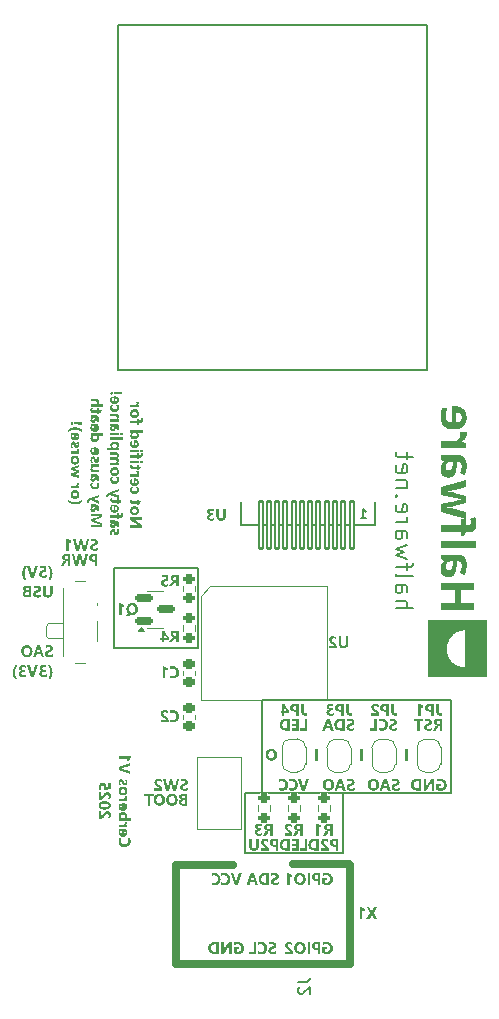
<source format=gbo>
G04 #@! TF.GenerationSoftware,KiCad,Pcbnew,8.0.8*
G04 #@! TF.CreationDate,2025-01-21T00:02:22+01:00*
G04 #@! TF.ProjectId,cerberus,63657262-6572-4757-932e-6b696361645f,rev?*
G04 #@! TF.SameCoordinates,Original*
G04 #@! TF.FileFunction,Legend,Bot*
G04 #@! TF.FilePolarity,Positive*
%FSLAX46Y46*%
G04 Gerber Fmt 4.6, Leading zero omitted, Abs format (unit mm)*
G04 Created by KiCad (PCBNEW 8.0.8) date 2025-01-21 00:02:22*
%MOMM*%
%LPD*%
G01*
G04 APERTURE LIST*
G04 Aperture macros list*
%AMRoundRect*
0 Rectangle with rounded corners*
0 $1 Rounding radius*
0 $2 $3 $4 $5 $6 $7 $8 $9 X,Y pos of 4 corners*
0 Add a 4 corners polygon primitive as box body*
4,1,4,$2,$3,$4,$5,$6,$7,$8,$9,$2,$3,0*
0 Add four circle primitives for the rounded corners*
1,1,$1+$1,$2,$3*
1,1,$1+$1,$4,$5*
1,1,$1+$1,$6,$7*
1,1,$1+$1,$8,$9*
0 Add four rect primitives between the rounded corners*
20,1,$1+$1,$2,$3,$4,$5,0*
20,1,$1+$1,$4,$5,$6,$7,0*
20,1,$1+$1,$6,$7,$8,$9,0*
20,1,$1+$1,$8,$9,$2,$3,0*%
%AMFreePoly0*
4,1,19,0.500000,-0.750000,0.000000,-0.750000,0.000000,-0.744911,-0.071157,-0.744911,-0.207708,-0.704816,-0.327430,-0.627875,-0.420627,-0.520320,-0.479746,-0.390866,-0.500000,-0.250000,-0.500000,0.250000,-0.479746,0.390866,-0.420627,0.520320,-0.327430,0.627875,-0.207708,0.704816,-0.071157,0.744911,0.000000,0.744911,0.000000,0.750000,0.500000,0.750000,0.500000,-0.750000,0.500000,-0.750000,
$1*%
%AMFreePoly1*
4,1,19,0.000000,0.744911,0.071157,0.744911,0.207708,0.704816,0.327430,0.627875,0.420627,0.520320,0.479746,0.390866,0.500000,0.250000,0.500000,-0.250000,0.479746,-0.390866,0.420627,-0.520320,0.327430,-0.627875,0.207708,-0.704816,0.071157,-0.744911,0.000000,-0.744911,0.000000,-0.750000,-0.500000,-0.750000,-0.500000,0.750000,0.000000,0.750000,0.000000,0.744911,0.000000,0.744911,
$1*%
G04 Aperture macros list end*
%ADD10C,0.200000*%
%ADD11C,0.250000*%
%ADD12C,0.187500*%
%ADD13C,0.000000*%
%ADD14C,0.150000*%
%ADD15C,0.149555*%
%ADD16C,0.700000*%
%ADD17C,0.120000*%
%ADD18C,0.127000*%
%ADD19RoundRect,0.250000X0.750000X-3.250000X0.750000X3.250000X-0.750000X3.250000X-0.750000X-3.250000X0*%
%ADD20RoundRect,0.250000X0.500000X-2.750000X0.500000X2.750000X-0.500000X2.750000X-0.500000X-2.750000X0*%
%ADD21R,1.727200X1.727200*%
%ADD22C,1.727200*%
%ADD23O,1.727200X1.727200*%
%ADD24RoundRect,0.150000X-0.587500X-0.150000X0.587500X-0.150000X0.587500X0.150000X-0.587500X0.150000X0*%
%ADD25RoundRect,0.200000X-0.275000X0.200000X-0.275000X-0.200000X0.275000X-0.200000X0.275000X0.200000X0*%
%ADD26FreePoly0,270.000000*%
%ADD27FreePoly1,270.000000*%
%ADD28R,0.800000X1.000000*%
%ADD29C,0.900000*%
%ADD30R,1.500000X0.700000*%
%ADD31RoundRect,0.200000X0.275000X-0.200000X0.275000X0.200000X-0.275000X0.200000X-0.275000X-0.200000X0*%
%ADD32RoundRect,0.225000X-0.250000X0.225000X-0.250000X-0.225000X0.250000X-0.225000X0.250000X0.225000X0*%
%ADD33RoundRect,0.225000X0.250000X-0.225000X0.250000X0.225000X-0.250000X0.225000X-0.250000X-0.225000X0*%
%ADD34R,0.760000X2.000000*%
%ADD35R,1.500000X1.500000*%
%ADD36RoundRect,0.101600X-0.175000X-2.000000X0.175000X-2.000000X0.175000X2.000000X-0.175000X2.000000X0*%
%ADD37FreePoly0,90.000000*%
%ADD38FreePoly1,90.000000*%
G04 APERTURE END LIST*
D10*
G36*
X53470000Y-111250026D02*
G01*
X53470000Y-111473753D01*
X54088667Y-111879685D01*
X54131135Y-111906726D01*
X54170488Y-111929266D01*
X54170488Y-111931953D01*
X54118991Y-111928473D01*
X54067089Y-111927004D01*
X54017874Y-111926584D01*
X54011242Y-111926579D01*
X53470000Y-111926579D01*
X53470000Y-112136140D01*
X54454787Y-112136140D01*
X54454787Y-111897026D01*
X53855170Y-111506237D01*
X53812299Y-111478863D01*
X53774815Y-111456656D01*
X53774815Y-111453969D01*
X53825861Y-111457999D01*
X53880224Y-111459211D01*
X53910125Y-111459343D01*
X54454787Y-111459343D01*
X54454787Y-111250026D01*
X53470000Y-111250026D01*
G37*
G36*
X53851168Y-110332551D02*
G01*
X53908003Y-110338390D01*
X53960390Y-110351236D01*
X54008330Y-110371088D01*
X54051821Y-110397947D01*
X54090865Y-110431813D01*
X54113877Y-110457905D01*
X54142642Y-110501465D01*
X54164504Y-110550332D01*
X54179462Y-110604505D01*
X54186653Y-110653703D01*
X54189050Y-110706586D01*
X54188187Y-110739281D01*
X54182914Y-110790911D01*
X54170257Y-110848144D01*
X54150697Y-110900225D01*
X54124233Y-110947154D01*
X54090865Y-110988931D01*
X54065139Y-111013374D01*
X54022129Y-111043928D01*
X53973811Y-111067150D01*
X53920188Y-111083038D01*
X53871448Y-111090676D01*
X53819023Y-111093223D01*
X53788085Y-111092338D01*
X53739262Y-111086933D01*
X53685192Y-111073962D01*
X53636050Y-111053915D01*
X53591838Y-111026792D01*
X53552554Y-110992595D01*
X53529541Y-110966262D01*
X53500776Y-110922356D01*
X53478914Y-110873160D01*
X53463956Y-110818675D01*
X53456765Y-110769230D01*
X53454368Y-110716112D01*
X53454547Y-110709517D01*
X53620697Y-110709517D01*
X53622464Y-110738718D01*
X53636598Y-110788504D01*
X53670950Y-110832066D01*
X53715707Y-110856959D01*
X53763801Y-110868926D01*
X53821709Y-110872916D01*
X53827666Y-110872874D01*
X53877456Y-110868765D01*
X53924711Y-110856315D01*
X53970209Y-110830417D01*
X53993183Y-110806909D01*
X54016516Y-110759592D01*
X54022721Y-110710738D01*
X54022530Y-110701061D01*
X54013359Y-110649450D01*
X53985275Y-110603214D01*
X53938467Y-110572032D01*
X53883443Y-110557286D01*
X53827083Y-110553446D01*
X53814385Y-110553598D01*
X53756944Y-110558933D01*
X53701317Y-110575393D01*
X53654759Y-110608467D01*
X53627953Y-110656477D01*
X53620697Y-110709517D01*
X53454547Y-110709517D01*
X53455257Y-110683303D01*
X53460688Y-110631588D01*
X53473722Y-110574427D01*
X53493867Y-110522606D01*
X53521121Y-110476127D01*
X53555484Y-110434988D01*
X53581966Y-110410888D01*
X53625967Y-110380763D01*
X53675102Y-110357868D01*
X53729373Y-110342204D01*
X53778521Y-110334672D01*
X53831235Y-110332162D01*
X53851168Y-110332551D01*
G37*
G36*
X53481235Y-109770403D02*
G01*
X53463840Y-109817559D01*
X53456047Y-109870054D01*
X53454368Y-109915484D01*
X53458081Y-109969236D01*
X53473166Y-110026348D01*
X53499855Y-110072262D01*
X53538148Y-110106977D01*
X53588045Y-110130494D01*
X53636317Y-110141244D01*
X53692016Y-110144828D01*
X54013440Y-110144828D01*
X54013440Y-110258889D01*
X54173419Y-110258889D01*
X54173419Y-110144828D01*
X54329002Y-110144828D01*
X54392260Y-109928428D01*
X54173419Y-109928428D01*
X54173419Y-109770403D01*
X54013440Y-109770403D01*
X54013440Y-109928428D01*
X53730118Y-109928428D01*
X53677224Y-109921531D01*
X53636085Y-109894368D01*
X53620804Y-109846598D01*
X53620697Y-109841234D01*
X53630741Y-109792958D01*
X53641946Y-109770403D01*
X53481235Y-109770403D01*
G37*
G36*
X53497355Y-108732371D02*
G01*
X53476575Y-108778883D01*
X53463813Y-108828888D01*
X53457055Y-108879329D01*
X53454410Y-108936011D01*
X53454368Y-108944618D01*
X53456753Y-108993790D01*
X53465912Y-109048813D01*
X53481941Y-109099492D01*
X53504838Y-109145825D01*
X53534606Y-109187814D01*
X53552065Y-109207179D01*
X53590785Y-109241211D01*
X53633490Y-109268202D01*
X53680178Y-109288152D01*
X53730851Y-109301060D01*
X53785508Y-109306928D01*
X53804612Y-109307319D01*
X53858558Y-109304695D01*
X53908807Y-109296824D01*
X53964225Y-109280452D01*
X54014319Y-109256524D01*
X54059090Y-109225040D01*
X54085980Y-109199852D01*
X54121008Y-109157002D01*
X54148789Y-109109051D01*
X54169322Y-109056000D01*
X54180897Y-109007894D01*
X54187440Y-108956247D01*
X54189050Y-108912378D01*
X54187461Y-108861273D01*
X54181752Y-108810909D01*
X54168776Y-108760019D01*
X54155833Y-108732371D01*
X53970209Y-108732371D01*
X53997901Y-108776488D01*
X54015337Y-108823657D01*
X54022516Y-108873879D01*
X54022721Y-108884290D01*
X54018432Y-108933837D01*
X54003606Y-108981684D01*
X53975065Y-109025555D01*
X53968499Y-109032546D01*
X53926373Y-109063555D01*
X53879662Y-109080576D01*
X53830769Y-109086799D01*
X53819023Y-109087012D01*
X53769984Y-109082877D01*
X53722929Y-109068585D01*
X53680205Y-109041073D01*
X53673454Y-109034744D01*
X53643418Y-108994192D01*
X53625849Y-108944405D01*
X53620697Y-108891129D01*
X53625825Y-108840783D01*
X53641210Y-108791104D01*
X53663825Y-108746964D01*
X53673210Y-108732371D01*
X53497355Y-108732371D01*
G37*
G36*
X53906376Y-107965236D02*
G01*
X53958142Y-107974123D01*
X54005340Y-107988935D01*
X54054631Y-108013704D01*
X54097704Y-108046537D01*
X54128747Y-108080500D01*
X54156847Y-108126332D01*
X54176205Y-108178848D01*
X54185839Y-108229183D01*
X54189050Y-108284430D01*
X54188652Y-108302809D01*
X54182670Y-108355749D01*
X54169509Y-108405391D01*
X54149170Y-108451736D01*
X54121653Y-108494784D01*
X54086957Y-108534535D01*
X54060361Y-108558348D01*
X54016217Y-108588115D01*
X53966973Y-108610738D01*
X53912628Y-108626217D01*
X53863444Y-108633659D01*
X53810718Y-108636140D01*
X53779818Y-108635313D01*
X53731217Y-108630262D01*
X53677682Y-108618141D01*
X53629368Y-108599408D01*
X53586274Y-108574063D01*
X53548401Y-108542106D01*
X53531597Y-108523803D01*
X53502946Y-108483165D01*
X53480907Y-108437152D01*
X53476559Y-108422671D01*
X53892051Y-108422671D01*
X53907835Y-108420130D01*
X53957791Y-108403901D01*
X53999518Y-108376265D01*
X54002178Y-108373870D01*
X54031941Y-108334622D01*
X54042749Y-108285895D01*
X54042160Y-108271078D01*
X54028032Y-108221367D01*
X53989622Y-108183725D01*
X53943265Y-108167832D01*
X53892051Y-108163530D01*
X53892051Y-108422671D01*
X53476559Y-108422671D01*
X53465479Y-108385764D01*
X53456664Y-108329000D01*
X53454368Y-108277591D01*
X53456154Y-108221208D01*
X53461512Y-108168930D01*
X53470442Y-108120756D01*
X53485375Y-108069740D01*
X53505170Y-108024311D01*
X53657578Y-108024311D01*
X53654543Y-108029834D01*
X53633729Y-108075992D01*
X53619082Y-108125661D01*
X53610602Y-108178841D01*
X53608241Y-108228254D01*
X53608388Y-108239460D01*
X53613530Y-108290479D01*
X53629398Y-108340682D01*
X53661282Y-108384059D01*
X53707564Y-108411074D01*
X53758695Y-108421206D01*
X53758695Y-107962274D01*
X53850041Y-107962274D01*
X53906376Y-107965236D01*
G37*
G36*
X53979979Y-107378289D02*
G01*
X53997358Y-107426426D01*
X54001472Y-107469636D01*
X53994122Y-107518397D01*
X53969570Y-107561376D01*
X53949204Y-107580278D01*
X53904897Y-107604538D01*
X53854989Y-107616940D01*
X53807543Y-107620089D01*
X53470000Y-107620089D01*
X53470000Y-107837221D01*
X54173419Y-107837221D01*
X54173419Y-107620089D01*
X54045436Y-107620089D01*
X54045436Y-107617403D01*
X54094242Y-107595175D01*
X54138421Y-107561906D01*
X54168855Y-107520736D01*
X54185544Y-107471666D01*
X54189050Y-107431778D01*
X54182230Y-107382038D01*
X54180746Y-107378289D01*
X53979979Y-107378289D01*
G37*
G36*
X53481235Y-106815065D02*
G01*
X53463840Y-106862221D01*
X53456047Y-106914716D01*
X53454368Y-106960145D01*
X53458081Y-107013898D01*
X53473166Y-107071010D01*
X53499855Y-107116923D01*
X53538148Y-107151638D01*
X53588045Y-107175155D01*
X53636317Y-107185906D01*
X53692016Y-107189489D01*
X54013440Y-107189489D01*
X54013440Y-107303551D01*
X54173419Y-107303551D01*
X54173419Y-107189489D01*
X54329002Y-107189489D01*
X54392260Y-106973090D01*
X54173419Y-106973090D01*
X54173419Y-106815065D01*
X54013440Y-106815065D01*
X54013440Y-106973090D01*
X53730118Y-106973090D01*
X53677224Y-106966193D01*
X53636085Y-106939030D01*
X53620804Y-106891260D01*
X53620697Y-106885895D01*
X53630741Y-106837619D01*
X53641946Y-106815065D01*
X53481235Y-106815065D01*
G37*
G36*
X54298471Y-106586209D02*
G01*
X54306470Y-106636218D01*
X54330467Y-106676335D01*
X54371022Y-106704576D01*
X54408869Y-106711262D01*
X54457160Y-106700211D01*
X54487027Y-106676335D01*
X54510658Y-106633382D01*
X54517313Y-106586209D01*
X54509741Y-106535773D01*
X54487027Y-106495839D01*
X54444862Y-106466881D01*
X54408869Y-106461157D01*
X54359951Y-106472131D01*
X54329490Y-106495839D01*
X54305287Y-106538618D01*
X54298471Y-106586209D01*
G37*
G36*
X53470000Y-106478987D02*
G01*
X53470000Y-106696119D01*
X54173419Y-106696119D01*
X54173419Y-106478987D01*
X53470000Y-106478987D01*
G37*
G36*
X54345366Y-105839559D02*
G01*
X54362548Y-105885661D01*
X54366615Y-105919915D01*
X54357419Y-105970447D01*
X54321201Y-106009750D01*
X54271132Y-106023532D01*
X54250355Y-106024451D01*
X54173419Y-106024451D01*
X54173419Y-105863739D01*
X54013440Y-105863739D01*
X54013440Y-106024451D01*
X53470000Y-106024451D01*
X53470000Y-106240850D01*
X54013440Y-106240850D01*
X54013440Y-106358819D01*
X54173419Y-106358819D01*
X54173419Y-106240850D01*
X54261835Y-106240850D01*
X54312984Y-106237110D01*
X54365859Y-106223677D01*
X54412780Y-106200474D01*
X54453748Y-106167501D01*
X54458450Y-106162692D01*
X54491041Y-106119965D01*
X54514321Y-106070185D01*
X54527052Y-106020843D01*
X54532653Y-105966101D01*
X54532944Y-105949468D01*
X54529881Y-105899515D01*
X54518732Y-105850893D01*
X54514382Y-105839559D01*
X54345366Y-105839559D01*
G37*
G36*
X54298471Y-105652225D02*
G01*
X54306470Y-105702233D01*
X54330467Y-105742350D01*
X54371022Y-105770592D01*
X54408869Y-105777277D01*
X54457160Y-105766226D01*
X54487027Y-105742350D01*
X54510658Y-105699398D01*
X54517313Y-105652225D01*
X54509741Y-105601789D01*
X54487027Y-105561855D01*
X54444862Y-105532896D01*
X54408869Y-105527172D01*
X54359951Y-105538146D01*
X54329490Y-105561855D01*
X54305287Y-105604633D01*
X54298471Y-105652225D01*
G37*
G36*
X53470000Y-105545002D02*
G01*
X53470000Y-105762134D01*
X54173419Y-105762134D01*
X54173419Y-105545002D01*
X53470000Y-105545002D01*
G37*
G36*
X53906376Y-104735369D02*
G01*
X53958142Y-104744256D01*
X54005340Y-104759068D01*
X54054631Y-104783837D01*
X54097704Y-104816670D01*
X54128747Y-104850633D01*
X54156847Y-104896464D01*
X54176205Y-104948981D01*
X54185839Y-104999316D01*
X54189050Y-105054562D01*
X54188652Y-105072942D01*
X54182670Y-105125881D01*
X54169509Y-105175524D01*
X54149170Y-105221869D01*
X54121653Y-105264917D01*
X54086957Y-105304667D01*
X54060361Y-105328481D01*
X54016217Y-105358248D01*
X53966973Y-105380871D01*
X53912628Y-105396350D01*
X53863444Y-105403792D01*
X53810718Y-105406272D01*
X53779818Y-105405446D01*
X53731217Y-105400395D01*
X53677682Y-105388274D01*
X53629368Y-105369540D01*
X53586274Y-105344195D01*
X53548401Y-105312239D01*
X53531597Y-105293935D01*
X53502946Y-105253298D01*
X53480907Y-105207285D01*
X53476560Y-105192804D01*
X53892051Y-105192804D01*
X53907835Y-105190262D01*
X53957791Y-105174033D01*
X53999518Y-105146398D01*
X54002178Y-105144003D01*
X54031941Y-105104754D01*
X54042749Y-105056028D01*
X54042160Y-105041210D01*
X54028032Y-104991499D01*
X53989622Y-104953857D01*
X53943265Y-104937964D01*
X53892051Y-104933662D01*
X53892051Y-105192804D01*
X53476560Y-105192804D01*
X53465479Y-105155896D01*
X53456664Y-105099133D01*
X53454368Y-105047724D01*
X53456154Y-104991341D01*
X53461512Y-104939062D01*
X53470442Y-104890888D01*
X53485375Y-104839873D01*
X53505170Y-104794444D01*
X53657578Y-104794444D01*
X53654543Y-104799967D01*
X53633729Y-104846125D01*
X53619082Y-104895794D01*
X53610602Y-104948974D01*
X53608241Y-104998387D01*
X53608388Y-105009592D01*
X53613530Y-105060611D01*
X53629398Y-105110815D01*
X53661282Y-105154192D01*
X53707564Y-105181206D01*
X53758695Y-105191338D01*
X53758695Y-104732406D01*
X53850041Y-104732406D01*
X53906376Y-104735369D01*
G37*
G36*
X54517313Y-104136209D02*
G01*
X54091353Y-104136209D01*
X54091353Y-104138896D01*
X54103184Y-104145933D01*
X54142873Y-104180494D01*
X54170351Y-104225312D01*
X54184375Y-104272943D01*
X54189050Y-104328428D01*
X54185367Y-104380352D01*
X54174316Y-104428412D01*
X54152111Y-104479597D01*
X54119879Y-104525524D01*
X54084270Y-104560703D01*
X54057056Y-104581426D01*
X54012185Y-104607329D01*
X53962454Y-104627015D01*
X53907863Y-104640485D01*
X53858658Y-104646961D01*
X53806078Y-104649119D01*
X53795754Y-104649041D01*
X53746289Y-104646294D01*
X53691669Y-104637819D01*
X53642218Y-104623694D01*
X53591059Y-104600074D01*
X53546936Y-104568763D01*
X53525240Y-104547869D01*
X53494234Y-104507429D01*
X53472086Y-104462057D01*
X53458797Y-104411753D01*
X53454368Y-104356516D01*
X53457159Y-104313401D01*
X53465017Y-104281045D01*
X53620697Y-104281045D01*
X53622440Y-104306001D01*
X53638177Y-104352825D01*
X53670279Y-104389733D01*
X53709527Y-104411982D01*
X53758760Y-104424996D01*
X53812184Y-104428812D01*
X53824293Y-104428654D01*
X53874722Y-104424021D01*
X53922960Y-104411351D01*
X53966545Y-104388268D01*
X53988434Y-104369022D01*
X54014821Y-104325280D01*
X54022721Y-104275672D01*
X54022019Y-104260052D01*
X54008502Y-104211332D01*
X53977780Y-104171869D01*
X53963170Y-104160400D01*
X53916233Y-104138628D01*
X53864696Y-104132057D01*
X53812184Y-104132057D01*
X53766234Y-104135342D01*
X53717368Y-104148276D01*
X53673210Y-104173578D01*
X53655364Y-104190008D01*
X53629364Y-104231496D01*
X53620697Y-104281045D01*
X53465017Y-104281045D01*
X53470442Y-104258709D01*
X53494665Y-104210632D01*
X53529828Y-104169170D01*
X53568674Y-104138896D01*
X53568674Y-104136209D01*
X53470000Y-104136209D01*
X53470000Y-103919077D01*
X54517313Y-103919077D01*
X54517313Y-104136209D01*
G37*
G36*
X54345366Y-102895944D02*
G01*
X54362548Y-102942046D01*
X54366615Y-102976300D01*
X54357419Y-103026833D01*
X54321201Y-103066136D01*
X54271132Y-103079917D01*
X54250355Y-103080836D01*
X54173419Y-103080836D01*
X54173419Y-102920124D01*
X54013440Y-102920124D01*
X54013440Y-103080836D01*
X53470000Y-103080836D01*
X53470000Y-103297235D01*
X54013440Y-103297235D01*
X54013440Y-103415204D01*
X54173419Y-103415204D01*
X54173419Y-103297235D01*
X54261835Y-103297235D01*
X54312984Y-103293495D01*
X54365859Y-103280062D01*
X54412780Y-103256859D01*
X54453748Y-103223886D01*
X54458450Y-103219077D01*
X54491041Y-103176350D01*
X54514321Y-103126570D01*
X54527052Y-103077228D01*
X54532653Y-103022486D01*
X54532944Y-103005853D01*
X54529881Y-102955901D01*
X54518732Y-102907279D01*
X54514382Y-102895944D01*
X54345366Y-102895944D01*
G37*
G36*
X53851168Y-102099613D02*
G01*
X53908003Y-102105452D01*
X53960390Y-102118298D01*
X54008330Y-102138150D01*
X54051821Y-102165009D01*
X54090865Y-102198875D01*
X54113877Y-102224967D01*
X54142642Y-102268527D01*
X54164504Y-102317394D01*
X54179462Y-102371567D01*
X54186653Y-102420765D01*
X54189050Y-102473648D01*
X54188187Y-102506343D01*
X54182914Y-102557973D01*
X54170257Y-102615206D01*
X54150697Y-102667287D01*
X54124233Y-102714216D01*
X54090865Y-102755993D01*
X54065139Y-102780436D01*
X54022129Y-102810991D01*
X53973811Y-102834212D01*
X53920188Y-102850100D01*
X53871448Y-102857739D01*
X53819023Y-102860285D01*
X53788085Y-102859400D01*
X53739262Y-102853995D01*
X53685192Y-102841024D01*
X53636050Y-102820977D01*
X53591838Y-102793854D01*
X53552554Y-102759657D01*
X53529541Y-102733324D01*
X53500776Y-102689418D01*
X53478914Y-102640222D01*
X53463956Y-102585737D01*
X53456765Y-102536292D01*
X53454368Y-102483174D01*
X53454547Y-102476579D01*
X53620697Y-102476579D01*
X53622464Y-102505780D01*
X53636598Y-102555566D01*
X53670950Y-102599128D01*
X53715707Y-102624021D01*
X53763801Y-102635988D01*
X53821709Y-102639978D01*
X53827666Y-102639936D01*
X53877456Y-102635827D01*
X53924711Y-102623377D01*
X53970209Y-102597479D01*
X53993183Y-102573971D01*
X54016516Y-102526654D01*
X54022721Y-102477800D01*
X54022530Y-102468123D01*
X54013359Y-102416512D01*
X53985275Y-102370276D01*
X53938467Y-102339094D01*
X53883443Y-102324348D01*
X53827083Y-102320508D01*
X53814385Y-102320660D01*
X53756944Y-102325995D01*
X53701317Y-102342456D01*
X53654759Y-102375529D01*
X53627953Y-102423539D01*
X53620697Y-102476579D01*
X53454547Y-102476579D01*
X53455257Y-102450365D01*
X53460688Y-102398650D01*
X53473722Y-102341489D01*
X53493867Y-102289669D01*
X53521121Y-102243189D01*
X53555484Y-102202050D01*
X53581966Y-102177950D01*
X53625967Y-102147825D01*
X53675102Y-102124931D01*
X53729373Y-102109266D01*
X53778521Y-102101734D01*
X53831235Y-102099224D01*
X53851168Y-102099613D01*
G37*
G36*
X53979979Y-101503760D02*
G01*
X53997358Y-101551897D01*
X54001472Y-101595107D01*
X53994122Y-101643868D01*
X53969570Y-101686847D01*
X53949204Y-101705749D01*
X53904897Y-101730009D01*
X53854989Y-101742411D01*
X53807543Y-101745560D01*
X53470000Y-101745560D01*
X53470000Y-101962692D01*
X54173419Y-101962692D01*
X54173419Y-101745560D01*
X54045436Y-101745560D01*
X54045436Y-101742874D01*
X54094242Y-101720646D01*
X54138421Y-101687377D01*
X54168855Y-101646207D01*
X54185544Y-101597137D01*
X54189050Y-101557249D01*
X54182230Y-101507509D01*
X54180746Y-101503760D01*
X53979979Y-101503760D01*
G37*
G36*
X51811249Y-112786070D02*
G01*
X51993210Y-112786070D01*
X51967061Y-112742651D01*
X51945663Y-112695981D01*
X51939720Y-112679336D01*
X51927098Y-112630707D01*
X51922152Y-112581675D01*
X51922135Y-112578708D01*
X51926043Y-112527173D01*
X51937766Y-112487850D01*
X51975621Y-112455205D01*
X51985150Y-112454389D01*
X52019344Y-112469532D01*
X52043279Y-112508366D01*
X52060067Y-112554918D01*
X52061598Y-112560146D01*
X52077626Y-112607804D01*
X52080160Y-112614368D01*
X52099787Y-112660724D01*
X52114110Y-112688373D01*
X52143119Y-112728843D01*
X52156120Y-112741862D01*
X52198141Y-112769334D01*
X52211563Y-112774835D01*
X52260311Y-112784973D01*
X52286057Y-112786070D01*
X52337591Y-112780435D01*
X52384516Y-112762003D01*
X52387173Y-112760425D01*
X52425764Y-112730322D01*
X52456538Y-112691793D01*
X52480047Y-112645753D01*
X52495542Y-112597045D01*
X52496350Y-112593607D01*
X52505032Y-112544253D01*
X52508852Y-112493216D01*
X52509050Y-112478324D01*
X52506914Y-112428345D01*
X52501479Y-112383558D01*
X52491695Y-112332849D01*
X52479741Y-112288792D01*
X52305840Y-112288792D01*
X52330143Y-112331534D01*
X52347362Y-112377208D01*
X52358225Y-112426620D01*
X52361284Y-112469532D01*
X52357620Y-112509587D01*
X52346629Y-112543049D01*
X52328311Y-112565763D01*
X52303154Y-112573823D01*
X52270425Y-112561611D01*
X52246734Y-112529371D01*
X52228904Y-112484919D01*
X52213302Y-112438055D01*
X52212784Y-112436559D01*
X52195095Y-112390551D01*
X52180055Y-112358401D01*
X52154024Y-112316657D01*
X52138290Y-112298317D01*
X52099592Y-112268211D01*
X52082114Y-112259727D01*
X52032232Y-112247605D01*
X52005666Y-112246294D01*
X51954629Y-112251483D01*
X51907624Y-112268560D01*
X51899176Y-112273405D01*
X51859242Y-112304973D01*
X51827369Y-112345456D01*
X51804768Y-112390647D01*
X51789581Y-112438345D01*
X51787069Y-112449259D01*
X51778845Y-112497653D01*
X51774814Y-112547578D01*
X51774368Y-112571137D01*
X51776133Y-112621075D01*
X51782472Y-112676144D01*
X51793421Y-112729076D01*
X51808980Y-112779871D01*
X51811249Y-112786070D01*
G37*
G36*
X52263122Y-111542100D02*
G01*
X52311372Y-111550034D01*
X52367517Y-111568840D01*
X52414305Y-111597050D01*
X52451735Y-111634664D01*
X52479808Y-111681681D01*
X52498523Y-111738101D01*
X52506419Y-111786587D01*
X52509050Y-111840362D01*
X52507333Y-111882046D01*
X52501477Y-111931093D01*
X52491465Y-111983488D01*
X52484681Y-112011813D01*
X52469981Y-112061455D01*
X52450921Y-112107564D01*
X52290209Y-112107564D01*
X52306867Y-112079037D01*
X52330674Y-112028178D01*
X52347679Y-111976128D01*
X52357882Y-111922885D01*
X52361284Y-111868450D01*
X52358505Y-111832424D01*
X52339498Y-111782965D01*
X52297261Y-111751213D01*
X52247466Y-111743398D01*
X52222065Y-111934396D01*
X52214642Y-111977739D01*
X52200029Y-112028898D01*
X52174186Y-112082189D01*
X52139923Y-112123638D01*
X52097240Y-112153244D01*
X52046137Y-112171007D01*
X51986615Y-112176929D01*
X51968865Y-112176413D01*
X51919685Y-112168685D01*
X51872201Y-112149222D01*
X51832254Y-112118310D01*
X51818687Y-112102915D01*
X51792683Y-112058484D01*
X51778947Y-112011236D01*
X51774368Y-111957110D01*
X51777248Y-111915415D01*
X51786080Y-111881395D01*
X51928241Y-111881395D01*
X51930531Y-111907107D01*
X51951688Y-111951248D01*
X51964343Y-111962468D01*
X52012016Y-111976894D01*
X52063353Y-111962022D01*
X52093757Y-111922259D01*
X52106782Y-111871137D01*
X52123147Y-111743398D01*
X52076008Y-111743398D01*
X52064203Y-111743737D01*
X52014221Y-111754289D01*
X51970006Y-111781988D01*
X51962543Y-111789378D01*
X51936235Y-111832314D01*
X51928241Y-111881395D01*
X51786080Y-111881395D01*
X51790957Y-111862611D01*
X51815957Y-111816306D01*
X51852246Y-111776498D01*
X51892337Y-111747550D01*
X51892337Y-111744863D01*
X51790000Y-111744863D01*
X51790000Y-111539455D01*
X52209609Y-111539455D01*
X52263122Y-111542100D01*
G37*
G36*
X52665366Y-110912483D02*
G01*
X52682548Y-110958585D01*
X52686615Y-110992839D01*
X52677419Y-111043372D01*
X52641201Y-111082675D01*
X52591132Y-111096457D01*
X52570355Y-111097375D01*
X52493419Y-111097375D01*
X52493419Y-110936663D01*
X52333440Y-110936663D01*
X52333440Y-111097375D01*
X51790000Y-111097375D01*
X51790000Y-111313774D01*
X52333440Y-111313774D01*
X52333440Y-111431744D01*
X52493419Y-111431744D01*
X52493419Y-111313774D01*
X52581835Y-111313774D01*
X52632984Y-111310034D01*
X52685859Y-111296601D01*
X52732780Y-111273398D01*
X52773748Y-111240425D01*
X52778450Y-111235617D01*
X52811041Y-111192890D01*
X52834321Y-111143110D01*
X52847052Y-111093767D01*
X52852653Y-111039025D01*
X52852944Y-111022393D01*
X52849881Y-110972440D01*
X52838732Y-110923818D01*
X52834382Y-110912483D01*
X52665366Y-110912483D01*
G37*
G36*
X52226376Y-110205920D02*
G01*
X52278142Y-110214808D01*
X52325340Y-110229620D01*
X52374631Y-110254389D01*
X52417704Y-110287222D01*
X52448747Y-110321185D01*
X52476847Y-110367016D01*
X52496205Y-110419533D01*
X52505839Y-110469868D01*
X52509050Y-110525114D01*
X52508652Y-110543494D01*
X52502670Y-110596433D01*
X52489509Y-110646076D01*
X52469170Y-110692421D01*
X52441653Y-110735468D01*
X52406957Y-110775219D01*
X52380361Y-110799033D01*
X52336217Y-110828800D01*
X52286973Y-110851423D01*
X52232628Y-110866902D01*
X52183444Y-110874343D01*
X52130718Y-110876824D01*
X52099818Y-110875998D01*
X52051217Y-110870947D01*
X51997682Y-110858825D01*
X51949368Y-110840092D01*
X51906274Y-110814747D01*
X51868401Y-110782790D01*
X51851597Y-110764487D01*
X51822946Y-110723849D01*
X51800907Y-110677836D01*
X51796560Y-110663356D01*
X52212051Y-110663356D01*
X52227835Y-110660814D01*
X52277791Y-110644585D01*
X52319518Y-110616950D01*
X52322178Y-110614554D01*
X52351941Y-110575306D01*
X52362749Y-110526580D01*
X52362160Y-110511762D01*
X52348032Y-110462051D01*
X52309622Y-110424409D01*
X52263265Y-110408516D01*
X52212051Y-110404214D01*
X52212051Y-110663356D01*
X51796560Y-110663356D01*
X51785479Y-110626448D01*
X51776664Y-110569685D01*
X51774368Y-110518275D01*
X51776154Y-110461893D01*
X51781512Y-110409614D01*
X51790442Y-110361440D01*
X51805375Y-110310425D01*
X51825170Y-110264996D01*
X51977578Y-110264996D01*
X51974543Y-110270519D01*
X51953729Y-110316677D01*
X51939082Y-110366346D01*
X51930602Y-110419526D01*
X51928241Y-110468938D01*
X51928388Y-110480144D01*
X51933530Y-110531163D01*
X51949398Y-110581366D01*
X51981282Y-110624743D01*
X52027564Y-110651758D01*
X52078695Y-110661890D01*
X52078695Y-110202958D01*
X52170041Y-110202958D01*
X52226376Y-110205920D01*
G37*
G36*
X51801235Y-109652679D02*
G01*
X51783840Y-109699835D01*
X51776047Y-109752330D01*
X51774368Y-109797759D01*
X51778081Y-109851512D01*
X51793166Y-109908624D01*
X51819855Y-109954537D01*
X51858148Y-109989252D01*
X51908045Y-110012769D01*
X51956317Y-110023520D01*
X52012016Y-110027103D01*
X52333440Y-110027103D01*
X52333440Y-110141165D01*
X52493419Y-110141165D01*
X52493419Y-110027103D01*
X52649002Y-110027103D01*
X52712260Y-109810704D01*
X52493419Y-109810704D01*
X52493419Y-109652679D01*
X52333440Y-109652679D01*
X52333440Y-109810704D01*
X52050118Y-109810704D01*
X51997224Y-109803807D01*
X51956085Y-109776644D01*
X51940804Y-109728874D01*
X51940697Y-109723509D01*
X51950741Y-109675233D01*
X51961946Y-109652679D01*
X51801235Y-109652679D01*
G37*
G36*
X52493419Y-108864019D02*
G01*
X51723810Y-109149783D01*
X51674181Y-109170025D01*
X51629434Y-109192101D01*
X51577364Y-109224387D01*
X51533973Y-109259932D01*
X51499260Y-109298736D01*
X51473225Y-109340799D01*
X51452885Y-109397961D01*
X51446377Y-109447357D01*
X51446106Y-109460215D01*
X51447953Y-109511273D01*
X51454898Y-109562981D01*
X51461737Y-109590153D01*
X51633684Y-109590153D01*
X51616532Y-109542014D01*
X51611702Y-109495875D01*
X51621169Y-109444282D01*
X51653088Y-109401693D01*
X51691814Y-109379127D01*
X51780474Y-109342002D01*
X52493419Y-109627766D01*
X52493419Y-109387431D01*
X52056468Y-109256273D01*
X52006142Y-109244037D01*
X51960481Y-109236978D01*
X51960481Y-109234291D01*
X52010541Y-109223978D01*
X52055247Y-109211576D01*
X52493419Y-109078952D01*
X52493419Y-108864019D01*
G37*
G36*
X51817355Y-107861402D02*
G01*
X51796575Y-107907914D01*
X51783813Y-107957919D01*
X51777055Y-108008360D01*
X51774410Y-108065042D01*
X51774368Y-108073649D01*
X51776753Y-108122821D01*
X51785912Y-108177844D01*
X51801941Y-108228522D01*
X51824838Y-108274856D01*
X51854606Y-108316845D01*
X51872065Y-108336210D01*
X51910785Y-108370242D01*
X51953490Y-108397232D01*
X52000178Y-108417182D01*
X52050851Y-108430091D01*
X52105508Y-108435958D01*
X52124612Y-108436349D01*
X52178558Y-108433726D01*
X52228807Y-108425855D01*
X52284225Y-108409483D01*
X52334319Y-108385555D01*
X52379090Y-108354070D01*
X52405980Y-108328883D01*
X52441008Y-108286032D01*
X52468789Y-108238082D01*
X52489322Y-108185030D01*
X52500897Y-108136925D01*
X52507440Y-108085277D01*
X52509050Y-108041409D01*
X52507461Y-107990303D01*
X52501752Y-107939939D01*
X52488776Y-107889049D01*
X52475833Y-107861402D01*
X52290209Y-107861402D01*
X52317901Y-107905518D01*
X52335337Y-107952688D01*
X52342516Y-108002910D01*
X52342721Y-108013321D01*
X52338432Y-108062868D01*
X52323606Y-108110715D01*
X52295065Y-108154586D01*
X52288499Y-108161576D01*
X52246373Y-108192586D01*
X52199662Y-108209606D01*
X52150769Y-108215830D01*
X52139023Y-108216042D01*
X52089984Y-108211908D01*
X52042929Y-108197616D01*
X52000205Y-108170104D01*
X51993454Y-108163774D01*
X51963418Y-108123223D01*
X51945849Y-108073435D01*
X51940697Y-108020160D01*
X51945825Y-107969813D01*
X51961210Y-107920135D01*
X51983825Y-107875995D01*
X51993210Y-107861402D01*
X51817355Y-107861402D01*
G37*
G36*
X52171168Y-107004499D02*
G01*
X52228003Y-107010338D01*
X52280390Y-107023183D01*
X52328330Y-107043036D01*
X52371821Y-107069895D01*
X52410865Y-107103760D01*
X52433877Y-107129852D01*
X52462642Y-107173413D01*
X52484504Y-107222279D01*
X52499462Y-107276453D01*
X52506653Y-107325651D01*
X52509050Y-107378534D01*
X52508187Y-107411229D01*
X52502914Y-107462859D01*
X52490257Y-107520092D01*
X52470697Y-107572172D01*
X52444233Y-107619101D01*
X52410865Y-107660878D01*
X52385139Y-107685322D01*
X52342129Y-107715876D01*
X52293811Y-107739097D01*
X52240188Y-107754985D01*
X52191448Y-107762624D01*
X52139023Y-107765170D01*
X52108085Y-107764286D01*
X52059262Y-107758881D01*
X52005192Y-107745909D01*
X51956050Y-107725862D01*
X51911838Y-107698740D01*
X51872554Y-107664542D01*
X51849541Y-107638210D01*
X51820776Y-107594303D01*
X51798914Y-107545107D01*
X51783956Y-107490622D01*
X51776765Y-107441177D01*
X51774368Y-107388059D01*
X51774547Y-107381465D01*
X51940697Y-107381465D01*
X51942464Y-107410666D01*
X51956598Y-107460451D01*
X51990950Y-107504013D01*
X52035707Y-107528906D01*
X52083801Y-107540874D01*
X52141709Y-107544863D01*
X52147666Y-107544822D01*
X52197456Y-107540713D01*
X52244711Y-107528262D01*
X52290209Y-107502365D01*
X52313183Y-107478856D01*
X52336516Y-107431539D01*
X52342721Y-107382686D01*
X52342530Y-107373009D01*
X52333359Y-107321397D01*
X52305275Y-107275162D01*
X52258467Y-107243980D01*
X52203443Y-107229234D01*
X52147083Y-107225393D01*
X52134385Y-107225546D01*
X52076944Y-107230880D01*
X52021317Y-107247341D01*
X51974759Y-107280415D01*
X51947953Y-107328425D01*
X51940697Y-107381465D01*
X51774547Y-107381465D01*
X51775257Y-107355250D01*
X51780688Y-107303536D01*
X51793722Y-107246374D01*
X51813867Y-107194554D01*
X51841121Y-107148074D01*
X51875484Y-107106936D01*
X51901966Y-107082836D01*
X51945967Y-107052711D01*
X51995102Y-107029816D01*
X52049373Y-107014151D01*
X52098521Y-107006620D01*
X52151235Y-107004109D01*
X52171168Y-107004499D01*
G37*
G36*
X51790000Y-105750655D02*
G01*
X51790000Y-105967054D01*
X52190069Y-105967054D01*
X52241947Y-105971013D01*
X52288905Y-105985637D01*
X52327814Y-106020273D01*
X52342572Y-106072723D01*
X52342721Y-106079650D01*
X52331242Y-106128193D01*
X52296803Y-106166845D01*
X52252324Y-106189886D01*
X52203320Y-106199728D01*
X52182498Y-106200550D01*
X51790000Y-106200550D01*
X51790000Y-106417682D01*
X52193977Y-106417682D01*
X52244527Y-106421572D01*
X52295658Y-106438860D01*
X52330955Y-106474840D01*
X52342721Y-106528324D01*
X52331730Y-106578272D01*
X52298757Y-106617229D01*
X52254472Y-106639936D01*
X52202550Y-106649635D01*
X52179811Y-106650446D01*
X51790000Y-106650446D01*
X51790000Y-106867578D01*
X52493419Y-106867578D01*
X52493419Y-106650446D01*
X52381800Y-106650446D01*
X52381800Y-106647759D01*
X52421161Y-106618667D01*
X52454615Y-106581951D01*
X52473635Y-106553237D01*
X52495216Y-106506045D01*
X52506837Y-106455693D01*
X52509050Y-106420369D01*
X52504431Y-106367804D01*
X52487364Y-106314835D01*
X52457721Y-106270866D01*
X52415503Y-106235895D01*
X52377648Y-106216426D01*
X52422304Y-106183631D01*
X52457721Y-106145512D01*
X52483899Y-106102069D01*
X52500838Y-106053303D01*
X52508537Y-105999212D01*
X52509050Y-105979999D01*
X52504639Y-105926247D01*
X52486717Y-105869135D01*
X52455008Y-105823221D01*
X52409513Y-105788506D01*
X52363191Y-105768797D01*
X52308045Y-105756254D01*
X52244077Y-105750879D01*
X52226706Y-105750655D01*
X51790000Y-105750655D01*
G37*
G36*
X52219390Y-104856903D02*
G01*
X52272547Y-104864760D01*
X52320964Y-104877854D01*
X52371461Y-104899751D01*
X52415505Y-104928778D01*
X52442454Y-104953578D01*
X52472509Y-104993407D01*
X52493612Y-105039196D01*
X52505762Y-105090947D01*
X52509050Y-105140048D01*
X52508930Y-105149082D01*
X52503160Y-105200614D01*
X52488734Y-105247560D01*
X52460965Y-105296535D01*
X52427786Y-105333547D01*
X52385952Y-105365973D01*
X52385952Y-105368659D01*
X52493419Y-105368659D01*
X52493419Y-105585791D01*
X51461737Y-105585791D01*
X51461737Y-105368659D01*
X51873531Y-105368659D01*
X51873531Y-105365973D01*
X51855809Y-105352940D01*
X51821238Y-105318407D01*
X51793348Y-105271871D01*
X51781434Y-105232616D01*
X51940697Y-105232616D01*
X51941411Y-105247874D01*
X51955149Y-105295385D01*
X51986371Y-105333733D01*
X52007627Y-105348674D01*
X52053862Y-105366686D01*
X52104340Y-105372079D01*
X52160027Y-105372079D01*
X52199274Y-105369438D01*
X52250531Y-105355573D01*
X52292651Y-105329825D01*
X52307076Y-105316024D01*
X52334458Y-105271038D01*
X52342721Y-105220892D01*
X52333920Y-105164743D01*
X52307519Y-105122384D01*
X52263516Y-105093817D01*
X52211789Y-105080307D01*
X52158806Y-105076789D01*
X52145955Y-105076949D01*
X52092705Y-105081638D01*
X52042330Y-105094460D01*
X51997606Y-105117822D01*
X51975432Y-105137256D01*
X51948700Y-105181783D01*
X51940697Y-105232616D01*
X51781434Y-105232616D01*
X51779113Y-105224967D01*
X51774368Y-105172288D01*
X51778095Y-105120184D01*
X51789274Y-105072133D01*
X51811738Y-105021196D01*
X51844345Y-104975776D01*
X51880369Y-104941234D01*
X51907950Y-104920855D01*
X51953370Y-104895382D01*
X52003651Y-104876021D01*
X52058792Y-104862775D01*
X52108455Y-104856407D01*
X52161493Y-104854284D01*
X52219390Y-104856903D01*
G37*
G36*
X51790000Y-104501109D02*
G01*
X51790000Y-104718241D01*
X52837313Y-104718241D01*
X52837313Y-104501109D01*
X51790000Y-104501109D01*
G37*
G36*
X52618471Y-104210704D02*
G01*
X52626470Y-104260713D01*
X52650467Y-104300830D01*
X52691022Y-104329071D01*
X52728869Y-104335756D01*
X52777160Y-104324705D01*
X52807027Y-104300830D01*
X52830658Y-104257877D01*
X52837313Y-104210704D01*
X52829741Y-104160268D01*
X52807027Y-104120334D01*
X52764862Y-104091376D01*
X52728869Y-104085652D01*
X52679951Y-104096625D01*
X52649490Y-104120334D01*
X52625287Y-104163112D01*
X52618471Y-104210704D01*
G37*
G36*
X51790000Y-104103481D02*
G01*
X51790000Y-104320613D01*
X52493419Y-104320613D01*
X52493419Y-104103481D01*
X51790000Y-104103481D01*
G37*
G36*
X52263122Y-103340425D02*
G01*
X52311372Y-103348359D01*
X52367517Y-103367165D01*
X52414305Y-103395376D01*
X52451735Y-103432989D01*
X52479808Y-103480006D01*
X52498523Y-103536426D01*
X52506419Y-103584912D01*
X52509050Y-103638687D01*
X52507333Y-103680371D01*
X52501477Y-103729418D01*
X52491465Y-103781814D01*
X52484681Y-103810138D01*
X52469981Y-103859780D01*
X52450921Y-103905889D01*
X52290209Y-103905889D01*
X52306867Y-103877362D01*
X52330674Y-103826504D01*
X52347679Y-103774453D01*
X52357882Y-103721210D01*
X52361284Y-103666775D01*
X52358505Y-103630749D01*
X52339498Y-103581290D01*
X52297261Y-103549539D01*
X52247466Y-103541723D01*
X52222065Y-103732721D01*
X52214642Y-103776064D01*
X52200029Y-103827223D01*
X52174186Y-103880514D01*
X52139923Y-103921963D01*
X52097240Y-103951569D01*
X52046137Y-103969333D01*
X51986615Y-103975254D01*
X51968865Y-103974739D01*
X51919685Y-103967011D01*
X51872201Y-103947548D01*
X51832254Y-103916636D01*
X51818687Y-103901241D01*
X51792683Y-103856809D01*
X51778947Y-103809561D01*
X51774368Y-103755435D01*
X51777248Y-103713740D01*
X51786080Y-103679720D01*
X51928241Y-103679720D01*
X51930531Y-103705432D01*
X51951688Y-103749573D01*
X51964343Y-103760793D01*
X52012016Y-103775219D01*
X52063353Y-103760347D01*
X52093757Y-103720585D01*
X52106782Y-103669462D01*
X52123147Y-103541723D01*
X52076008Y-103541723D01*
X52064203Y-103542062D01*
X52014221Y-103552614D01*
X51970006Y-103580313D01*
X51962543Y-103587703D01*
X51936235Y-103630640D01*
X51928241Y-103679720D01*
X51786080Y-103679720D01*
X51790957Y-103660936D01*
X51815957Y-103614631D01*
X51852246Y-103574823D01*
X51892337Y-103545875D01*
X51892337Y-103543188D01*
X51790000Y-103543188D01*
X51790000Y-103337780D01*
X52209609Y-103337780D01*
X52263122Y-103340425D01*
G37*
G36*
X51790000Y-102490257D02*
G01*
X51790000Y-102706657D01*
X52179811Y-102706657D01*
X52235175Y-102710761D01*
X52285289Y-102725925D01*
X52323471Y-102756936D01*
X52341289Y-102802540D01*
X52342721Y-102823405D01*
X52333222Y-102871898D01*
X52304725Y-102911590D01*
X52299490Y-102916217D01*
X52257389Y-102941094D01*
X52206311Y-102952040D01*
X52190069Y-102952609D01*
X51790000Y-102952609D01*
X51790000Y-103169741D01*
X52493419Y-103169741D01*
X52493419Y-102952609D01*
X52380334Y-102952609D01*
X52380334Y-102949922D01*
X52424078Y-102918306D01*
X52458771Y-102881710D01*
X52487807Y-102832720D01*
X52502891Y-102785333D01*
X52508925Y-102732966D01*
X52509050Y-102723754D01*
X52504532Y-102669028D01*
X52490976Y-102621599D01*
X52461324Y-102572574D01*
X52417551Y-102534950D01*
X52372366Y-102513060D01*
X52318144Y-102498466D01*
X52254885Y-102491169D01*
X52219867Y-102490257D01*
X51790000Y-102490257D01*
G37*
G36*
X51817355Y-101789525D02*
G01*
X51796575Y-101836036D01*
X51783813Y-101886041D01*
X51777055Y-101936482D01*
X51774410Y-101993165D01*
X51774368Y-102001772D01*
X51776753Y-102050943D01*
X51785912Y-102105967D01*
X51801941Y-102156645D01*
X51824838Y-102202979D01*
X51854606Y-102244968D01*
X51872065Y-102264333D01*
X51910785Y-102298365D01*
X51953490Y-102325355D01*
X52000178Y-102345305D01*
X52050851Y-102358214D01*
X52105508Y-102364081D01*
X52124612Y-102364472D01*
X52178558Y-102361849D01*
X52228807Y-102353977D01*
X52284225Y-102337606D01*
X52334319Y-102313677D01*
X52379090Y-102282193D01*
X52405980Y-102257005D01*
X52441008Y-102214155D01*
X52468789Y-102166204D01*
X52489322Y-102113153D01*
X52500897Y-102065047D01*
X52507440Y-102013400D01*
X52509050Y-101969532D01*
X52507461Y-101918426D01*
X52501752Y-101868062D01*
X52488776Y-101817172D01*
X52475833Y-101789525D01*
X52290209Y-101789525D01*
X52317901Y-101833641D01*
X52335337Y-101880810D01*
X52342516Y-101931033D01*
X52342721Y-101941444D01*
X52338432Y-101990991D01*
X52323606Y-102038838D01*
X52295065Y-102082709D01*
X52288499Y-102089699D01*
X52246373Y-102120709D01*
X52199662Y-102137729D01*
X52150769Y-102143952D01*
X52139023Y-102144165D01*
X52089984Y-102140031D01*
X52042929Y-102125739D01*
X52000205Y-102098227D01*
X51993454Y-102091897D01*
X51963418Y-102051345D01*
X51945849Y-102001558D01*
X51940697Y-101948282D01*
X51945825Y-101897936D01*
X51961210Y-101848257D01*
X51983825Y-101804118D01*
X51993210Y-101789525D01*
X51817355Y-101789525D01*
G37*
G36*
X52226376Y-101022389D02*
G01*
X52278142Y-101031277D01*
X52325340Y-101046089D01*
X52374631Y-101070857D01*
X52417704Y-101103691D01*
X52448747Y-101137654D01*
X52476847Y-101183485D01*
X52496205Y-101236002D01*
X52505839Y-101286337D01*
X52509050Y-101341583D01*
X52508652Y-101359963D01*
X52502670Y-101412902D01*
X52489509Y-101462545D01*
X52469170Y-101508890D01*
X52441653Y-101551937D01*
X52406957Y-101591688D01*
X52380361Y-101615502D01*
X52336217Y-101645269D01*
X52286973Y-101667892D01*
X52232628Y-101683371D01*
X52183444Y-101690812D01*
X52130718Y-101693293D01*
X52099818Y-101692466D01*
X52051217Y-101687416D01*
X51997682Y-101675294D01*
X51949368Y-101656561D01*
X51906274Y-101631216D01*
X51868401Y-101599259D01*
X51851597Y-101580956D01*
X51822946Y-101540318D01*
X51800907Y-101494305D01*
X51796560Y-101479825D01*
X52212051Y-101479825D01*
X52227835Y-101477283D01*
X52277791Y-101461054D01*
X52319518Y-101433419D01*
X52322178Y-101431023D01*
X52351941Y-101391775D01*
X52362749Y-101343049D01*
X52362160Y-101328231D01*
X52348032Y-101278520D01*
X52309622Y-101240878D01*
X52263265Y-101224985D01*
X52212051Y-101220683D01*
X52212051Y-101479825D01*
X51796560Y-101479825D01*
X51785479Y-101442917D01*
X51776664Y-101386154D01*
X51774368Y-101334744D01*
X51776154Y-101278362D01*
X51781512Y-101226083D01*
X51790442Y-101177909D01*
X51805375Y-101126894D01*
X51825170Y-101081465D01*
X51977578Y-101081465D01*
X51974543Y-101086988D01*
X51953729Y-101133146D01*
X51939082Y-101182815D01*
X51930602Y-101235995D01*
X51928241Y-101285407D01*
X51928388Y-101296613D01*
X51933530Y-101347632D01*
X51949398Y-101397835D01*
X51981282Y-101441212D01*
X52027564Y-101468227D01*
X52078695Y-101478359D01*
X52078695Y-101019427D01*
X52170041Y-101019427D01*
X52226376Y-101022389D01*
G37*
G36*
X52774787Y-100642316D02*
G01*
X52102630Y-100668938D01*
X52102630Y-100844793D01*
X52774787Y-100870195D01*
X52774787Y-100642316D01*
G37*
G36*
X51774368Y-100754912D02*
G01*
X51782978Y-100805043D01*
X51808806Y-100845526D01*
X51849533Y-100873350D01*
X51892337Y-100881185D01*
X51941405Y-100871052D01*
X51976113Y-100845282D01*
X52001650Y-100801774D01*
X52008841Y-100754912D01*
X52000537Y-100704964D01*
X51975624Y-100665031D01*
X51933043Y-100636592D01*
X51892337Y-100629860D01*
X51842873Y-100639648D01*
X51807585Y-100664542D01*
X51781667Y-100707320D01*
X51774368Y-100754912D01*
G37*
G36*
X50110000Y-110957424D02*
G01*
X50110000Y-111176510D01*
X50699113Y-111176510D01*
X50748114Y-111176007D01*
X50799619Y-111174495D01*
X50853627Y-111171976D01*
X50902938Y-111168946D01*
X50910139Y-111168450D01*
X50910139Y-111174068D01*
X50858443Y-111184420D01*
X50809441Y-111195960D01*
X50779469Y-111204842D01*
X50110000Y-111435652D01*
X50110000Y-111616880D01*
X50772630Y-111851842D01*
X50820441Y-111864481D01*
X50871594Y-111875296D01*
X50910139Y-111882861D01*
X50910139Y-111888967D01*
X50856804Y-111885895D01*
X50805977Y-111883460D01*
X50749848Y-111881421D01*
X50697131Y-111880247D01*
X50654661Y-111879930D01*
X50110000Y-111879930D01*
X50110000Y-112079965D01*
X51094787Y-112079965D01*
X51094787Y-111754877D01*
X50511046Y-111553621D01*
X50462796Y-111538695D01*
X50414431Y-111526828D01*
X50370362Y-111518694D01*
X50370362Y-111514542D01*
X50419297Y-111502750D01*
X50468386Y-111489338D01*
X50512512Y-111475464D01*
X51094787Y-111274207D01*
X51094787Y-110957424D01*
X50110000Y-110957424D01*
G37*
G36*
X50583122Y-110179225D02*
G01*
X50631372Y-110187159D01*
X50687517Y-110205966D01*
X50734305Y-110234176D01*
X50771735Y-110271789D01*
X50799808Y-110318806D01*
X50818523Y-110375226D01*
X50826419Y-110423712D01*
X50829050Y-110477487D01*
X50827333Y-110519171D01*
X50821477Y-110568218D01*
X50811465Y-110620614D01*
X50804681Y-110648938D01*
X50789981Y-110698580D01*
X50770921Y-110744689D01*
X50610209Y-110744689D01*
X50626867Y-110716162D01*
X50650674Y-110665304D01*
X50667679Y-110613253D01*
X50677882Y-110560010D01*
X50681284Y-110505575D01*
X50678505Y-110469549D01*
X50659498Y-110420090D01*
X50617261Y-110388339D01*
X50567466Y-110380523D01*
X50542065Y-110571521D01*
X50534642Y-110614864D01*
X50520029Y-110666023D01*
X50494186Y-110719314D01*
X50459923Y-110760763D01*
X50417240Y-110790369D01*
X50366137Y-110808133D01*
X50306615Y-110814054D01*
X50288865Y-110813539D01*
X50239685Y-110805811D01*
X50192201Y-110786348D01*
X50152254Y-110755436D01*
X50138687Y-110740041D01*
X50112683Y-110695609D01*
X50098947Y-110648361D01*
X50094368Y-110594235D01*
X50097248Y-110552540D01*
X50106080Y-110518520D01*
X50248241Y-110518520D01*
X50250531Y-110544232D01*
X50271688Y-110588373D01*
X50284343Y-110599593D01*
X50332016Y-110614019D01*
X50383353Y-110599147D01*
X50413757Y-110559385D01*
X50426782Y-110508262D01*
X50443147Y-110380523D01*
X50396008Y-110380523D01*
X50384203Y-110380862D01*
X50334221Y-110391414D01*
X50290006Y-110419113D01*
X50282543Y-110426503D01*
X50256235Y-110469440D01*
X50248241Y-110518520D01*
X50106080Y-110518520D01*
X50110957Y-110499736D01*
X50135957Y-110453431D01*
X50172246Y-110413623D01*
X50212337Y-110384675D01*
X50212337Y-110381988D01*
X50110000Y-110381988D01*
X50110000Y-110176580D01*
X50529609Y-110176580D01*
X50583122Y-110179225D01*
G37*
G36*
X50813419Y-109338827D02*
G01*
X50043810Y-109624591D01*
X49994181Y-109644834D01*
X49949434Y-109666909D01*
X49897364Y-109699195D01*
X49853973Y-109734740D01*
X49819260Y-109773544D01*
X49793225Y-109815607D01*
X49772885Y-109872769D01*
X49766377Y-109922166D01*
X49766106Y-109935024D01*
X49767953Y-109986081D01*
X49774898Y-110037789D01*
X49781737Y-110064961D01*
X49953684Y-110064961D01*
X49936532Y-110016822D01*
X49931702Y-109970683D01*
X49941169Y-109919091D01*
X49973088Y-109876501D01*
X50011814Y-109853935D01*
X50100474Y-109816810D01*
X50813419Y-110102574D01*
X50813419Y-109862239D01*
X50376468Y-109731081D01*
X50326142Y-109718845D01*
X50280481Y-109711786D01*
X50280481Y-109709099D01*
X50330541Y-109698787D01*
X50375247Y-109686385D01*
X50813419Y-109553761D01*
X50813419Y-109338827D01*
G37*
G36*
X50137355Y-108336210D02*
G01*
X50116575Y-108382722D01*
X50103813Y-108432727D01*
X50097055Y-108483168D01*
X50094410Y-108539850D01*
X50094368Y-108548457D01*
X50096753Y-108597629D01*
X50105912Y-108652652D01*
X50121941Y-108703331D01*
X50144838Y-108749664D01*
X50174606Y-108791653D01*
X50192065Y-108811018D01*
X50230785Y-108845050D01*
X50273490Y-108872041D01*
X50320178Y-108891991D01*
X50370851Y-108904899D01*
X50425508Y-108910767D01*
X50444612Y-108911158D01*
X50498558Y-108908534D01*
X50548807Y-108900663D01*
X50604225Y-108884291D01*
X50654319Y-108860363D01*
X50699090Y-108828879D01*
X50725980Y-108803691D01*
X50761008Y-108760841D01*
X50788789Y-108712890D01*
X50809322Y-108659839D01*
X50820897Y-108611733D01*
X50827440Y-108560085D01*
X50829050Y-108516217D01*
X50827461Y-108465111D01*
X50821752Y-108414748D01*
X50808776Y-108363858D01*
X50795833Y-108336210D01*
X50610209Y-108336210D01*
X50637901Y-108380327D01*
X50655337Y-108427496D01*
X50662516Y-108477718D01*
X50662721Y-108488129D01*
X50658432Y-108537676D01*
X50643606Y-108585523D01*
X50615065Y-108629394D01*
X50608499Y-108636385D01*
X50566373Y-108667394D01*
X50519662Y-108684415D01*
X50470769Y-108690638D01*
X50459023Y-108690851D01*
X50409984Y-108686716D01*
X50362929Y-108672424D01*
X50320205Y-108644912D01*
X50313454Y-108638583D01*
X50283418Y-108598031D01*
X50265849Y-108548244D01*
X50260697Y-108494968D01*
X50265825Y-108444622D01*
X50281210Y-108394943D01*
X50303825Y-108350803D01*
X50313210Y-108336210D01*
X50137355Y-108336210D01*
G37*
G36*
X50583122Y-107615652D02*
G01*
X50631372Y-107623586D01*
X50687517Y-107642393D01*
X50734305Y-107670603D01*
X50771735Y-107708216D01*
X50799808Y-107755233D01*
X50818523Y-107811653D01*
X50826419Y-107860139D01*
X50829050Y-107913914D01*
X50827333Y-107955598D01*
X50821477Y-108004645D01*
X50811465Y-108057041D01*
X50804681Y-108085365D01*
X50789981Y-108135008D01*
X50770921Y-108181116D01*
X50610209Y-108181116D01*
X50626867Y-108152589D01*
X50650674Y-108101731D01*
X50667679Y-108049680D01*
X50677882Y-107996437D01*
X50681284Y-107942002D01*
X50678505Y-107905976D01*
X50659498Y-107856517D01*
X50617261Y-107824766D01*
X50567466Y-107816950D01*
X50542065Y-108007948D01*
X50534642Y-108051291D01*
X50520029Y-108102450D01*
X50494186Y-108155741D01*
X50459923Y-108197190D01*
X50417240Y-108226796D01*
X50366137Y-108244560D01*
X50306615Y-108250481D01*
X50288865Y-108249966D01*
X50239685Y-108242238D01*
X50192201Y-108222775D01*
X50152254Y-108191863D01*
X50138687Y-108176468D01*
X50112683Y-108132037D01*
X50098947Y-108084788D01*
X50094368Y-108030662D01*
X50097248Y-107988967D01*
X50106080Y-107954947D01*
X50248241Y-107954947D01*
X50250531Y-107980659D01*
X50271688Y-108024801D01*
X50284343Y-108036020D01*
X50332016Y-108050446D01*
X50383353Y-108035574D01*
X50413757Y-107995812D01*
X50426782Y-107944689D01*
X50443147Y-107816950D01*
X50396008Y-107816950D01*
X50384203Y-107817289D01*
X50334221Y-107827841D01*
X50290006Y-107855540D01*
X50282543Y-107862930D01*
X50256235Y-107905867D01*
X50248241Y-107954947D01*
X50106080Y-107954947D01*
X50110957Y-107936163D01*
X50135957Y-107889858D01*
X50172246Y-107850051D01*
X50212337Y-107821102D01*
X50212337Y-107818415D01*
X50110000Y-107818415D01*
X50110000Y-107613007D01*
X50529609Y-107613007D01*
X50583122Y-107615652D01*
G37*
G36*
X50110000Y-106776475D02*
G01*
X50110000Y-106992875D01*
X50218932Y-106992875D01*
X50218932Y-106996294D01*
X50176600Y-107028342D01*
X50143026Y-107064220D01*
X50114926Y-107110918D01*
X50098747Y-107162828D01*
X50094368Y-107211472D01*
X50098986Y-107268774D01*
X50112839Y-107318435D01*
X50143143Y-107369768D01*
X50187877Y-107409163D01*
X50234054Y-107432083D01*
X50289466Y-107447364D01*
X50354115Y-107455004D01*
X50389902Y-107455959D01*
X50813419Y-107455959D01*
X50813419Y-107239560D01*
X50409441Y-107239560D01*
X50358892Y-107235404D01*
X50307761Y-107216933D01*
X50272463Y-107178491D01*
X50260843Y-107128619D01*
X50260697Y-107121346D01*
X50269660Y-107071773D01*
X50298976Y-107030251D01*
X50301486Y-107028045D01*
X50346111Y-107002801D01*
X50395119Y-106993424D01*
X50412128Y-106992875D01*
X50813419Y-106992875D01*
X50813419Y-106776475D01*
X50110000Y-106776475D01*
G37*
G36*
X50131249Y-106643851D02*
G01*
X50313210Y-106643851D01*
X50287061Y-106600432D01*
X50265663Y-106553762D01*
X50259720Y-106537117D01*
X50247098Y-106488488D01*
X50242152Y-106439456D01*
X50242135Y-106436489D01*
X50246043Y-106384954D01*
X50257766Y-106345631D01*
X50295621Y-106312987D01*
X50305150Y-106312170D01*
X50339344Y-106327313D01*
X50363279Y-106366147D01*
X50380067Y-106412699D01*
X50381598Y-106417927D01*
X50397626Y-106465585D01*
X50400160Y-106472149D01*
X50419787Y-106518505D01*
X50434110Y-106546154D01*
X50463119Y-106586624D01*
X50476120Y-106599644D01*
X50518141Y-106627115D01*
X50531563Y-106632616D01*
X50580311Y-106642754D01*
X50606057Y-106643851D01*
X50657591Y-106638217D01*
X50704516Y-106619784D01*
X50707173Y-106618206D01*
X50745764Y-106588103D01*
X50776538Y-106549574D01*
X50800047Y-106503534D01*
X50815542Y-106454826D01*
X50816350Y-106451388D01*
X50825032Y-106402034D01*
X50828852Y-106350997D01*
X50829050Y-106336106D01*
X50826914Y-106286126D01*
X50821479Y-106241339D01*
X50811695Y-106190630D01*
X50799741Y-106146573D01*
X50625840Y-106146573D01*
X50650143Y-106189316D01*
X50667362Y-106234989D01*
X50678225Y-106284401D01*
X50681284Y-106327313D01*
X50677620Y-106367369D01*
X50666629Y-106400830D01*
X50648311Y-106423544D01*
X50623154Y-106431604D01*
X50590425Y-106419392D01*
X50566734Y-106387152D01*
X50548904Y-106342700D01*
X50533302Y-106295836D01*
X50532784Y-106294340D01*
X50515095Y-106248333D01*
X50500055Y-106216182D01*
X50474024Y-106174438D01*
X50458290Y-106156099D01*
X50419592Y-106125992D01*
X50402114Y-106117508D01*
X50352232Y-106105387D01*
X50325666Y-106104075D01*
X50274629Y-106109264D01*
X50227624Y-106126341D01*
X50219176Y-106131186D01*
X50179242Y-106162754D01*
X50147369Y-106203237D01*
X50124768Y-106248428D01*
X50109581Y-106296126D01*
X50107069Y-106307041D01*
X50098845Y-106355434D01*
X50094814Y-106405359D01*
X50094368Y-106428918D01*
X50096133Y-106478856D01*
X50102472Y-106533926D01*
X50113421Y-106586858D01*
X50128980Y-106637652D01*
X50131249Y-106643851D01*
G37*
G36*
X50546376Y-105353304D02*
G01*
X50598142Y-105362191D01*
X50645340Y-105377003D01*
X50694631Y-105401772D01*
X50737704Y-105434605D01*
X50768747Y-105468568D01*
X50796847Y-105514400D01*
X50816205Y-105566916D01*
X50825839Y-105617251D01*
X50829050Y-105672498D01*
X50828652Y-105690877D01*
X50822670Y-105743817D01*
X50809509Y-105793459D01*
X50789170Y-105839804D01*
X50761653Y-105882852D01*
X50726957Y-105922602D01*
X50700361Y-105946416D01*
X50656217Y-105976183D01*
X50606973Y-105998806D01*
X50552628Y-106014285D01*
X50503444Y-106021727D01*
X50450718Y-106024207D01*
X50419818Y-106023381D01*
X50371217Y-106018330D01*
X50317682Y-106006209D01*
X50269368Y-105987476D01*
X50226274Y-105962131D01*
X50188401Y-105930174D01*
X50171597Y-105911871D01*
X50142946Y-105871233D01*
X50120907Y-105825220D01*
X50116559Y-105810739D01*
X50532051Y-105810739D01*
X50547835Y-105808197D01*
X50597791Y-105791969D01*
X50639518Y-105764333D01*
X50642178Y-105761938D01*
X50671941Y-105722690D01*
X50682749Y-105673963D01*
X50682160Y-105659145D01*
X50668032Y-105609434D01*
X50629622Y-105571793D01*
X50583265Y-105555899D01*
X50532051Y-105551597D01*
X50532051Y-105810739D01*
X50116559Y-105810739D01*
X50105479Y-105773832D01*
X50096664Y-105717068D01*
X50094368Y-105665659D01*
X50096154Y-105609276D01*
X50101512Y-105556998D01*
X50110442Y-105508824D01*
X50125375Y-105457808D01*
X50145170Y-105412379D01*
X50297578Y-105412379D01*
X50294543Y-105417902D01*
X50273729Y-105464060D01*
X50259082Y-105513729D01*
X50250602Y-105566909D01*
X50248241Y-105616322D01*
X50248388Y-105627527D01*
X50253530Y-105678547D01*
X50269398Y-105728750D01*
X50301282Y-105772127D01*
X50347564Y-105799141D01*
X50398695Y-105809274D01*
X50398695Y-105350341D01*
X50490041Y-105350341D01*
X50546376Y-105353304D01*
G37*
G36*
X51157313Y-104368241D02*
G01*
X50731353Y-104368241D01*
X50731353Y-104370928D01*
X50743184Y-104377965D01*
X50782873Y-104412525D01*
X50810351Y-104457344D01*
X50824375Y-104504975D01*
X50829050Y-104560460D01*
X50825367Y-104612384D01*
X50814316Y-104660443D01*
X50792111Y-104711629D01*
X50759879Y-104757555D01*
X50724270Y-104792735D01*
X50697056Y-104813457D01*
X50652185Y-104839361D01*
X50602454Y-104859047D01*
X50547863Y-104872517D01*
X50498658Y-104878992D01*
X50446078Y-104881151D01*
X50435754Y-104881072D01*
X50386289Y-104878326D01*
X50331669Y-104869851D01*
X50282218Y-104855726D01*
X50231059Y-104832106D01*
X50186936Y-104800795D01*
X50165240Y-104779901D01*
X50134234Y-104739461D01*
X50112086Y-104694089D01*
X50098797Y-104643784D01*
X50094368Y-104588548D01*
X50097159Y-104545432D01*
X50105017Y-104513077D01*
X50260697Y-104513077D01*
X50262440Y-104538033D01*
X50278177Y-104584857D01*
X50310279Y-104621765D01*
X50349527Y-104644014D01*
X50398760Y-104657028D01*
X50452184Y-104660844D01*
X50464293Y-104660685D01*
X50514722Y-104656053D01*
X50562960Y-104643383D01*
X50606545Y-104620300D01*
X50628434Y-104601054D01*
X50654821Y-104557312D01*
X50662721Y-104507704D01*
X50662019Y-104492083D01*
X50648502Y-104443364D01*
X50617780Y-104403900D01*
X50603170Y-104392431D01*
X50556233Y-104370659D01*
X50504696Y-104364089D01*
X50452184Y-104364089D01*
X50406234Y-104367373D01*
X50357368Y-104380308D01*
X50313210Y-104405610D01*
X50295364Y-104422039D01*
X50269364Y-104463527D01*
X50260697Y-104513077D01*
X50105017Y-104513077D01*
X50110442Y-104490740D01*
X50134665Y-104442663D01*
X50169828Y-104401201D01*
X50208674Y-104370928D01*
X50208674Y-104368241D01*
X50110000Y-104368241D01*
X50110000Y-104151109D01*
X51157313Y-104151109D01*
X51157313Y-104368241D01*
G37*
G36*
X50546376Y-103343674D02*
G01*
X50598142Y-103352561D01*
X50645340Y-103367373D01*
X50694631Y-103392142D01*
X50737704Y-103424975D01*
X50768747Y-103458938D01*
X50796847Y-103504769D01*
X50816205Y-103557286D01*
X50825839Y-103607621D01*
X50829050Y-103662868D01*
X50828652Y-103681247D01*
X50822670Y-103734186D01*
X50809509Y-103783829D01*
X50789170Y-103830174D01*
X50761653Y-103873222D01*
X50726957Y-103912972D01*
X50700361Y-103936786D01*
X50656217Y-103966553D01*
X50606973Y-103989176D01*
X50552628Y-104004655D01*
X50503444Y-104012097D01*
X50450718Y-104014577D01*
X50419818Y-104013751D01*
X50371217Y-104008700D01*
X50317682Y-103996579D01*
X50269368Y-103977845D01*
X50226274Y-103952500D01*
X50188401Y-103920544D01*
X50171597Y-103902241D01*
X50142946Y-103861603D01*
X50120907Y-103815590D01*
X50116560Y-103801109D01*
X50532051Y-103801109D01*
X50547835Y-103798567D01*
X50597791Y-103782339D01*
X50639518Y-103754703D01*
X50642178Y-103752308D01*
X50671941Y-103713059D01*
X50682749Y-103664333D01*
X50682160Y-103649515D01*
X50668032Y-103599804D01*
X50629622Y-103562162D01*
X50583265Y-103546269D01*
X50532051Y-103541967D01*
X50532051Y-103801109D01*
X50116560Y-103801109D01*
X50105479Y-103764201D01*
X50096664Y-103707438D01*
X50094368Y-103656029D01*
X50096154Y-103599646D01*
X50101512Y-103547367D01*
X50110442Y-103499193D01*
X50125375Y-103448178D01*
X50145170Y-103402749D01*
X50297578Y-103402749D01*
X50294543Y-103408272D01*
X50273729Y-103454430D01*
X50259082Y-103504099D01*
X50250602Y-103557279D01*
X50248241Y-103606692D01*
X50248388Y-103617897D01*
X50253530Y-103668916D01*
X50269398Y-103719120D01*
X50301282Y-103762497D01*
X50347564Y-103789511D01*
X50398695Y-103799644D01*
X50398695Y-103340711D01*
X50490041Y-103340711D01*
X50546376Y-103343674D01*
G37*
G36*
X50583122Y-102633098D02*
G01*
X50631372Y-102641032D01*
X50687517Y-102659839D01*
X50734305Y-102688049D01*
X50771735Y-102725662D01*
X50799808Y-102772679D01*
X50818523Y-102829099D01*
X50826419Y-102877585D01*
X50829050Y-102931360D01*
X50827333Y-102973044D01*
X50821477Y-103022091D01*
X50811465Y-103074487D01*
X50804681Y-103102811D01*
X50789981Y-103152453D01*
X50770921Y-103198562D01*
X50610209Y-103198562D01*
X50626867Y-103170035D01*
X50650674Y-103119177D01*
X50667679Y-103067126D01*
X50677882Y-103013883D01*
X50681284Y-102959448D01*
X50678505Y-102923422D01*
X50659498Y-102873963D01*
X50617261Y-102842212D01*
X50567466Y-102834396D01*
X50542065Y-103025394D01*
X50534642Y-103068737D01*
X50520029Y-103119896D01*
X50494186Y-103173187D01*
X50459923Y-103214636D01*
X50417240Y-103244242D01*
X50366137Y-103262006D01*
X50306615Y-103267927D01*
X50288865Y-103267412D01*
X50239685Y-103259684D01*
X50192201Y-103240221D01*
X50152254Y-103209309D01*
X50138687Y-103193914D01*
X50112683Y-103149482D01*
X50098947Y-103102234D01*
X50094368Y-103048108D01*
X50097248Y-103006413D01*
X50106080Y-102972393D01*
X50248241Y-102972393D01*
X50250531Y-102998105D01*
X50271688Y-103042246D01*
X50284343Y-103053466D01*
X50332016Y-103067892D01*
X50383353Y-103053020D01*
X50413757Y-103013258D01*
X50426782Y-102962135D01*
X50443147Y-102834396D01*
X50396008Y-102834396D01*
X50384203Y-102834735D01*
X50334221Y-102845287D01*
X50290006Y-102872986D01*
X50282543Y-102880376D01*
X50256235Y-102923313D01*
X50248241Y-102972393D01*
X50106080Y-102972393D01*
X50110957Y-102953609D01*
X50135957Y-102907304D01*
X50172246Y-102867496D01*
X50212337Y-102838548D01*
X50212337Y-102835861D01*
X50110000Y-102835861D01*
X50110000Y-102630453D01*
X50529609Y-102630453D01*
X50583122Y-102633098D01*
G37*
G36*
X50121235Y-102037187D02*
G01*
X50103840Y-102084343D01*
X50096047Y-102136838D01*
X50094368Y-102182267D01*
X50098081Y-102236020D01*
X50113166Y-102293132D01*
X50139855Y-102339046D01*
X50178148Y-102373761D01*
X50228045Y-102397277D01*
X50276317Y-102408028D01*
X50332016Y-102411611D01*
X50653440Y-102411611D01*
X50653440Y-102525673D01*
X50813419Y-102525673D01*
X50813419Y-102411611D01*
X50969002Y-102411611D01*
X51032260Y-102195212D01*
X50813419Y-102195212D01*
X50813419Y-102037187D01*
X50653440Y-102037187D01*
X50653440Y-102195212D01*
X50370118Y-102195212D01*
X50317224Y-102188315D01*
X50276085Y-102161152D01*
X50260804Y-102113382D01*
X50260697Y-102108018D01*
X50270741Y-102059741D01*
X50281946Y-102037187D01*
X50121235Y-102037187D01*
G37*
G36*
X50110000Y-101242909D02*
G01*
X50110000Y-101459309D01*
X50508604Y-101459309D01*
X50560980Y-101463267D01*
X50608389Y-101477891D01*
X50647671Y-101512528D01*
X50662571Y-101564977D01*
X50662721Y-101571905D01*
X50653222Y-101621167D01*
X50624725Y-101660877D01*
X50619490Y-101665450D01*
X50574038Y-101691045D01*
X50522320Y-101700796D01*
X50510069Y-101701109D01*
X50110000Y-101701109D01*
X50110000Y-101918241D01*
X51157313Y-101918241D01*
X51157313Y-101701109D01*
X50707418Y-101701109D01*
X50707418Y-101698422D01*
X50748754Y-101666480D01*
X50786170Y-101624178D01*
X50811946Y-101576454D01*
X50826081Y-101523306D01*
X50829050Y-101482023D01*
X50824551Y-101425981D01*
X50811053Y-101377411D01*
X50781525Y-101327206D01*
X50737937Y-101288677D01*
X50692943Y-101266260D01*
X50638950Y-101251316D01*
X50575959Y-101243843D01*
X50541088Y-101242909D01*
X50110000Y-101242909D01*
G37*
G36*
X48211158Y-109768206D02*
G01*
X48211158Y-109945282D01*
X48257795Y-109984959D01*
X48306390Y-110020733D01*
X48356942Y-110052604D01*
X48409453Y-110080573D01*
X48463921Y-110104640D01*
X48520346Y-110124803D01*
X48578730Y-110141064D01*
X48639071Y-110153423D01*
X48701370Y-110161878D01*
X48765627Y-110166431D01*
X48809553Y-110167299D01*
X48873100Y-110165347D01*
X48935239Y-110159493D01*
X48995969Y-110149737D01*
X49055292Y-110136078D01*
X49113206Y-110118516D01*
X49169712Y-110097051D01*
X49224810Y-110071684D01*
X49278499Y-110042414D01*
X49330780Y-110009242D01*
X49381654Y-109972167D01*
X49414787Y-109945282D01*
X49414787Y-109769427D01*
X49362736Y-109806616D01*
X49309715Y-109840147D01*
X49255723Y-109870020D01*
X49200761Y-109896235D01*
X49144829Y-109918792D01*
X49087927Y-109937691D01*
X49030054Y-109952933D01*
X48971211Y-109964516D01*
X48911398Y-109972442D01*
X48850614Y-109976709D01*
X48809553Y-109977522D01*
X48748183Y-109975682D01*
X48687903Y-109970163D01*
X48628713Y-109960965D01*
X48570615Y-109948087D01*
X48513606Y-109931530D01*
X48457689Y-109911293D01*
X48402861Y-109887377D01*
X48349125Y-109859782D01*
X48296478Y-109828507D01*
X48244923Y-109793553D01*
X48211158Y-109768206D01*
G37*
G36*
X48811168Y-108948672D02*
G01*
X48868003Y-108954511D01*
X48920390Y-108967356D01*
X48968330Y-108987209D01*
X49011821Y-109014068D01*
X49050865Y-109047934D01*
X49073877Y-109074026D01*
X49102642Y-109117586D01*
X49124504Y-109166453D01*
X49139462Y-109220626D01*
X49146653Y-109269824D01*
X49149050Y-109322707D01*
X49148187Y-109355402D01*
X49142914Y-109407032D01*
X49130257Y-109464265D01*
X49110697Y-109516346D01*
X49084233Y-109563275D01*
X49050865Y-109605052D01*
X49025139Y-109629495D01*
X48982129Y-109660049D01*
X48933811Y-109683270D01*
X48880188Y-109699159D01*
X48831448Y-109706797D01*
X48779023Y-109709343D01*
X48748085Y-109708459D01*
X48699262Y-109703054D01*
X48645192Y-109690082D01*
X48596050Y-109670036D01*
X48551838Y-109642913D01*
X48512554Y-109608715D01*
X48489541Y-109582383D01*
X48460776Y-109538476D01*
X48438914Y-109489281D01*
X48423956Y-109434795D01*
X48416765Y-109385350D01*
X48414368Y-109332232D01*
X48414547Y-109325638D01*
X48580697Y-109325638D01*
X48582464Y-109354839D01*
X48596598Y-109404624D01*
X48630950Y-109448187D01*
X48675707Y-109473079D01*
X48723801Y-109485047D01*
X48781709Y-109489036D01*
X48787666Y-109488995D01*
X48837456Y-109484886D01*
X48884711Y-109472435D01*
X48930209Y-109446538D01*
X48953183Y-109423030D01*
X48976516Y-109375712D01*
X48982721Y-109326859D01*
X48982530Y-109317182D01*
X48973359Y-109265570D01*
X48945275Y-109219335D01*
X48898467Y-109188153D01*
X48843443Y-109173407D01*
X48787083Y-109169567D01*
X48774385Y-109169719D01*
X48716944Y-109175054D01*
X48661317Y-109191514D01*
X48614759Y-109224588D01*
X48587953Y-109272598D01*
X48580697Y-109325638D01*
X48414547Y-109325638D01*
X48415257Y-109299423D01*
X48420688Y-109247709D01*
X48433722Y-109190548D01*
X48453867Y-109138727D01*
X48481121Y-109092248D01*
X48515484Y-109051109D01*
X48541966Y-109027009D01*
X48585967Y-108996884D01*
X48635102Y-108973989D01*
X48689373Y-108958324D01*
X48738521Y-108950793D01*
X48791235Y-108948283D01*
X48811168Y-108948672D01*
G37*
G36*
X48939979Y-108352819D02*
G01*
X48957358Y-108400955D01*
X48961472Y-108444165D01*
X48954122Y-108492926D01*
X48929570Y-108535906D01*
X48909204Y-108554807D01*
X48864897Y-108579068D01*
X48814989Y-108591470D01*
X48767543Y-108594619D01*
X48430000Y-108594619D01*
X48430000Y-108811751D01*
X49133419Y-108811751D01*
X49133419Y-108594619D01*
X49005436Y-108594619D01*
X49005436Y-108591932D01*
X49054242Y-108569704D01*
X49098421Y-108536435D01*
X49128855Y-108495266D01*
X49145544Y-108446195D01*
X49149050Y-108406308D01*
X49142230Y-108356567D01*
X49140746Y-108352819D01*
X48939979Y-108352819D01*
G37*
G36*
X49133419Y-106850237D02*
G01*
X48430000Y-107052958D01*
X48430000Y-107280837D01*
X48842281Y-107384640D01*
X48890916Y-107393398D01*
X48932163Y-107396364D01*
X48932163Y-107400516D01*
X48883620Y-107406255D01*
X48844968Y-107414193D01*
X48430000Y-107525568D01*
X48430000Y-107750760D01*
X49133419Y-107949329D01*
X49133419Y-107728045D01*
X48674731Y-107631325D01*
X48626310Y-107623822D01*
X48596329Y-107621067D01*
X48596329Y-107616915D01*
X48645668Y-107611291D01*
X48677418Y-107604458D01*
X49133419Y-107483558D01*
X49133419Y-107276929D01*
X48674487Y-107168241D01*
X48623287Y-107161326D01*
X48594863Y-107158715D01*
X48594863Y-107153830D01*
X48644628Y-107147934D01*
X48674487Y-107142839D01*
X49133419Y-107051493D01*
X49133419Y-106850237D01*
G37*
G36*
X48811168Y-106041205D02*
G01*
X48868003Y-106047044D01*
X48920390Y-106059890D01*
X48968330Y-106079742D01*
X49011821Y-106106601D01*
X49050865Y-106140467D01*
X49073877Y-106166559D01*
X49102642Y-106210119D01*
X49124504Y-106258986D01*
X49139462Y-106313159D01*
X49146653Y-106362357D01*
X49149050Y-106415240D01*
X49148187Y-106447935D01*
X49142914Y-106499565D01*
X49130257Y-106556798D01*
X49110697Y-106608879D01*
X49084233Y-106655808D01*
X49050865Y-106697585D01*
X49025139Y-106722028D01*
X48982129Y-106752582D01*
X48933811Y-106775804D01*
X48880188Y-106791692D01*
X48831448Y-106799330D01*
X48779023Y-106801876D01*
X48748085Y-106800992D01*
X48699262Y-106795587D01*
X48645192Y-106782616D01*
X48596050Y-106762569D01*
X48551838Y-106735446D01*
X48512554Y-106701248D01*
X48489541Y-106674916D01*
X48460776Y-106631010D01*
X48438914Y-106581814D01*
X48423956Y-106527328D01*
X48416765Y-106477884D01*
X48414368Y-106424766D01*
X48414547Y-106418171D01*
X48580697Y-106418171D01*
X48582464Y-106447372D01*
X48596598Y-106497158D01*
X48630950Y-106540720D01*
X48675707Y-106565613D01*
X48723801Y-106577580D01*
X48781709Y-106581569D01*
X48787666Y-106581528D01*
X48837456Y-106577419D01*
X48884711Y-106564969D01*
X48930209Y-106539071D01*
X48953183Y-106515563D01*
X48976516Y-106468246D01*
X48982721Y-106419392D01*
X48982530Y-106409715D01*
X48973359Y-106358103D01*
X48945275Y-106311868D01*
X48898467Y-106280686D01*
X48843443Y-106265940D01*
X48787083Y-106262100D01*
X48774385Y-106262252D01*
X48716944Y-106267587D01*
X48661317Y-106284047D01*
X48614759Y-106317121D01*
X48587953Y-106365131D01*
X48580697Y-106418171D01*
X48414547Y-106418171D01*
X48415257Y-106391957D01*
X48420688Y-106340242D01*
X48433722Y-106283081D01*
X48453867Y-106231260D01*
X48481121Y-106184781D01*
X48515484Y-106143642D01*
X48541966Y-106119542D01*
X48585967Y-106089417D01*
X48635102Y-106066522D01*
X48689373Y-106050857D01*
X48738521Y-106043326D01*
X48791235Y-106040816D01*
X48811168Y-106041205D01*
G37*
G36*
X48939979Y-105445352D02*
G01*
X48957358Y-105493489D01*
X48961472Y-105536699D01*
X48954122Y-105585459D01*
X48929570Y-105628439D01*
X48909204Y-105647341D01*
X48864897Y-105671601D01*
X48814989Y-105684003D01*
X48767543Y-105687152D01*
X48430000Y-105687152D01*
X48430000Y-105904284D01*
X49133419Y-105904284D01*
X49133419Y-105687152D01*
X49005436Y-105687152D01*
X49005436Y-105684465D01*
X49054242Y-105662237D01*
X49098421Y-105628968D01*
X49128855Y-105587799D01*
X49145544Y-105538728D01*
X49149050Y-105498841D01*
X49142230Y-105449101D01*
X49140746Y-105445352D01*
X48939979Y-105445352D01*
G37*
G36*
X48451249Y-105385512D02*
G01*
X48633210Y-105385512D01*
X48607061Y-105342093D01*
X48585663Y-105295423D01*
X48579720Y-105278778D01*
X48567098Y-105230149D01*
X48562152Y-105181117D01*
X48562135Y-105178150D01*
X48566043Y-105126615D01*
X48577766Y-105087292D01*
X48615621Y-105054647D01*
X48625150Y-105053830D01*
X48659344Y-105068973D01*
X48683279Y-105107808D01*
X48700067Y-105154360D01*
X48701598Y-105159588D01*
X48717626Y-105207245D01*
X48720160Y-105213809D01*
X48739787Y-105260166D01*
X48754110Y-105287815D01*
X48783119Y-105328285D01*
X48796120Y-105341304D01*
X48838141Y-105368776D01*
X48851563Y-105374277D01*
X48900311Y-105384415D01*
X48926057Y-105385512D01*
X48977591Y-105379877D01*
X49024516Y-105361445D01*
X49027173Y-105359867D01*
X49065764Y-105329764D01*
X49096538Y-105291234D01*
X49120047Y-105245195D01*
X49135542Y-105196487D01*
X49136350Y-105193049D01*
X49145032Y-105143695D01*
X49148852Y-105092657D01*
X49149050Y-105077766D01*
X49146914Y-105027787D01*
X49141479Y-104983000D01*
X49131695Y-104932291D01*
X49119741Y-104888234D01*
X48945840Y-104888234D01*
X48970143Y-104930976D01*
X48987362Y-104976650D01*
X48998225Y-105026062D01*
X49001284Y-105068973D01*
X48997620Y-105109029D01*
X48986629Y-105142491D01*
X48968311Y-105165205D01*
X48943154Y-105173265D01*
X48910425Y-105161053D01*
X48886734Y-105128813D01*
X48868904Y-105084361D01*
X48853302Y-105037497D01*
X48852784Y-105036001D01*
X48835095Y-104989993D01*
X48820055Y-104957843D01*
X48794024Y-104916099D01*
X48778290Y-104897759D01*
X48739592Y-104867653D01*
X48722114Y-104859169D01*
X48672232Y-104847047D01*
X48645666Y-104845736D01*
X48594629Y-104850925D01*
X48547624Y-104868001D01*
X48539176Y-104872846D01*
X48499242Y-104904415D01*
X48467369Y-104944898D01*
X48444768Y-104990089D01*
X48429581Y-105037787D01*
X48427069Y-105048701D01*
X48418845Y-105097095D01*
X48414814Y-105147020D01*
X48414368Y-105170579D01*
X48416133Y-105220517D01*
X48422472Y-105275586D01*
X48433421Y-105328518D01*
X48448980Y-105379313D01*
X48451249Y-105385512D01*
G37*
G36*
X48866376Y-104094964D02*
G01*
X48918142Y-104103852D01*
X48965340Y-104118664D01*
X49014631Y-104143433D01*
X49057704Y-104176266D01*
X49088747Y-104210229D01*
X49116847Y-104256060D01*
X49136205Y-104308577D01*
X49145839Y-104358912D01*
X49149050Y-104414158D01*
X49148652Y-104432538D01*
X49142670Y-104485477D01*
X49129509Y-104535120D01*
X49109170Y-104581465D01*
X49081653Y-104624513D01*
X49046957Y-104664263D01*
X49020361Y-104688077D01*
X48976217Y-104717844D01*
X48926973Y-104740467D01*
X48872628Y-104755946D01*
X48823444Y-104763388D01*
X48770718Y-104765868D01*
X48739818Y-104765042D01*
X48691217Y-104759991D01*
X48637682Y-104747870D01*
X48589368Y-104729136D01*
X48546274Y-104703791D01*
X48508401Y-104671835D01*
X48491597Y-104653531D01*
X48462946Y-104612894D01*
X48440907Y-104566881D01*
X48436560Y-104552400D01*
X48852051Y-104552400D01*
X48867835Y-104549858D01*
X48917791Y-104533629D01*
X48959518Y-104505994D01*
X48962178Y-104503599D01*
X48991941Y-104464350D01*
X49002749Y-104415624D01*
X49002160Y-104400806D01*
X48988032Y-104351095D01*
X48949622Y-104313453D01*
X48903265Y-104297560D01*
X48852051Y-104293258D01*
X48852051Y-104552400D01*
X48436560Y-104552400D01*
X48425479Y-104515492D01*
X48416664Y-104458729D01*
X48414368Y-104407320D01*
X48416154Y-104350937D01*
X48421512Y-104298658D01*
X48430442Y-104250484D01*
X48445375Y-104199469D01*
X48465170Y-104154040D01*
X48617578Y-104154040D01*
X48614543Y-104159563D01*
X48593729Y-104205721D01*
X48579082Y-104255390D01*
X48570602Y-104308570D01*
X48568241Y-104357983D01*
X48568388Y-104369188D01*
X48573530Y-104420207D01*
X48589398Y-104470411D01*
X48621282Y-104513788D01*
X48667564Y-104540802D01*
X48718695Y-104550934D01*
X48718695Y-104092002D01*
X48810041Y-104092002D01*
X48866376Y-104094964D01*
G37*
G36*
X48211158Y-103869985D02*
G01*
X48211158Y-104045840D01*
X48261738Y-104008302D01*
X48313459Y-103974456D01*
X48366323Y-103944303D01*
X48420329Y-103917842D01*
X48475477Y-103895073D01*
X48531767Y-103875996D01*
X48589199Y-103860612D01*
X48647773Y-103848919D01*
X48707488Y-103840919D01*
X48768346Y-103836612D01*
X48809553Y-103835791D01*
X48870776Y-103837637D01*
X48931071Y-103843176D01*
X48990440Y-103852407D01*
X49048880Y-103865329D01*
X49106394Y-103881945D01*
X49162980Y-103902252D01*
X49218639Y-103926252D01*
X49273370Y-103953944D01*
X49327174Y-103985328D01*
X49380051Y-104020405D01*
X49414787Y-104045840D01*
X49414787Y-103868764D01*
X49364728Y-103828956D01*
X49313287Y-103793064D01*
X49260463Y-103761087D01*
X49206257Y-103733026D01*
X49150668Y-103708880D01*
X49093697Y-103688650D01*
X49035343Y-103672336D01*
X48975607Y-103659936D01*
X48914489Y-103651453D01*
X48851988Y-103646885D01*
X48809553Y-103646015D01*
X48744447Y-103647983D01*
X48681205Y-103653889D01*
X48619826Y-103663731D01*
X48560311Y-103677511D01*
X48502658Y-103695227D01*
X48446869Y-103716880D01*
X48392944Y-103742471D01*
X48340881Y-103771998D01*
X48290682Y-103805463D01*
X48242347Y-103842864D01*
X48211158Y-103869985D01*
G37*
G36*
X49414787Y-103198073D02*
G01*
X48742630Y-103224696D01*
X48742630Y-103400551D01*
X49414787Y-103425952D01*
X49414787Y-103198073D01*
G37*
G36*
X48414368Y-103310669D02*
G01*
X48422978Y-103360800D01*
X48448806Y-103401283D01*
X48489533Y-103429107D01*
X48532337Y-103436943D01*
X48581405Y-103426810D01*
X48616113Y-103401039D01*
X48641650Y-103357531D01*
X48648841Y-103310669D01*
X48640537Y-103260722D01*
X48615624Y-103220788D01*
X48573043Y-103192349D01*
X48532337Y-103185617D01*
X48482873Y-103195405D01*
X48447585Y-103220299D01*
X48421667Y-103263078D01*
X48414368Y-103310669D01*
G37*
D11*
G36*
X52530659Y-138415257D02*
G01*
X52510673Y-138465632D01*
X52497450Y-138513814D01*
X52487833Y-138566616D01*
X52481822Y-138624038D01*
X52479568Y-138675419D01*
X52479368Y-138696869D01*
X52481444Y-138752080D01*
X52487672Y-138804260D01*
X52498053Y-138853410D01*
X52516867Y-138910586D01*
X52542169Y-138963028D01*
X52573959Y-139010735D01*
X52612236Y-139053708D01*
X52655916Y-139091071D01*
X52703913Y-139122101D01*
X52756227Y-139146798D01*
X52812859Y-139165163D01*
X52861272Y-139175295D01*
X52912449Y-139181375D01*
X52966388Y-139183401D01*
X53023919Y-139181119D01*
X53078664Y-139174272D01*
X53130622Y-139162862D01*
X53179795Y-139146887D01*
X53226182Y-139126347D01*
X53269784Y-139101244D01*
X53310599Y-139071576D01*
X53348628Y-139037344D01*
X53383032Y-138999475D01*
X53412849Y-138958896D01*
X53438078Y-138915608D01*
X53458721Y-138869610D01*
X53474776Y-138820903D01*
X53486244Y-138769486D01*
X53493125Y-138715359D01*
X53495418Y-138658523D01*
X53494139Y-138605990D01*
X53490301Y-138556651D01*
X53482589Y-138503126D01*
X53471394Y-138453949D01*
X53459026Y-138415257D01*
X53245314Y-138415257D01*
X53268344Y-138459855D01*
X53285719Y-138507093D01*
X53297436Y-138556974D01*
X53303497Y-138609495D01*
X53304420Y-138640693D01*
X53301363Y-138690837D01*
X53290070Y-138744584D01*
X53270455Y-138793212D01*
X53242519Y-138836720D01*
X53217470Y-138864664D01*
X53176579Y-138897878D01*
X53129774Y-138922934D01*
X53077056Y-138939832D01*
X53027161Y-138947824D01*
X52982264Y-138949905D01*
X52930984Y-138947080D01*
X52876281Y-138936643D01*
X52827093Y-138918516D01*
X52783423Y-138892698D01*
X52755607Y-138869549D01*
X52722678Y-138831728D01*
X52697837Y-138788579D01*
X52681084Y-138740099D01*
X52672419Y-138686290D01*
X52671099Y-138653150D01*
X52673892Y-138597354D01*
X52682272Y-138543662D01*
X52696238Y-138492074D01*
X52715791Y-138442590D01*
X52729473Y-138415257D01*
X52530659Y-138415257D01*
G37*
G36*
X52931376Y-137640306D02*
G01*
X52983142Y-137649193D01*
X53030340Y-137664005D01*
X53079631Y-137688774D01*
X53122704Y-137721608D01*
X53153747Y-137755571D01*
X53181847Y-137801402D01*
X53201205Y-137853918D01*
X53210839Y-137904253D01*
X53214050Y-137959500D01*
X53213652Y-137977879D01*
X53207670Y-138030819D01*
X53194509Y-138080461D01*
X53174170Y-138126806D01*
X53146653Y-138169854D01*
X53111957Y-138209605D01*
X53085361Y-138233418D01*
X53041217Y-138263186D01*
X52991973Y-138285809D01*
X52937628Y-138301287D01*
X52888444Y-138308729D01*
X52835718Y-138311210D01*
X52804818Y-138310383D01*
X52756217Y-138305333D01*
X52702682Y-138293211D01*
X52654368Y-138274478D01*
X52611274Y-138249133D01*
X52573401Y-138217176D01*
X52556597Y-138198873D01*
X52527946Y-138158235D01*
X52505907Y-138112222D01*
X52501560Y-138097742D01*
X52917051Y-138097742D01*
X52932835Y-138095200D01*
X52982791Y-138078971D01*
X53024518Y-138051335D01*
X53027178Y-138048940D01*
X53056941Y-138009692D01*
X53067749Y-137960966D01*
X53067160Y-137946148D01*
X53053032Y-137896437D01*
X53014622Y-137858795D01*
X52968265Y-137842902D01*
X52917051Y-137838600D01*
X52917051Y-138097742D01*
X52501560Y-138097742D01*
X52490479Y-138060834D01*
X52481664Y-138004070D01*
X52479368Y-137952661D01*
X52481154Y-137896278D01*
X52486512Y-137844000D01*
X52495442Y-137795826D01*
X52510375Y-137744810D01*
X52530170Y-137699381D01*
X52682578Y-137699381D01*
X52679543Y-137704904D01*
X52658729Y-137751062D01*
X52644082Y-137800731D01*
X52635602Y-137853912D01*
X52633241Y-137903324D01*
X52633388Y-137914530D01*
X52638530Y-137965549D01*
X52654398Y-138015752D01*
X52686282Y-138059129D01*
X52732564Y-138086144D01*
X52783695Y-138096276D01*
X52783695Y-137637344D01*
X52875041Y-137637344D01*
X52931376Y-137640306D01*
G37*
G36*
X53004979Y-137053359D02*
G01*
X53022358Y-137101496D01*
X53026472Y-137144706D01*
X53019122Y-137193467D01*
X52994570Y-137236446D01*
X52974204Y-137255348D01*
X52929897Y-137279608D01*
X52879989Y-137292010D01*
X52832543Y-137295160D01*
X52495000Y-137295160D01*
X52495000Y-137512291D01*
X53198419Y-137512291D01*
X53198419Y-137295160D01*
X53070436Y-137295160D01*
X53070436Y-137292473D01*
X53119242Y-137270245D01*
X53163421Y-137236976D01*
X53193855Y-137195806D01*
X53210544Y-137146736D01*
X53214050Y-137106848D01*
X53207230Y-137057108D01*
X53205746Y-137053359D01*
X53004979Y-137053359D01*
G37*
G36*
X52924630Y-136226495D02*
G01*
X52977959Y-136234249D01*
X53026480Y-136247172D01*
X53077009Y-136268782D01*
X53120994Y-136297428D01*
X53142804Y-136316780D01*
X53173974Y-136355330D01*
X53196239Y-136399841D01*
X53209598Y-136450312D01*
X53214050Y-136506744D01*
X53213930Y-136515958D01*
X53208160Y-136568451D01*
X53193734Y-136616153D01*
X53165965Y-136665750D01*
X53132786Y-136703070D01*
X53090952Y-136735599D01*
X53090952Y-136738286D01*
X53542313Y-136738286D01*
X53542313Y-136955418D01*
X52495000Y-136955418D01*
X52495000Y-136738286D01*
X52578531Y-136738286D01*
X52578531Y-136735599D01*
X52560809Y-136722543D01*
X52526238Y-136687771D01*
X52498348Y-136640648D01*
X52486886Y-136602243D01*
X52645697Y-136602243D01*
X52646086Y-136613500D01*
X52659685Y-136664058D01*
X52689905Y-136702626D01*
X52704357Y-136713884D01*
X52750786Y-136735256D01*
X52801769Y-136741705D01*
X52873332Y-136741705D01*
X52905909Y-136739660D01*
X52955231Y-136726637D01*
X52999361Y-136698963D01*
X53013293Y-136684981D01*
X53039740Y-136639994D01*
X53047721Y-136590519D01*
X53046528Y-136569624D01*
X53032265Y-136522607D01*
X52998872Y-136483785D01*
X52964798Y-136464078D01*
X52914148Y-136450065D01*
X52863806Y-136446416D01*
X52850955Y-136446576D01*
X52797705Y-136451264D01*
X52747330Y-136464087D01*
X52702606Y-136487448D01*
X52680432Y-136506883D01*
X52653700Y-136551410D01*
X52645697Y-136602243D01*
X52486886Y-136602243D01*
X52484113Y-136592953D01*
X52479368Y-136539228D01*
X52483095Y-136487407D01*
X52494274Y-136439657D01*
X52516738Y-136389092D01*
X52549345Y-136344067D01*
X52585369Y-136309884D01*
X52612950Y-136289734D01*
X52658370Y-136264546D01*
X52708651Y-136245404D01*
X52763792Y-136232306D01*
X52813455Y-136226009D01*
X52866493Y-136223910D01*
X52924630Y-136226495D01*
G37*
G36*
X52931376Y-135458729D02*
G01*
X52983142Y-135467616D01*
X53030340Y-135482428D01*
X53079631Y-135507197D01*
X53122704Y-135540030D01*
X53153747Y-135573994D01*
X53181847Y-135619825D01*
X53201205Y-135672341D01*
X53210839Y-135722676D01*
X53214050Y-135777923D01*
X53213652Y-135796302D01*
X53207670Y-135849242D01*
X53194509Y-135898884D01*
X53174170Y-135945229D01*
X53146653Y-135988277D01*
X53111957Y-136028028D01*
X53085361Y-136051841D01*
X53041217Y-136081608D01*
X52991973Y-136104231D01*
X52937628Y-136119710D01*
X52888444Y-136127152D01*
X52835718Y-136129633D01*
X52804818Y-136128806D01*
X52756217Y-136123756D01*
X52702682Y-136111634D01*
X52654368Y-136092901D01*
X52611274Y-136067556D01*
X52573401Y-136035599D01*
X52556597Y-136017296D01*
X52527946Y-135976658D01*
X52505907Y-135930645D01*
X52501559Y-135916164D01*
X52917051Y-135916164D01*
X52932835Y-135913623D01*
X52982791Y-135897394D01*
X53024518Y-135869758D01*
X53027178Y-135867363D01*
X53056941Y-135828115D01*
X53067749Y-135779388D01*
X53067160Y-135764571D01*
X53053032Y-135714860D01*
X53014622Y-135677218D01*
X52968265Y-135661325D01*
X52917051Y-135657023D01*
X52917051Y-135916164D01*
X52501559Y-135916164D01*
X52490479Y-135879257D01*
X52481664Y-135822493D01*
X52479368Y-135771084D01*
X52481154Y-135714701D01*
X52486512Y-135662423D01*
X52495442Y-135614249D01*
X52510375Y-135563233D01*
X52530170Y-135517804D01*
X52682578Y-135517804D01*
X52679543Y-135523327D01*
X52658729Y-135569485D01*
X52644082Y-135619154D01*
X52635602Y-135672334D01*
X52633241Y-135721747D01*
X52633388Y-135732953D01*
X52638530Y-135783972D01*
X52654398Y-135834175D01*
X52686282Y-135877552D01*
X52732564Y-135904567D01*
X52783695Y-135914699D01*
X52783695Y-135455767D01*
X52875041Y-135455767D01*
X52931376Y-135458729D01*
G37*
G36*
X53004979Y-134871782D02*
G01*
X53022358Y-134919919D01*
X53026472Y-134963129D01*
X53019122Y-135011890D01*
X52994570Y-135054869D01*
X52974204Y-135073771D01*
X52929897Y-135098031D01*
X52879989Y-135110433D01*
X52832543Y-135113582D01*
X52495000Y-135113582D01*
X52495000Y-135330714D01*
X53198419Y-135330714D01*
X53198419Y-135113582D01*
X53070436Y-135113582D01*
X53070436Y-135110896D01*
X53119242Y-135088668D01*
X53163421Y-135055399D01*
X53193855Y-135014229D01*
X53210544Y-134965159D01*
X53214050Y-134925271D01*
X53207230Y-134875531D01*
X53205746Y-134871782D01*
X53004979Y-134871782D01*
G37*
G36*
X52876168Y-134060797D02*
G01*
X52933003Y-134066635D01*
X52985390Y-134079481D01*
X53033330Y-134099333D01*
X53076821Y-134126193D01*
X53115865Y-134160058D01*
X53138877Y-134186150D01*
X53167642Y-134229710D01*
X53189504Y-134278577D01*
X53204462Y-134332750D01*
X53211653Y-134381948D01*
X53214050Y-134434832D01*
X53213187Y-134467527D01*
X53207914Y-134519156D01*
X53195257Y-134576389D01*
X53175697Y-134628470D01*
X53149233Y-134675399D01*
X53115865Y-134717176D01*
X53090139Y-134741620D01*
X53047129Y-134772174D01*
X52998811Y-134795395D01*
X52945188Y-134811283D01*
X52896448Y-134818922D01*
X52844023Y-134821468D01*
X52813085Y-134820584D01*
X52764262Y-134815179D01*
X52710192Y-134802207D01*
X52661050Y-134782160D01*
X52616838Y-134755038D01*
X52577554Y-134720840D01*
X52554541Y-134694507D01*
X52525776Y-134650601D01*
X52503914Y-134601405D01*
X52488956Y-134546920D01*
X52481765Y-134497475D01*
X52479368Y-134444357D01*
X52479547Y-134437762D01*
X52645697Y-134437762D01*
X52647464Y-134466964D01*
X52661598Y-134516749D01*
X52695950Y-134560311D01*
X52740707Y-134585204D01*
X52788801Y-134597172D01*
X52846709Y-134601161D01*
X52852666Y-134601119D01*
X52902456Y-134597011D01*
X52949711Y-134584560D01*
X52995209Y-134558663D01*
X53018183Y-134535154D01*
X53041516Y-134487837D01*
X53047721Y-134438984D01*
X53047530Y-134429307D01*
X53038359Y-134377695D01*
X53010275Y-134331460D01*
X52963467Y-134300278D01*
X52908443Y-134285531D01*
X52852083Y-134281691D01*
X52839385Y-134281844D01*
X52781944Y-134287178D01*
X52726317Y-134303639D01*
X52679759Y-134336712D01*
X52652953Y-134384723D01*
X52645697Y-134437762D01*
X52479547Y-134437762D01*
X52480257Y-134411548D01*
X52485688Y-134359834D01*
X52498722Y-134302672D01*
X52518867Y-134250852D01*
X52546121Y-134204372D01*
X52580484Y-134163234D01*
X52606966Y-134139134D01*
X52650967Y-134109009D01*
X52700102Y-134086114D01*
X52754373Y-134070449D01*
X52803521Y-134062918D01*
X52856235Y-134060407D01*
X52876168Y-134060797D01*
G37*
G36*
X52516249Y-133969793D02*
G01*
X52698210Y-133969793D01*
X52672061Y-133926374D01*
X52650663Y-133879704D01*
X52644720Y-133863059D01*
X52632098Y-133814430D01*
X52627152Y-133765398D01*
X52627135Y-133762431D01*
X52631043Y-133710896D01*
X52642766Y-133671573D01*
X52680621Y-133638928D01*
X52690150Y-133638111D01*
X52724344Y-133653254D01*
X52748279Y-133692089D01*
X52765067Y-133738641D01*
X52766598Y-133743869D01*
X52782626Y-133791526D01*
X52785160Y-133798090D01*
X52804787Y-133844447D01*
X52819110Y-133872096D01*
X52848119Y-133912566D01*
X52861120Y-133925585D01*
X52903141Y-133953057D01*
X52916563Y-133958558D01*
X52965311Y-133968696D01*
X52991057Y-133969793D01*
X53042591Y-133964158D01*
X53089516Y-133945725D01*
X53092173Y-133944148D01*
X53130764Y-133914045D01*
X53161538Y-133875515D01*
X53185047Y-133829476D01*
X53200542Y-133780768D01*
X53201350Y-133777330D01*
X53210032Y-133727976D01*
X53213852Y-133676938D01*
X53214050Y-133662047D01*
X53211914Y-133612068D01*
X53206479Y-133567281D01*
X53196695Y-133516571D01*
X53184741Y-133472515D01*
X53010840Y-133472515D01*
X53035143Y-133515257D01*
X53052362Y-133560931D01*
X53063225Y-133610343D01*
X53066284Y-133653254D01*
X53062620Y-133693310D01*
X53051629Y-133726772D01*
X53033311Y-133749486D01*
X53008154Y-133757546D01*
X52975425Y-133745334D01*
X52951734Y-133713094D01*
X52933904Y-133668642D01*
X52918302Y-133621778D01*
X52917784Y-133620282D01*
X52900095Y-133574274D01*
X52885055Y-133542124D01*
X52859024Y-133500380D01*
X52843290Y-133482040D01*
X52804592Y-133451933D01*
X52787114Y-133443450D01*
X52737232Y-133431328D01*
X52710666Y-133430016D01*
X52659629Y-133435206D01*
X52612624Y-133452282D01*
X52604176Y-133457127D01*
X52564242Y-133488696D01*
X52532369Y-133529179D01*
X52509768Y-133574370D01*
X52494581Y-133622068D01*
X52492069Y-133632982D01*
X52483845Y-133681376D01*
X52479814Y-133731301D01*
X52479368Y-133754859D01*
X52481133Y-133804798D01*
X52487472Y-133859867D01*
X52498421Y-133912799D01*
X52513980Y-133963594D01*
X52516249Y-133969793D01*
G37*
G36*
X53479787Y-132081063D02*
G01*
X52495000Y-132420317D01*
X52495000Y-132671887D01*
X53479787Y-133006988D01*
X53479787Y-132767874D01*
X52794441Y-132562466D01*
X52745132Y-132549969D01*
X52696256Y-132542682D01*
X52696256Y-132538530D01*
X52747594Y-132530100D01*
X52797128Y-132517281D01*
X53479787Y-132313338D01*
X53479787Y-132081063D01*
G37*
G36*
X53495418Y-131509291D02*
G01*
X52495000Y-131509291D01*
X52495000Y-131725690D01*
X53252397Y-131725690D01*
X53223486Y-131766424D01*
X53222599Y-131767944D01*
X53200293Y-131813117D01*
X53197442Y-131819968D01*
X53180917Y-131867694D01*
X53178391Y-131876876D01*
X53168332Y-131926226D01*
X53167156Y-131935250D01*
X53349849Y-131935250D01*
X53364651Y-131888487D01*
X53383589Y-131838341D01*
X53405151Y-131790103D01*
X53412131Y-131776004D01*
X53436532Y-131730547D01*
X53462411Y-131687905D01*
X53492586Y-131644249D01*
X53495418Y-131640449D01*
X53495418Y-131509291D01*
G37*
G36*
X50995006Y-136570246D02*
G01*
X50995006Y-136152591D01*
X50815000Y-136152591D01*
X50815000Y-136808139D01*
X50889249Y-136808139D01*
X50939289Y-136805137D01*
X50989664Y-136795017D01*
X51024560Y-136782738D01*
X51071322Y-136759963D01*
X51113973Y-136732915D01*
X51132271Y-136718990D01*
X51169312Y-136686467D01*
X51205056Y-136648827D01*
X51216779Y-136634726D01*
X51247480Y-136595484D01*
X51277365Y-136555513D01*
X51282969Y-136547776D01*
X51313072Y-136507049D01*
X51341831Y-136471817D01*
X51377056Y-136435008D01*
X51398007Y-136416862D01*
X51440047Y-136389614D01*
X51454183Y-136383401D01*
X51503038Y-136372796D01*
X51515000Y-136372410D01*
X51564200Y-136379235D01*
X51607980Y-136405875D01*
X51610010Y-136408069D01*
X51634190Y-136453193D01*
X51641967Y-136503794D01*
X51642250Y-136517246D01*
X51637073Y-136572380D01*
X51621540Y-136626439D01*
X51599985Y-136671920D01*
X51570821Y-136716611D01*
X51534050Y-136760512D01*
X51730177Y-136760512D01*
X51759146Y-136711175D01*
X51782121Y-136659521D01*
X51799103Y-136605548D01*
X51810091Y-136549257D01*
X51814669Y-136500576D01*
X51815418Y-136470595D01*
X51813109Y-136421031D01*
X51805324Y-136371108D01*
X51795879Y-136336506D01*
X51777222Y-136291266D01*
X51750908Y-136249218D01*
X51739947Y-136235878D01*
X51702448Y-136201528D01*
X51658188Y-136175871D01*
X51651775Y-136173108D01*
X51604178Y-136158248D01*
X51551998Y-136151710D01*
X51536249Y-136151370D01*
X51487305Y-136154324D01*
X51439166Y-136164190D01*
X51415348Y-136172375D01*
X51371010Y-136193205D01*
X51327551Y-136221437D01*
X51319361Y-136227818D01*
X51280388Y-136262694D01*
X51246822Y-136299506D01*
X51239982Y-136307930D01*
X51208987Y-136348288D01*
X51178834Y-136389862D01*
X51170373Y-136401963D01*
X51141464Y-136442225D01*
X51124211Y-136465466D01*
X51092873Y-136504098D01*
X51078782Y-136519444D01*
X51041971Y-136552056D01*
X51035307Y-136556569D01*
X50995006Y-136570246D01*
G37*
G36*
X51375137Y-135299571D02*
G01*
X51431884Y-135303595D01*
X51484718Y-135310302D01*
X51533638Y-135319692D01*
X51599680Y-135338808D01*
X51656917Y-135363960D01*
X51705348Y-135395148D01*
X51744973Y-135432372D01*
X51775793Y-135475633D01*
X51797807Y-135524931D01*
X51811015Y-135580265D01*
X51815418Y-135641635D01*
X51812145Y-135696029D01*
X51802324Y-135746249D01*
X51785955Y-135792295D01*
X51757671Y-135842041D01*
X51719958Y-135885775D01*
X51681329Y-135917629D01*
X51672845Y-135923475D01*
X51626861Y-135949918D01*
X51574938Y-135971722D01*
X51517076Y-135988887D01*
X51466510Y-135999279D01*
X51412143Y-136006702D01*
X51353975Y-136011155D01*
X51292006Y-136012640D01*
X51232350Y-136011266D01*
X51176544Y-136007144D01*
X51124586Y-136000275D01*
X51076477Y-135990658D01*
X51011529Y-135971081D01*
X50955242Y-135945321D01*
X50907614Y-135913378D01*
X50868645Y-135875253D01*
X50838336Y-135830946D01*
X50816687Y-135780457D01*
X50803698Y-135723785D01*
X50799368Y-135660930D01*
X50799702Y-135654091D01*
X50965697Y-135654091D01*
X50981569Y-135707862D01*
X51020438Y-135743439D01*
X51070644Y-135765675D01*
X51122469Y-135778612D01*
X51184659Y-135787237D01*
X51238104Y-135790876D01*
X51297379Y-135792089D01*
X51319063Y-135791951D01*
X51379983Y-135789890D01*
X51434708Y-135785357D01*
X51498037Y-135775465D01*
X51550353Y-135761177D01*
X51600259Y-135737134D01*
X51637431Y-135699215D01*
X51649822Y-135651405D01*
X51649487Y-135643290D01*
X51628435Y-135593702D01*
X51584325Y-135561245D01*
X51529188Y-135541281D01*
X51473049Y-135529946D01*
X51423926Y-135524150D01*
X51368789Y-135520673D01*
X51307637Y-135519514D01*
X51246529Y-135520696D01*
X51191431Y-135524245D01*
X51127317Y-135532656D01*
X51073889Y-135545273D01*
X51022131Y-135566958D01*
X50982060Y-135601653D01*
X50965697Y-135654091D01*
X50799702Y-135654091D01*
X50801444Y-135618421D01*
X50809878Y-135568858D01*
X50828563Y-135514624D01*
X50856589Y-135466110D01*
X50893959Y-135423314D01*
X50932236Y-135392019D01*
X50940654Y-135386249D01*
X50986157Y-135360145D01*
X51037349Y-135338621D01*
X51094230Y-135321677D01*
X51143831Y-135311419D01*
X51197072Y-135304091D01*
X51253954Y-135299695D01*
X51314476Y-135298230D01*
X51375137Y-135299571D01*
G37*
G36*
X50995006Y-134960198D02*
G01*
X50995006Y-134542542D01*
X50815000Y-134542542D01*
X50815000Y-135198090D01*
X50889249Y-135198090D01*
X50939289Y-135195089D01*
X50989664Y-135184968D01*
X51024560Y-135172689D01*
X51071322Y-135149914D01*
X51113973Y-135122866D01*
X51132271Y-135108941D01*
X51169312Y-135076418D01*
X51205056Y-135038778D01*
X51216779Y-135024678D01*
X51247480Y-134985435D01*
X51277365Y-134945464D01*
X51282969Y-134937727D01*
X51313072Y-134897000D01*
X51341831Y-134861768D01*
X51377056Y-134824960D01*
X51398007Y-134806813D01*
X51440047Y-134779565D01*
X51454183Y-134773352D01*
X51503038Y-134762747D01*
X51515000Y-134762361D01*
X51564200Y-134769186D01*
X51607980Y-134795826D01*
X51610010Y-134798020D01*
X51634190Y-134843144D01*
X51641967Y-134893745D01*
X51642250Y-134907197D01*
X51637073Y-134962331D01*
X51621540Y-135016391D01*
X51599985Y-135061871D01*
X51570821Y-135106562D01*
X51534050Y-135150463D01*
X51730177Y-135150463D01*
X51759146Y-135101127D01*
X51782121Y-135049472D01*
X51799103Y-134995499D01*
X51810091Y-134939208D01*
X51814669Y-134890528D01*
X51815418Y-134860546D01*
X51813109Y-134810982D01*
X51805324Y-134761059D01*
X51795879Y-134726457D01*
X51777222Y-134681217D01*
X51750908Y-134639169D01*
X51739947Y-134625829D01*
X51702448Y-134591479D01*
X51658188Y-134565823D01*
X51651775Y-134563059D01*
X51604178Y-134548199D01*
X51551998Y-134541661D01*
X51536249Y-134541321D01*
X51487305Y-134544275D01*
X51439166Y-134554141D01*
X51415348Y-134562326D01*
X51371010Y-134583156D01*
X51327551Y-134611388D01*
X51319361Y-134617769D01*
X51280388Y-134652645D01*
X51246822Y-134689457D01*
X51239982Y-134697881D01*
X51208987Y-134738239D01*
X51178834Y-134779813D01*
X51170373Y-134791914D01*
X51141464Y-134832176D01*
X51124211Y-134855417D01*
X51092873Y-134894049D01*
X51078782Y-134909395D01*
X51041971Y-134942007D01*
X51035307Y-134946520D01*
X50995006Y-134960198D01*
G37*
G36*
X50843087Y-134352521D02*
G01*
X51033841Y-134352521D01*
X51007289Y-134307663D01*
X50987258Y-134261567D01*
X50973749Y-134214231D01*
X50966762Y-134165656D01*
X50965697Y-134137343D01*
X50969585Y-134087412D01*
X50984515Y-134037128D01*
X51005509Y-134003254D01*
X51045981Y-133970028D01*
X51093273Y-133955836D01*
X51113953Y-133954650D01*
X51162593Y-133961923D01*
X51206621Y-133988792D01*
X51236952Y-134035460D01*
X51252047Y-134091219D01*
X51256939Y-134148796D01*
X51257079Y-134161523D01*
X51255934Y-134211441D01*
X51252946Y-134260281D01*
X51248103Y-134312832D01*
X51245355Y-134337378D01*
X51799787Y-134300253D01*
X51799787Y-133778795D01*
X51622466Y-133778795D01*
X51622466Y-134134657D01*
X51420478Y-134148334D01*
X51423592Y-134099119D01*
X51424630Y-134056987D01*
X51421856Y-134002428D01*
X51413536Y-133952505D01*
X51396818Y-133900122D01*
X51372550Y-133854050D01*
X51345739Y-133819583D01*
X51308630Y-133786084D01*
X51266332Y-133760813D01*
X51218844Y-133743769D01*
X51166167Y-133734953D01*
X51133736Y-133733610D01*
X51080313Y-133737208D01*
X51030685Y-133748001D01*
X50984852Y-133765990D01*
X50942815Y-133791175D01*
X50904573Y-133823555D01*
X50892669Y-133835948D01*
X50860961Y-133876883D01*
X50835814Y-133922936D01*
X50817226Y-133974107D01*
X50805199Y-134030396D01*
X50800188Y-134081212D01*
X50799368Y-134113408D01*
X50800905Y-134165125D01*
X50806583Y-134221447D01*
X50816446Y-134273444D01*
X50830492Y-134321117D01*
X50843087Y-134352521D01*
G37*
D12*
X75931361Y-118988847D02*
X77431361Y-118988847D01*
X75931361Y-118345990D02*
X76717075Y-118345990D01*
X76717075Y-118345990D02*
X76859932Y-118417418D01*
X76859932Y-118417418D02*
X76931361Y-118560275D01*
X76931361Y-118560275D02*
X76931361Y-118774561D01*
X76931361Y-118774561D02*
X76859932Y-118917418D01*
X76859932Y-118917418D02*
X76788504Y-118988847D01*
X75931361Y-116988847D02*
X76717075Y-116988847D01*
X76717075Y-116988847D02*
X76859932Y-117060275D01*
X76859932Y-117060275D02*
X76931361Y-117203132D01*
X76931361Y-117203132D02*
X76931361Y-117488847D01*
X76931361Y-117488847D02*
X76859932Y-117631704D01*
X76002790Y-116988847D02*
X75931361Y-117131704D01*
X75931361Y-117131704D02*
X75931361Y-117488847D01*
X75931361Y-117488847D02*
X76002790Y-117631704D01*
X76002790Y-117631704D02*
X76145647Y-117703132D01*
X76145647Y-117703132D02*
X76288504Y-117703132D01*
X76288504Y-117703132D02*
X76431361Y-117631704D01*
X76431361Y-117631704D02*
X76502790Y-117488847D01*
X76502790Y-117488847D02*
X76502790Y-117131704D01*
X76502790Y-117131704D02*
X76574218Y-116988847D01*
X75931361Y-116060275D02*
X76002790Y-116203132D01*
X76002790Y-116203132D02*
X76145647Y-116274561D01*
X76145647Y-116274561D02*
X77431361Y-116274561D01*
X76931361Y-115703132D02*
X76931361Y-115131704D01*
X75931361Y-115488847D02*
X77217075Y-115488847D01*
X77217075Y-115488847D02*
X77359932Y-115417418D01*
X77359932Y-115417418D02*
X77431361Y-115274561D01*
X77431361Y-115274561D02*
X77431361Y-115131704D01*
X76931361Y-114774561D02*
X75931361Y-114488847D01*
X75931361Y-114488847D02*
X76645647Y-114203132D01*
X76645647Y-114203132D02*
X75931361Y-113917418D01*
X75931361Y-113917418D02*
X76931361Y-113631704D01*
X75931361Y-112417418D02*
X76717075Y-112417418D01*
X76717075Y-112417418D02*
X76859932Y-112488846D01*
X76859932Y-112488846D02*
X76931361Y-112631703D01*
X76931361Y-112631703D02*
X76931361Y-112917418D01*
X76931361Y-112917418D02*
X76859932Y-113060275D01*
X76002790Y-112417418D02*
X75931361Y-112560275D01*
X75931361Y-112560275D02*
X75931361Y-112917418D01*
X75931361Y-112917418D02*
X76002790Y-113060275D01*
X76002790Y-113060275D02*
X76145647Y-113131703D01*
X76145647Y-113131703D02*
X76288504Y-113131703D01*
X76288504Y-113131703D02*
X76431361Y-113060275D01*
X76431361Y-113060275D02*
X76502790Y-112917418D01*
X76502790Y-112917418D02*
X76502790Y-112560275D01*
X76502790Y-112560275D02*
X76574218Y-112417418D01*
X75931361Y-111703132D02*
X76931361Y-111703132D01*
X76645647Y-111703132D02*
X76788504Y-111631703D01*
X76788504Y-111631703D02*
X76859932Y-111560275D01*
X76859932Y-111560275D02*
X76931361Y-111417417D01*
X76931361Y-111417417D02*
X76931361Y-111274560D01*
X76002790Y-110203132D02*
X75931361Y-110345989D01*
X75931361Y-110345989D02*
X75931361Y-110631704D01*
X75931361Y-110631704D02*
X76002790Y-110774561D01*
X76002790Y-110774561D02*
X76145647Y-110845989D01*
X76145647Y-110845989D02*
X76717075Y-110845989D01*
X76717075Y-110845989D02*
X76859932Y-110774561D01*
X76859932Y-110774561D02*
X76931361Y-110631704D01*
X76931361Y-110631704D02*
X76931361Y-110345989D01*
X76931361Y-110345989D02*
X76859932Y-110203132D01*
X76859932Y-110203132D02*
X76717075Y-110131704D01*
X76717075Y-110131704D02*
X76574218Y-110131704D01*
X76574218Y-110131704D02*
X76431361Y-110845989D01*
X76074218Y-109488847D02*
X76002790Y-109417418D01*
X76002790Y-109417418D02*
X75931361Y-109488847D01*
X75931361Y-109488847D02*
X76002790Y-109560275D01*
X76002790Y-109560275D02*
X76074218Y-109488847D01*
X76074218Y-109488847D02*
X75931361Y-109488847D01*
X76931361Y-108774561D02*
X75931361Y-108774561D01*
X76788504Y-108774561D02*
X76859932Y-108703132D01*
X76859932Y-108703132D02*
X76931361Y-108560275D01*
X76931361Y-108560275D02*
X76931361Y-108345989D01*
X76931361Y-108345989D02*
X76859932Y-108203132D01*
X76859932Y-108203132D02*
X76717075Y-108131704D01*
X76717075Y-108131704D02*
X75931361Y-108131704D01*
X76002790Y-106845989D02*
X75931361Y-106988846D01*
X75931361Y-106988846D02*
X75931361Y-107274561D01*
X75931361Y-107274561D02*
X76002790Y-107417418D01*
X76002790Y-107417418D02*
X76145647Y-107488846D01*
X76145647Y-107488846D02*
X76717075Y-107488846D01*
X76717075Y-107488846D02*
X76859932Y-107417418D01*
X76859932Y-107417418D02*
X76931361Y-107274561D01*
X76931361Y-107274561D02*
X76931361Y-106988846D01*
X76931361Y-106988846D02*
X76859932Y-106845989D01*
X76859932Y-106845989D02*
X76717075Y-106774561D01*
X76717075Y-106774561D02*
X76574218Y-106774561D01*
X76574218Y-106774561D02*
X76431361Y-107488846D01*
X76931361Y-106345989D02*
X76931361Y-105774561D01*
X77431361Y-106131704D02*
X76145647Y-106131704D01*
X76145647Y-106131704D02*
X76002790Y-106060275D01*
X76002790Y-106060275D02*
X75931361Y-105917418D01*
X75931361Y-105917418D02*
X75931361Y-105774561D01*
D13*
G36*
X81935400Y-104020873D02*
G01*
X81937086Y-104030762D01*
X81938656Y-104041388D01*
X81940109Y-104052751D01*
X81941446Y-104064849D01*
X81942667Y-104077684D01*
X81943771Y-104091256D01*
X81944760Y-104105564D01*
X81946569Y-104133935D01*
X81947860Y-104160341D01*
X81948636Y-104184784D01*
X81948894Y-104207264D01*
X81948435Y-104233988D01*
X81947059Y-104260316D01*
X81944766Y-104286246D01*
X81941556Y-104311779D01*
X81937428Y-104336915D01*
X81932383Y-104361653D01*
X81926421Y-104385994D01*
X81919542Y-104409938D01*
X81911745Y-104433485D01*
X81903031Y-104456634D01*
X81893400Y-104479386D01*
X81882851Y-104501741D01*
X81871386Y-104523699D01*
X81859003Y-104545259D01*
X81845703Y-104566422D01*
X81831485Y-104587188D01*
X81816625Y-104607479D01*
X81801397Y-104627218D01*
X81785800Y-104646404D01*
X81769835Y-104665039D01*
X81753502Y-104683121D01*
X81736801Y-104700650D01*
X81719732Y-104717628D01*
X81702294Y-104734053D01*
X81684488Y-104749926D01*
X81666315Y-104765246D01*
X81647772Y-104780014D01*
X81628862Y-104794230D01*
X81609584Y-104807894D01*
X81589937Y-104821005D01*
X81569922Y-104833564D01*
X81549539Y-104845571D01*
X81549539Y-104872855D01*
X81910033Y-104959258D01*
X81910033Y-105401609D01*
X79771870Y-105401609D01*
X79771870Y-104818285D01*
X80860382Y-104818285D01*
X80885521Y-104817957D01*
X80909985Y-104816974D01*
X80933774Y-104815335D01*
X80956887Y-104813040D01*
X80979326Y-104810089D01*
X81001090Y-104806483D01*
X81022179Y-104802222D01*
X81042593Y-104797305D01*
X81062332Y-104791732D01*
X81081395Y-104785503D01*
X81099784Y-104778619D01*
X81117498Y-104771079D01*
X81134536Y-104762883D01*
X81150900Y-104754032D01*
X81166589Y-104744526D01*
X81181602Y-104734363D01*
X81196027Y-104723616D01*
X81209947Y-104712459D01*
X81223364Y-104700891D01*
X81236276Y-104688914D01*
X81248685Y-104676526D01*
X81260590Y-104663728D01*
X81271991Y-104650520D01*
X81282888Y-104636901D01*
X81293282Y-104622873D01*
X81303171Y-104608434D01*
X81312557Y-104593585D01*
X81321439Y-104578326D01*
X81329817Y-104562657D01*
X81337691Y-104546577D01*
X81345062Y-104530087D01*
X81351928Y-104513187D01*
X81358336Y-104495985D01*
X81364331Y-104478693D01*
X81369912Y-104461311D01*
X81375079Y-104443838D01*
X81379834Y-104426274D01*
X81384174Y-104408621D01*
X81388102Y-104390876D01*
X81391616Y-104373041D01*
X81394716Y-104355116D01*
X81397404Y-104337101D01*
X81399677Y-104318995D01*
X81401538Y-104300798D01*
X81402985Y-104282511D01*
X81404018Y-104264134D01*
X81404638Y-104245666D01*
X81404845Y-104227108D01*
X81404748Y-104217076D01*
X81404457Y-104206618D01*
X81403973Y-104195733D01*
X81403295Y-104184422D01*
X81402423Y-104172685D01*
X81401357Y-104160522D01*
X81400097Y-104147932D01*
X81398644Y-104134916D01*
X81397164Y-104122087D01*
X81395620Y-104110060D01*
X81394012Y-104098833D01*
X81392339Y-104088407D01*
X81390601Y-104078782D01*
X81388799Y-104069958D01*
X81386932Y-104061936D01*
X81385001Y-104054714D01*
X81933598Y-104011719D01*
X81935400Y-104020873D01*
G37*
G36*
X81910033Y-108683319D02*
G01*
X80962081Y-108937567D01*
X80937011Y-108944460D01*
X80910585Y-108951288D01*
X80882803Y-108958051D01*
X80853664Y-108964749D01*
X80791316Y-108977953D01*
X80723543Y-108990897D01*
X80653909Y-109003144D01*
X80585980Y-109014668D01*
X80519757Y-109025469D01*
X80455239Y-109035546D01*
X80395371Y-109044537D01*
X80343101Y-109052081D01*
X80298427Y-109058179D01*
X80261349Y-109062830D01*
X80261349Y-109078540D01*
X80280747Y-109078818D01*
X80301734Y-109079651D01*
X80324310Y-109081040D01*
X80348475Y-109082984D01*
X80374229Y-109085484D01*
X80401573Y-109088539D01*
X80430505Y-109092150D01*
X80461026Y-109096317D01*
X80523400Y-109105438D01*
X80585256Y-109115024D01*
X80646596Y-109125075D01*
X80707419Y-109135591D01*
X80736765Y-109140875D01*
X80764031Y-109145978D01*
X80789217Y-109150900D01*
X80812323Y-109155642D01*
X80833349Y-109160202D01*
X80852294Y-109164582D01*
X80869160Y-109168780D01*
X80883946Y-109172798D01*
X81910033Y-109423325D01*
X81910033Y-110065354D01*
X80883946Y-110327869D01*
X80876292Y-110329924D01*
X80866970Y-110332159D01*
X80843328Y-110337172D01*
X80813020Y-110342907D01*
X80776046Y-110349367D01*
X80691400Y-110364043D01*
X80597866Y-110380786D01*
X80549419Y-110389132D01*
X80501644Y-110396806D01*
X80454541Y-110403808D01*
X80408110Y-110410138D01*
X80364521Y-110415461D01*
X80325531Y-110419854D01*
X80291140Y-110423316D01*
X80261349Y-110425849D01*
X80261349Y-110441558D01*
X80301863Y-110446053D01*
X80348992Y-110452100D01*
X80402735Y-110459696D01*
X80463093Y-110468843D01*
X80727264Y-110509771D01*
X80760957Y-110515242D01*
X80793409Y-110520907D01*
X80824622Y-110526766D01*
X80854594Y-110532818D01*
X80883326Y-110539065D01*
X80910818Y-110545505D01*
X80937070Y-110552139D01*
X80962081Y-110558966D01*
X81910033Y-110805359D01*
X81910033Y-111384963D01*
X79771870Y-110778075D01*
X79771870Y-110151757D01*
X80511876Y-109979364D01*
X80598176Y-109959727D01*
X80715688Y-109932235D01*
X80999288Y-109865676D01*
X81277514Y-109801183D01*
X81336890Y-109787592D01*
X81387688Y-109776172D01*
X81429908Y-109766922D01*
X81463549Y-109759842D01*
X81463549Y-109744545D01*
X81429908Y-109737363D01*
X81387688Y-109727803D01*
X81336890Y-109715865D01*
X81277514Y-109701551D01*
X81144292Y-109669202D01*
X80999288Y-109634992D01*
X80853561Y-109600989D01*
X80717341Y-109570087D01*
X80602413Y-109544145D01*
X80519731Y-109525025D01*
X79771870Y-109360486D01*
X79771870Y-108726314D01*
X81910033Y-108111571D01*
X81910033Y-108683319D01*
G37*
G36*
X82685987Y-111270316D02*
G01*
X82694404Y-111294313D01*
X82702575Y-111319977D01*
X82710501Y-111347307D01*
X82718182Y-111376304D01*
X82725617Y-111406968D01*
X82732806Y-111439298D01*
X82739750Y-111473294D01*
X82746242Y-111508544D01*
X82751868Y-111544840D01*
X82756629Y-111582183D01*
X82760524Y-111620572D01*
X82763553Y-111660007D01*
X82765717Y-111700489D01*
X82767016Y-111742017D01*
X82767448Y-111784592D01*
X82767203Y-111813242D01*
X82766467Y-111841417D01*
X82765239Y-111869118D01*
X82763521Y-111896343D01*
X82761312Y-111923094D01*
X82758612Y-111949370D01*
X82755421Y-111975171D01*
X82751739Y-112000497D01*
X82747566Y-112025348D01*
X82742902Y-112049725D01*
X82737747Y-112073627D01*
X82732102Y-112097054D01*
X82725965Y-112120006D01*
X82719338Y-112142484D01*
X82712219Y-112164487D01*
X82704610Y-112186015D01*
X82696461Y-112207001D01*
X82687621Y-112227376D01*
X82678090Y-112247140D01*
X82667868Y-112266295D01*
X82656955Y-112284838D01*
X82645350Y-112302772D01*
X82633054Y-112320094D01*
X82620067Y-112336807D01*
X82606389Y-112352909D01*
X82592020Y-112368400D01*
X82576959Y-112383281D01*
X82561208Y-112397552D01*
X82544765Y-112411212D01*
X82527631Y-112424262D01*
X82509806Y-112436702D01*
X82491290Y-112448531D01*
X82471997Y-112459645D01*
X82451738Y-112470041D01*
X82430513Y-112479721D01*
X82408323Y-112488684D01*
X82385167Y-112496929D01*
X82361046Y-112504458D01*
X82335958Y-112511270D01*
X82309905Y-112517364D01*
X82282887Y-112522742D01*
X82254902Y-112527403D01*
X82225952Y-112531346D01*
X82196036Y-112534573D01*
X82165155Y-112537082D01*
X82133308Y-112538875D01*
X82100495Y-112539950D01*
X82066716Y-112540309D01*
X81910033Y-112540309D01*
X81753350Y-112861529D01*
X81471404Y-112861529D01*
X81471404Y-112540309D01*
X79771870Y-112540309D01*
X79771870Y-111956986D01*
X81471404Y-111956986D01*
X81471404Y-111451796D01*
X81910033Y-111451796D01*
X81910033Y-111956986D01*
X82043152Y-111956986D01*
X82057159Y-111956765D01*
X82070863Y-111956101D01*
X82084264Y-111954995D01*
X82097360Y-111953446D01*
X82110154Y-111951455D01*
X82122643Y-111949021D01*
X82134829Y-111946145D01*
X82146711Y-111942826D01*
X82158290Y-111939065D01*
X82169565Y-111934862D01*
X82180537Y-111930215D01*
X82191205Y-111925127D01*
X82201569Y-111919596D01*
X82211630Y-111913623D01*
X82221387Y-111907207D01*
X82230841Y-111900348D01*
X82239852Y-111892965D01*
X82248281Y-111885078D01*
X82256130Y-111876687D01*
X82263397Y-111867792D01*
X82270082Y-111858393D01*
X82276187Y-111848491D01*
X82281710Y-111838084D01*
X82286651Y-111827174D01*
X82291011Y-111815760D01*
X82294790Y-111803842D01*
X82297988Y-111791420D01*
X82300604Y-111778494D01*
X82302639Y-111765065D01*
X82304092Y-111751131D01*
X82304964Y-111736694D01*
X82305255Y-111721753D01*
X82304977Y-111696697D01*
X82304144Y-111672377D01*
X82302755Y-111648793D01*
X82300811Y-111625945D01*
X82298311Y-111603834D01*
X82295255Y-111582460D01*
X82291644Y-111561821D01*
X82287478Y-111541919D01*
X82278667Y-111503395D01*
X82269598Y-111466369D01*
X82260270Y-111430842D01*
X82250684Y-111396813D01*
X82677325Y-111247985D01*
X82685987Y-111270316D01*
G37*
G36*
X82748018Y-113828482D02*
G01*
X79771870Y-113828482D01*
X79771870Y-113245159D01*
X82748018Y-113245159D01*
X82748018Y-113828482D01*
G37*
G36*
X82567771Y-117443008D02*
G01*
X81471404Y-117443008D01*
X81471404Y-118550951D01*
X82567771Y-118550951D01*
X82567771Y-119142542D01*
X79771870Y-119142542D01*
X79771870Y-118550951D01*
X80977791Y-118550951D01*
X80977791Y-117443008D01*
X79771870Y-117443008D01*
X79771870Y-116851416D01*
X82567771Y-116851416D01*
X82567771Y-117443008D01*
G37*
G36*
X81035245Y-101862642D02*
G01*
X81091027Y-101865674D01*
X81145135Y-101870729D01*
X81197571Y-101877805D01*
X81248333Y-101886903D01*
X81297423Y-101898023D01*
X81344839Y-101911165D01*
X81390582Y-101926329D01*
X81434653Y-101943515D01*
X81477050Y-101962722D01*
X81517774Y-101983951D01*
X81556825Y-102007202D01*
X81594203Y-102032475D01*
X81629909Y-102059770D01*
X81663941Y-102089087D01*
X81696300Y-102120426D01*
X81726887Y-102153442D01*
X81755501Y-102187896D01*
X81782142Y-102223787D01*
X81806810Y-102261115D01*
X81829504Y-102299880D01*
X81850224Y-102340083D01*
X81868971Y-102381723D01*
X81885745Y-102424800D01*
X81900546Y-102469314D01*
X81913373Y-102515266D01*
X81924227Y-102562655D01*
X81933107Y-102611481D01*
X81940014Y-102661744D01*
X81944947Y-102713445D01*
X81947907Y-102766583D01*
X81948894Y-102821158D01*
X81948405Y-102858541D01*
X81946937Y-102895346D01*
X81944490Y-102931573D01*
X81941065Y-102967221D01*
X81936661Y-103002292D01*
X81931279Y-103036784D01*
X81924918Y-103070698D01*
X81917578Y-103104034D01*
X81909260Y-103136792D01*
X81899963Y-103168972D01*
X81889687Y-103200574D01*
X81878433Y-103231597D01*
X81866200Y-103262043D01*
X81852989Y-103291910D01*
X81838799Y-103321199D01*
X81823630Y-103349910D01*
X81807489Y-103377892D01*
X81790383Y-103405095D01*
X81772311Y-103431519D01*
X81753273Y-103457165D01*
X81733269Y-103482033D01*
X81712300Y-103506122D01*
X81690365Y-103529433D01*
X81667464Y-103551966D01*
X81643598Y-103573720D01*
X81618766Y-103594696D01*
X81592968Y-103614893D01*
X81566204Y-103634312D01*
X81538475Y-103652953D01*
X81509780Y-103670815D01*
X81480120Y-103687899D01*
X81449493Y-103704204D01*
X81417938Y-103719623D01*
X81385389Y-103734047D01*
X81351844Y-103747476D01*
X81317305Y-103759911D01*
X81281771Y-103771351D01*
X81245242Y-103781796D01*
X81207719Y-103791247D01*
X81169200Y-103799702D01*
X81129687Y-103807163D01*
X81089179Y-103813629D01*
X81083624Y-103814362D01*
X81047677Y-103819101D01*
X81005179Y-103823577D01*
X80961687Y-103827059D01*
X80917200Y-103829546D01*
X80871718Y-103831038D01*
X80825242Y-103831536D01*
X80779737Y-103830985D01*
X80735208Y-103829333D01*
X80691655Y-103826579D01*
X80649077Y-103822725D01*
X80607474Y-103817768D01*
X80566847Y-103811711D01*
X80527195Y-103804552D01*
X80488518Y-103796292D01*
X80450817Y-103786930D01*
X80414091Y-103776467D01*
X80378341Y-103764903D01*
X80343566Y-103752237D01*
X80309766Y-103738470D01*
X80276942Y-103723602D01*
X80245093Y-103707632D01*
X80214220Y-103690561D01*
X80184367Y-103672526D01*
X80155477Y-103653665D01*
X80127549Y-103633976D01*
X80100583Y-103613461D01*
X80074580Y-103592118D01*
X80049540Y-103569949D01*
X80025462Y-103546953D01*
X80002346Y-103523130D01*
X79980193Y-103498481D01*
X79959003Y-103473004D01*
X79938775Y-103446701D01*
X79919509Y-103419571D01*
X79901206Y-103391614D01*
X79883865Y-103362830D01*
X79867487Y-103333219D01*
X79852071Y-103302782D01*
X79837604Y-103271642D01*
X79824069Y-103239924D01*
X79811468Y-103207628D01*
X79799801Y-103174753D01*
X79789067Y-103141301D01*
X79779266Y-103107270D01*
X79770398Y-103072661D01*
X79762464Y-103037475D01*
X79755464Y-103001710D01*
X79749397Y-102965367D01*
X79744263Y-102928445D01*
X79740063Y-102890946D01*
X79736796Y-102852869D01*
X79734462Y-102814213D01*
X79733062Y-102774979D01*
X79732595Y-102735167D01*
X79733177Y-102674603D01*
X79734921Y-102616312D01*
X79737828Y-102560295D01*
X79741897Y-102506552D01*
X79747129Y-102455082D01*
X79753524Y-102405886D01*
X79761082Y-102358964D01*
X79769802Y-102314315D01*
X79779750Y-102270978D01*
X79790990Y-102228196D01*
X79803521Y-102185971D01*
X79817345Y-102144300D01*
X79832460Y-102103185D01*
X79848867Y-102062626D01*
X79866567Y-102022623D01*
X79885558Y-101983174D01*
X80335763Y-101983174D01*
X80314963Y-102028048D01*
X80295558Y-102072548D01*
X80277549Y-102116673D01*
X80260935Y-102160423D01*
X80245716Y-102203799D01*
X80231893Y-102246801D01*
X80219465Y-102289427D01*
X80208432Y-102331679D01*
X80198840Y-102374357D01*
X80190526Y-102418262D01*
X80183492Y-102463395D01*
X80177736Y-102509755D01*
X80173260Y-102557342D01*
X80170062Y-102606157D01*
X80168144Y-102656200D01*
X80167504Y-102707470D01*
X80168055Y-102737900D01*
X80169707Y-102767491D01*
X80172460Y-102796243D01*
X80176315Y-102824155D01*
X80181271Y-102851227D01*
X80187329Y-102877459D01*
X80194487Y-102902851D01*
X80202748Y-102927404D01*
X80212109Y-102951117D01*
X80222572Y-102973991D01*
X80234136Y-102996024D01*
X80246802Y-103017218D01*
X80260569Y-103037572D01*
X80275437Y-103057087D01*
X80291407Y-103075761D01*
X80308478Y-103093596D01*
X80326511Y-103110446D01*
X80345368Y-103126269D01*
X80365049Y-103141064D01*
X80385553Y-103154833D01*
X80406881Y-103167574D01*
X80429032Y-103179289D01*
X80452007Y-103189976D01*
X80475806Y-103199636D01*
X80500428Y-103208269D01*
X80525874Y-103215875D01*
X80552143Y-103222454D01*
X80579236Y-103228006D01*
X80607153Y-103232531D01*
X80635893Y-103236029D01*
X80665457Y-103238500D01*
X80695844Y-103239943D01*
X80695844Y-103228368D01*
X81083624Y-103228368D01*
X81112036Y-103225579D01*
X81139499Y-103222070D01*
X81166012Y-103217841D01*
X81191576Y-103212891D01*
X81216190Y-103207221D01*
X81239855Y-103200831D01*
X81262570Y-103193721D01*
X81284335Y-103185890D01*
X81305151Y-103177339D01*
X81325018Y-103168068D01*
X81343935Y-103158077D01*
X81361902Y-103147365D01*
X81378920Y-103135933D01*
X81394988Y-103123781D01*
X81410106Y-103110909D01*
X81424275Y-103097316D01*
X81437541Y-103083142D01*
X81449952Y-103068526D01*
X81461506Y-103053467D01*
X81472205Y-103037966D01*
X81482048Y-103022022D01*
X81491034Y-103005636D01*
X81499165Y-102988807D01*
X81506441Y-102971536D01*
X81512860Y-102953822D01*
X81518423Y-102935666D01*
X81523130Y-102917067D01*
X81526982Y-102898026D01*
X81529978Y-102878542D01*
X81532117Y-102858616D01*
X81533401Y-102838248D01*
X81533829Y-102817437D01*
X81533332Y-102791875D01*
X81531840Y-102767175D01*
X81529353Y-102743338D01*
X81525871Y-102720363D01*
X81521395Y-102698250D01*
X81515923Y-102677000D01*
X81509457Y-102656612D01*
X81501997Y-102637086D01*
X81493541Y-102618423D01*
X81484091Y-102600622D01*
X81473646Y-102583683D01*
X81462206Y-102567607D01*
X81449771Y-102552393D01*
X81436342Y-102538041D01*
X81421918Y-102524552D01*
X81406499Y-102511925D01*
X81390364Y-102500044D01*
X81373691Y-102488897D01*
X81356477Y-102478483D01*
X81338725Y-102468802D01*
X81320433Y-102459854D01*
X81301602Y-102451639D01*
X81282231Y-102444157D01*
X81262321Y-102437409D01*
X81241872Y-102431393D01*
X81220883Y-102426111D01*
X81199355Y-102421562D01*
X81177288Y-102417746D01*
X81154681Y-102414663D01*
X81131535Y-102412313D01*
X81107849Y-102410697D01*
X81083624Y-102409813D01*
X81083624Y-103228368D01*
X80695844Y-103228368D01*
X80695844Y-101861631D01*
X80977791Y-101861631D01*
X81035245Y-101862642D01*
G37*
G36*
X81244496Y-106001576D02*
G01*
X81290136Y-106004264D01*
X81334232Y-106008746D01*
X81376784Y-106015019D01*
X81417793Y-106023086D01*
X81457257Y-106032945D01*
X81495178Y-106044596D01*
X81531555Y-106058040D01*
X81566388Y-106073276D01*
X81599678Y-106090305D01*
X81631423Y-106109127D01*
X81661625Y-106129741D01*
X81690282Y-106152147D01*
X81717396Y-106176347D01*
X81742967Y-106202338D01*
X81766993Y-106230123D01*
X81789521Y-106259538D01*
X81810595Y-106290526D01*
X81830216Y-106323087D01*
X81848383Y-106357220D01*
X81865097Y-106392927D01*
X81880358Y-106430207D01*
X81894165Y-106469060D01*
X81906519Y-106509485D01*
X81917420Y-106551483D01*
X81926867Y-106595055D01*
X81934860Y-106640199D01*
X81941401Y-106686916D01*
X81946488Y-106735206D01*
X81950121Y-106785069D01*
X81952301Y-106836504D01*
X81953028Y-106889513D01*
X81952233Y-106946080D01*
X81949850Y-107002091D01*
X81945877Y-107057546D01*
X81940316Y-107112446D01*
X81933165Y-107166790D01*
X81924425Y-107220579D01*
X81914096Y-107273812D01*
X81902178Y-107326490D01*
X81888852Y-107378211D01*
X81874299Y-107428783D01*
X81858518Y-107478205D01*
X81841510Y-107526477D01*
X81823275Y-107573599D01*
X81803812Y-107619572D01*
X81783122Y-107664395D01*
X81761205Y-107708068D01*
X81365571Y-107516245D01*
X81381875Y-107479038D01*
X81397507Y-107441831D01*
X81412467Y-107404624D01*
X81426756Y-107367417D01*
X81440373Y-107330210D01*
X81453317Y-107293003D01*
X81465591Y-107255796D01*
X81477192Y-107218589D01*
X81487753Y-107181259D01*
X81496906Y-107143684D01*
X81504651Y-107105863D01*
X81510988Y-107067797D01*
X81515917Y-107029486D01*
X81519437Y-106990929D01*
X81521550Y-106952127D01*
X81522254Y-106913079D01*
X81521947Y-106893761D01*
X81521026Y-106874980D01*
X81519492Y-106856735D01*
X81517344Y-106839026D01*
X81514583Y-106821853D01*
X81511208Y-106805216D01*
X81507219Y-106789116D01*
X81502617Y-106773552D01*
X81497400Y-106758523D01*
X81491571Y-106744031D01*
X81485127Y-106730076D01*
X81478070Y-106716656D01*
X81470400Y-106703772D01*
X81462115Y-106691425D01*
X81453217Y-106679614D01*
X81443706Y-106668338D01*
X81433587Y-106657675D01*
X81422764Y-106647700D01*
X81411237Y-106638413D01*
X81399005Y-106629814D01*
X81386070Y-106621903D01*
X81372431Y-106614679D01*
X81358087Y-106608144D01*
X81343040Y-106602296D01*
X81327288Y-106597136D01*
X81310832Y-106592665D01*
X81293673Y-106588881D01*
X81275809Y-106585785D01*
X81257241Y-106583377D01*
X81237969Y-106581657D01*
X81217992Y-106580625D01*
X81197312Y-106580281D01*
X81103054Y-106580281D01*
X81091479Y-106952352D01*
X81088942Y-107011156D01*
X81085258Y-107068094D01*
X81080428Y-107123165D01*
X81074451Y-107176370D01*
X81067328Y-107227707D01*
X81059058Y-107277177D01*
X81049642Y-107324781D01*
X81039079Y-107370518D01*
X81027369Y-107414388D01*
X81014513Y-107456391D01*
X81000511Y-107496528D01*
X80985361Y-107534797D01*
X80969066Y-107571200D01*
X80951623Y-107605736D01*
X80933034Y-107638406D01*
X80913299Y-107669208D01*
X80892294Y-107698094D01*
X80869897Y-107725116D01*
X80846108Y-107750274D01*
X80820927Y-107773569D01*
X80794354Y-107795000D01*
X80766389Y-107814567D01*
X80737032Y-107832271D01*
X80706283Y-107848111D01*
X80674142Y-107862088D01*
X80640609Y-107874201D01*
X80605683Y-107884451D01*
X80569366Y-107892837D01*
X80531657Y-107899360D01*
X80492556Y-107904019D01*
X80452062Y-107906814D01*
X80410177Y-107907746D01*
X80406043Y-107907674D01*
X80367775Y-107907013D01*
X80326764Y-107904813D01*
X80287146Y-107901147D01*
X80248920Y-107896015D01*
X80212086Y-107889417D01*
X80176644Y-107881352D01*
X80142594Y-107871821D01*
X80109937Y-107860824D01*
X80078671Y-107848360D01*
X80048797Y-107834430D01*
X80020315Y-107819033D01*
X79993225Y-107802171D01*
X79967528Y-107783842D01*
X79943222Y-107764046D01*
X79920308Y-107742785D01*
X79898787Y-107720057D01*
X79878662Y-107696161D01*
X79859836Y-107671501D01*
X79842308Y-107646074D01*
X79826078Y-107619882D01*
X79811147Y-107592925D01*
X79797514Y-107565202D01*
X79785179Y-107536714D01*
X79774143Y-107507460D01*
X79764405Y-107477441D01*
X79755966Y-107446656D01*
X79748825Y-107415106D01*
X79742982Y-107382791D01*
X79738438Y-107349710D01*
X79735192Y-107315863D01*
X79733245Y-107281252D01*
X79732595Y-107245874D01*
X79732901Y-107213039D01*
X79733816Y-107181092D01*
X79735342Y-107150033D01*
X79737479Y-107119862D01*
X79740226Y-107090579D01*
X79743583Y-107062184D01*
X79747551Y-107034678D01*
X79748912Y-107026766D01*
X80159650Y-107026766D01*
X80159871Y-107042241D01*
X80160534Y-107057352D01*
X80161641Y-107072098D01*
X80163189Y-107086478D01*
X80165180Y-107100494D01*
X80167614Y-107114145D01*
X80170490Y-107127430D01*
X80173809Y-107140351D01*
X80177570Y-107152907D01*
X80181773Y-107165097D01*
X80186419Y-107176923D01*
X80191508Y-107188384D01*
X80197039Y-107199480D01*
X80203012Y-107210211D01*
X80209428Y-107220576D01*
X80216287Y-107230577D01*
X80223665Y-107240039D01*
X80231641Y-107248890D01*
X80240215Y-107257131D01*
X80249386Y-107264762D01*
X80259154Y-107271782D01*
X80269520Y-107278191D01*
X80280484Y-107283990D01*
X80292045Y-107289179D01*
X80304203Y-107293757D01*
X80316959Y-107297725D01*
X80330313Y-107301083D01*
X80344264Y-107303830D01*
X80358812Y-107305966D01*
X80373958Y-107307492D01*
X80389702Y-107308408D01*
X80406043Y-107308713D01*
X80424932Y-107308285D01*
X80443359Y-107307001D01*
X80461325Y-107304862D01*
X80478829Y-107301866D01*
X80495871Y-107298015D01*
X80512451Y-107293307D01*
X80528569Y-107287744D01*
X80544225Y-107281325D01*
X80559420Y-107274050D01*
X80574152Y-107265919D01*
X80588423Y-107256932D01*
X80602232Y-107247089D01*
X80615579Y-107236391D01*
X80628465Y-107224836D01*
X80640888Y-107212426D01*
X80652849Y-107199160D01*
X80664293Y-107184792D01*
X80675057Y-107169077D01*
X80685144Y-107152015D01*
X80694552Y-107133607D01*
X80703282Y-107113852D01*
X80711334Y-107092750D01*
X80718708Y-107070302D01*
X80725403Y-107046506D01*
X80731420Y-107021364D01*
X80736759Y-106994875D01*
X80741419Y-106967040D01*
X80745402Y-106937857D01*
X80748706Y-106907328D01*
X80751332Y-106875452D01*
X80753279Y-106842229D01*
X80754549Y-106807659D01*
X80762403Y-106580281D01*
X80586290Y-106580281D01*
X80561224Y-106580787D01*
X80536874Y-106582303D01*
X80513242Y-106584831D01*
X80490327Y-106588369D01*
X80468129Y-106592918D01*
X80446647Y-106598478D01*
X80425883Y-106605049D01*
X80405836Y-106612631D01*
X80386506Y-106621223D01*
X80367893Y-106630827D01*
X80349996Y-106641442D01*
X80332817Y-106653067D01*
X80316355Y-106665704D01*
X80300610Y-106679351D01*
X80285582Y-106694010D01*
X80271271Y-106709679D01*
X80257754Y-106726033D01*
X80245109Y-106742849D01*
X80233337Y-106760127D01*
X80222436Y-106777867D01*
X80212408Y-106796068D01*
X80203252Y-106814732D01*
X80194967Y-106833857D01*
X80187555Y-106853444D01*
X80181015Y-106873493D01*
X80175346Y-106894004D01*
X80170550Y-106914976D01*
X80166626Y-106936410D01*
X80163574Y-106958307D01*
X80161394Y-106980664D01*
X80160086Y-107003484D01*
X80159650Y-107026766D01*
X79748912Y-107026766D01*
X79752129Y-107008060D01*
X79757318Y-106982330D01*
X79763117Y-106957488D01*
X79769526Y-106933534D01*
X79776546Y-106910469D01*
X79784177Y-106888292D01*
X79792417Y-106867003D01*
X79801269Y-106846602D01*
X79810730Y-106827089D01*
X79820915Y-106808032D01*
X79831833Y-106789100D01*
X79843485Y-106770295D01*
X79855869Y-106751615D01*
X79868987Y-106733062D01*
X79882838Y-106714634D01*
X79897422Y-106696333D01*
X79912739Y-106678157D01*
X79928790Y-106660108D01*
X79945573Y-106642184D01*
X79963090Y-106624386D01*
X79981340Y-106606715D01*
X80000323Y-106589169D01*
X80020039Y-106571749D01*
X80040488Y-106554455D01*
X80061671Y-106537287D01*
X80061671Y-106521578D01*
X79771870Y-106407889D01*
X79771870Y-106000679D01*
X81197312Y-106000679D01*
X81244496Y-106001576D01*
G37*
G36*
X81244496Y-114428447D02*
G01*
X81290136Y-114431136D01*
X81334232Y-114435617D01*
X81376784Y-114441891D01*
X81417793Y-114449958D01*
X81457257Y-114459816D01*
X81495178Y-114471468D01*
X81531555Y-114484912D01*
X81566388Y-114500148D01*
X81599678Y-114517177D01*
X81631423Y-114535999D01*
X81661625Y-114556613D01*
X81690282Y-114579020D01*
X81717396Y-114603219D01*
X81742967Y-114629210D01*
X81766993Y-114656994D01*
X81789521Y-114686410D01*
X81810595Y-114717398D01*
X81830216Y-114749959D01*
X81848383Y-114784093D01*
X81865097Y-114819800D01*
X81880358Y-114857079D01*
X81894165Y-114895932D01*
X81906519Y-114936358D01*
X81917420Y-114978356D01*
X81926867Y-115021927D01*
X81934860Y-115067071D01*
X81941401Y-115113788D01*
X81946488Y-115162078D01*
X81950121Y-115211941D01*
X81952301Y-115263377D01*
X81953028Y-115316386D01*
X81952233Y-115372952D01*
X81949850Y-115428963D01*
X81945877Y-115484419D01*
X81940316Y-115539318D01*
X81933165Y-115593662D01*
X81924425Y-115647451D01*
X81914096Y-115700684D01*
X81902178Y-115753362D01*
X81888852Y-115805084D01*
X81874299Y-115855656D01*
X81858518Y-115905078D01*
X81841510Y-115953350D01*
X81823275Y-116000472D01*
X81803812Y-116046445D01*
X81783122Y-116091268D01*
X81761205Y-116134941D01*
X81365571Y-115943118D01*
X81381875Y-115905911D01*
X81397507Y-115868704D01*
X81412467Y-115831497D01*
X81426756Y-115794290D01*
X81440373Y-115757083D01*
X81453317Y-115719876D01*
X81465591Y-115682669D01*
X81477192Y-115645462D01*
X81487753Y-115608132D01*
X81496906Y-115570557D01*
X81504651Y-115532736D01*
X81510988Y-115494670D01*
X81515917Y-115456358D01*
X81519437Y-115417801D01*
X81521550Y-115378998D01*
X81522254Y-115339950D01*
X81521947Y-115320633D01*
X81521026Y-115301852D01*
X81519492Y-115283607D01*
X81517344Y-115265898D01*
X81514583Y-115248726D01*
X81511208Y-115232089D01*
X81507219Y-115215989D01*
X81502617Y-115200424D01*
X81497400Y-115185396D01*
X81491571Y-115170904D01*
X81485127Y-115156948D01*
X81478070Y-115143528D01*
X81470400Y-115130645D01*
X81462115Y-115118297D01*
X81453217Y-115106486D01*
X81443706Y-115095211D01*
X81433587Y-115084548D01*
X81422764Y-115074572D01*
X81411237Y-115065285D01*
X81399005Y-115056686D01*
X81386070Y-115048775D01*
X81372431Y-115041551D01*
X81358087Y-115035016D01*
X81343040Y-115029168D01*
X81327288Y-115024009D01*
X81310832Y-115019537D01*
X81293673Y-115015754D01*
X81275809Y-115012658D01*
X81257241Y-115010250D01*
X81237969Y-115008530D01*
X81217992Y-115007498D01*
X81197312Y-115007154D01*
X81103054Y-115007154D01*
X81091479Y-115379224D01*
X81088942Y-115438029D01*
X81085258Y-115494967D01*
X81080428Y-115550038D01*
X81074451Y-115603242D01*
X81067328Y-115654579D01*
X81059058Y-115704050D01*
X81049642Y-115751654D01*
X81039079Y-115797391D01*
X81027369Y-115841261D01*
X81014513Y-115883264D01*
X81000511Y-115923400D01*
X80985361Y-115961670D01*
X80969066Y-115998072D01*
X80951623Y-116032608D01*
X80933034Y-116065277D01*
X80913299Y-116096080D01*
X80892294Y-116124965D01*
X80869897Y-116151987D01*
X80846108Y-116177146D01*
X80820927Y-116200440D01*
X80794354Y-116221872D01*
X80766389Y-116241439D01*
X80737032Y-116259143D01*
X80706283Y-116274984D01*
X80674142Y-116288960D01*
X80640609Y-116301074D01*
X80605683Y-116311323D01*
X80569366Y-116319709D01*
X80531657Y-116326232D01*
X80492556Y-116330891D01*
X80452062Y-116333686D01*
X80410177Y-116334618D01*
X80406043Y-116334546D01*
X80367775Y-116333885D01*
X80326764Y-116331685D01*
X80287146Y-116328020D01*
X80248920Y-116322888D01*
X80212086Y-116316289D01*
X80176644Y-116308225D01*
X80142594Y-116298694D01*
X80109937Y-116287696D01*
X80078671Y-116275233D01*
X80048797Y-116261303D01*
X80020315Y-116245906D01*
X79993225Y-116229044D01*
X79967528Y-116210715D01*
X79943222Y-116190919D01*
X79920308Y-116169658D01*
X79898787Y-116146930D01*
X79878662Y-116123034D01*
X79859836Y-116098373D01*
X79842308Y-116072947D01*
X79826078Y-116046755D01*
X79811147Y-116019798D01*
X79797514Y-115992075D01*
X79785179Y-115963587D01*
X79774143Y-115934333D01*
X79764405Y-115904314D01*
X79755966Y-115873529D01*
X79748825Y-115841979D01*
X79742982Y-115809664D01*
X79738438Y-115776583D01*
X79735192Y-115742736D01*
X79733245Y-115708124D01*
X79732595Y-115672747D01*
X79732901Y-115639911D01*
X79733816Y-115607964D01*
X79735342Y-115576905D01*
X79737479Y-115546734D01*
X79740226Y-115517451D01*
X79743583Y-115489056D01*
X79747551Y-115461550D01*
X79748912Y-115453638D01*
X80159650Y-115453638D01*
X80159871Y-115469114D01*
X80160534Y-115484224D01*
X80161641Y-115498970D01*
X80163189Y-115513351D01*
X80165180Y-115527366D01*
X80167614Y-115541017D01*
X80170490Y-115554303D01*
X80173809Y-115567224D01*
X80177570Y-115579780D01*
X80181773Y-115591970D01*
X80186419Y-115603796D01*
X80191508Y-115615257D01*
X80197039Y-115626353D01*
X80203012Y-115637084D01*
X80209428Y-115647450D01*
X80216287Y-115657450D01*
X80223665Y-115666912D01*
X80231641Y-115675763D01*
X80240215Y-115684004D01*
X80249386Y-115691634D01*
X80259154Y-115698654D01*
X80269520Y-115705064D01*
X80280484Y-115710863D01*
X80292045Y-115716052D01*
X80304203Y-115720630D01*
X80316959Y-115724598D01*
X80330313Y-115727955D01*
X80344264Y-115730702D01*
X80358812Y-115732838D01*
X80373958Y-115734364D01*
X80389702Y-115735280D01*
X80406043Y-115735585D01*
X80424932Y-115735157D01*
X80443359Y-115733874D01*
X80461325Y-115731734D01*
X80478829Y-115728738D01*
X80495871Y-115724887D01*
X80512451Y-115720179D01*
X80528569Y-115714616D01*
X80544225Y-115708197D01*
X80559420Y-115700922D01*
X80574152Y-115692791D01*
X80588423Y-115683804D01*
X80602232Y-115673961D01*
X80615579Y-115663262D01*
X80628465Y-115651708D01*
X80640888Y-115639297D01*
X80652849Y-115626031D01*
X80664293Y-115611664D01*
X80675057Y-115595949D01*
X80685144Y-115578888D01*
X80694552Y-115560480D01*
X80703282Y-115540725D01*
X80711334Y-115519624D01*
X80718708Y-115497175D01*
X80725403Y-115473380D01*
X80731420Y-115448237D01*
X80736759Y-115421748D01*
X80741419Y-115393912D01*
X80745402Y-115364730D01*
X80748706Y-115334200D01*
X80751332Y-115302324D01*
X80753279Y-115269100D01*
X80754549Y-115234530D01*
X80762403Y-115007154D01*
X80586290Y-115007154D01*
X80561224Y-115007660D01*
X80536874Y-115009176D01*
X80513242Y-115011704D01*
X80490327Y-115015242D01*
X80468129Y-115019791D01*
X80446647Y-115025351D01*
X80425883Y-115031922D01*
X80405836Y-115039504D01*
X80386506Y-115048097D01*
X80367893Y-115057701D01*
X80349996Y-115068315D01*
X80332817Y-115079941D01*
X80316355Y-115092577D01*
X80300610Y-115106225D01*
X80285582Y-115120883D01*
X80271271Y-115136552D01*
X80257754Y-115152906D01*
X80245109Y-115169722D01*
X80233337Y-115186999D01*
X80222436Y-115204739D01*
X80212408Y-115222940D01*
X80203252Y-115241604D01*
X80194967Y-115260729D01*
X80187555Y-115280316D01*
X80181015Y-115300365D01*
X80175346Y-115320875D01*
X80170550Y-115341848D01*
X80166626Y-115363282D01*
X80163574Y-115385178D01*
X80161394Y-115407536D01*
X80160086Y-115430356D01*
X80159650Y-115453638D01*
X79748912Y-115453638D01*
X79752129Y-115434932D01*
X79757318Y-115409202D01*
X79763117Y-115384360D01*
X79769526Y-115360406D01*
X79776546Y-115337341D01*
X79784177Y-115315163D01*
X79792417Y-115293874D01*
X79801269Y-115273473D01*
X79810730Y-115253961D01*
X79820915Y-115234904D01*
X79831833Y-115215972D01*
X79843485Y-115197167D01*
X79855869Y-115178488D01*
X79868987Y-115159934D01*
X79882838Y-115141507D01*
X79897422Y-115123205D01*
X79912739Y-115105030D01*
X79928790Y-115086980D01*
X79945573Y-115069056D01*
X79963090Y-115051259D01*
X79981340Y-115033587D01*
X80000323Y-115016041D01*
X80020039Y-114998621D01*
X80040488Y-114981327D01*
X80061671Y-114964159D01*
X80061671Y-114948449D01*
X79771870Y-114834761D01*
X79771870Y-114427551D01*
X81197312Y-114427551D01*
X81244496Y-114428447D01*
G37*
G36*
X83678045Y-124787046D02*
G01*
X81815908Y-124787046D01*
X78685543Y-124787046D01*
X78685543Y-122391792D01*
X80257744Y-122391792D01*
X80260846Y-122492728D01*
X80270485Y-122593345D01*
X80286663Y-122693315D01*
X80309378Y-122792309D01*
X80338632Y-122889998D01*
X80374426Y-122986054D01*
X80416760Y-123080147D01*
X80465634Y-123171950D01*
X80520510Y-123260302D01*
X80580649Y-123344147D01*
X80645768Y-123423320D01*
X80715581Y-123497656D01*
X80789804Y-123566991D01*
X80868152Y-123631159D01*
X80950340Y-123689997D01*
X81036085Y-123743340D01*
X81125101Y-123791024D01*
X81217104Y-123832884D01*
X81311809Y-123868755D01*
X81408932Y-123898473D01*
X81508188Y-123921873D01*
X81609292Y-123938791D01*
X81711961Y-123949063D01*
X81815908Y-123952523D01*
X81815908Y-122394365D01*
X81821014Y-120836208D01*
X81768898Y-120836906D01*
X81717060Y-120839328D01*
X81665536Y-120843454D01*
X81614362Y-120849263D01*
X81563574Y-120856735D01*
X81513206Y-120865849D01*
X81463295Y-120876586D01*
X81413876Y-120888924D01*
X81364985Y-120902843D01*
X81316658Y-120918323D01*
X81268930Y-120935342D01*
X81221837Y-120953882D01*
X81175414Y-120973921D01*
X81129698Y-120995438D01*
X81084724Y-121018414D01*
X81040526Y-121042828D01*
X80997143Y-121068659D01*
X80954607Y-121095887D01*
X80912957Y-121124492D01*
X80872226Y-121154453D01*
X80832451Y-121185749D01*
X80793668Y-121218361D01*
X80755911Y-121252267D01*
X80719217Y-121287448D01*
X80683622Y-121323882D01*
X80649160Y-121361550D01*
X80615868Y-121400430D01*
X80583781Y-121440503D01*
X80552936Y-121481748D01*
X80523366Y-121524145D01*
X80495109Y-121567672D01*
X80468200Y-121612311D01*
X80419024Y-121703955D01*
X80376381Y-121797911D01*
X80340272Y-121893851D01*
X80310696Y-121991445D01*
X80287655Y-122090365D01*
X80271149Y-122190282D01*
X80261178Y-122290868D01*
X80257744Y-122391792D01*
X78685543Y-122391792D01*
X78685543Y-120001527D01*
X83678045Y-120001527D01*
X83678045Y-124787046D01*
G37*
D14*
X63191455Y-134620000D02*
X71437879Y-134620000D01*
X71437879Y-139700000D01*
X63191455Y-139700000D01*
X63191455Y-134620000D01*
X64639591Y-126754525D02*
X80645000Y-126754525D01*
X80645000Y-134620000D01*
X64639591Y-134620000D01*
X64639591Y-126754525D01*
X52070000Y-115570000D02*
X59185409Y-115570000D01*
X59185409Y-122315023D01*
X52070000Y-122315023D01*
X52070000Y-115570000D01*
G36*
X71085624Y-139480000D02*
G01*
X70863607Y-139480000D01*
X70863607Y-139148073D01*
X70757850Y-139148073D01*
X70714336Y-139146627D01*
X70663100Y-139140751D01*
X70615370Y-139130355D01*
X70562723Y-139111914D01*
X70515124Y-139086964D01*
X70472574Y-139055505D01*
X70459620Y-139043681D01*
X70425771Y-139005527D01*
X70399444Y-138963355D01*
X70380639Y-138917165D01*
X70369357Y-138866956D01*
X70366172Y-138821032D01*
X70599092Y-138821032D01*
X70599265Y-138830800D01*
X70607577Y-138882892D01*
X70633032Y-138929558D01*
X70675457Y-138961031D01*
X70725329Y-138975914D01*
X70776412Y-138979790D01*
X70863607Y-138979790D01*
X70863607Y-138665694D01*
X70776412Y-138665694D01*
X70765503Y-138665846D01*
X70716151Y-138671155D01*
X70668358Y-138687538D01*
X70628357Y-138720457D01*
X70605326Y-138768241D01*
X70599092Y-138821032D01*
X70366172Y-138821032D01*
X70365596Y-138812728D01*
X70367051Y-138774279D01*
X70374689Y-138721256D01*
X70388875Y-138673815D01*
X70417974Y-138619242D01*
X70458713Y-138574591D01*
X70511092Y-138539863D01*
X70558014Y-138520328D01*
X70611484Y-138506375D01*
X70671501Y-138498003D01*
X70738066Y-138495212D01*
X71085624Y-138495212D01*
X71085624Y-139480000D01*
G37*
G36*
X70043684Y-139299993D02*
G01*
X69626028Y-139299993D01*
X69626028Y-139480000D01*
X70281576Y-139480000D01*
X70281576Y-139405750D01*
X70278575Y-139355710D01*
X70268454Y-139305335D01*
X70256175Y-139270439D01*
X70233400Y-139223677D01*
X70206352Y-139181026D01*
X70192427Y-139162728D01*
X70159904Y-139125687D01*
X70122264Y-139089943D01*
X70108164Y-139078220D01*
X70068921Y-139047519D01*
X70028950Y-139017634D01*
X70021213Y-139012030D01*
X69980486Y-138981927D01*
X69945254Y-138953168D01*
X69908446Y-138917943D01*
X69890299Y-138896992D01*
X69863051Y-138854952D01*
X69856838Y-138840816D01*
X69846233Y-138791961D01*
X69845847Y-138780000D01*
X69852672Y-138730799D01*
X69879312Y-138687019D01*
X69881506Y-138684989D01*
X69926630Y-138660809D01*
X69977231Y-138653032D01*
X69990683Y-138652749D01*
X70045817Y-138657926D01*
X70099877Y-138673459D01*
X70145357Y-138695014D01*
X70190048Y-138724178D01*
X70233949Y-138760949D01*
X70233949Y-138564822D01*
X70184613Y-138535853D01*
X70132958Y-138512878D01*
X70078985Y-138495896D01*
X70022694Y-138484908D01*
X69974014Y-138480330D01*
X69944032Y-138479581D01*
X69894468Y-138481890D01*
X69844545Y-138489675D01*
X69809943Y-138499120D01*
X69764703Y-138517777D01*
X69722655Y-138544091D01*
X69709315Y-138555052D01*
X69674965Y-138592551D01*
X69649309Y-138636811D01*
X69646545Y-138643224D01*
X69631685Y-138690821D01*
X69625147Y-138743001D01*
X69624807Y-138758750D01*
X69627761Y-138807694D01*
X69637627Y-138855833D01*
X69645812Y-138879651D01*
X69666642Y-138923989D01*
X69694874Y-138967448D01*
X69701255Y-138975638D01*
X69736131Y-139014611D01*
X69772943Y-139048177D01*
X69781367Y-139055017D01*
X69821725Y-139086012D01*
X69863299Y-139116165D01*
X69875400Y-139124626D01*
X69915662Y-139153535D01*
X69938903Y-139170788D01*
X69977535Y-139202126D01*
X69992881Y-139216217D01*
X70025493Y-139253028D01*
X70030006Y-139259692D01*
X70043684Y-139299993D01*
G37*
G36*
X69420864Y-139480000D02*
G01*
X69071841Y-139480000D01*
X69013734Y-139477855D01*
X68958604Y-139471420D01*
X68906451Y-139460697D01*
X68857274Y-139445683D01*
X68811074Y-139426381D01*
X68767851Y-139402788D01*
X68727604Y-139374906D01*
X68690334Y-139342735D01*
X68672973Y-139325185D01*
X68634470Y-139278145D01*
X68602968Y-139226586D01*
X68582806Y-139182084D01*
X68567125Y-139134690D01*
X68555924Y-139084402D01*
X68549204Y-139031222D01*
X68547080Y-138978080D01*
X68780460Y-138978080D01*
X68782463Y-139023113D01*
X68790157Y-139073121D01*
X68806426Y-139125908D01*
X68830548Y-139172711D01*
X68862525Y-139213531D01*
X68889691Y-139238439D01*
X68932833Y-139266218D01*
X68981935Y-139285723D01*
X69036998Y-139296953D01*
X69088938Y-139299993D01*
X69198848Y-139299993D01*
X69198848Y-138675952D01*
X69090404Y-138675952D01*
X69046060Y-138677926D01*
X68997081Y-138685505D01*
X68945779Y-138701532D01*
X68900764Y-138725296D01*
X68862037Y-138756796D01*
X68838535Y-138783451D01*
X68812326Y-138825696D01*
X68793923Y-138873691D01*
X68783328Y-138927436D01*
X68780460Y-138978080D01*
X68547080Y-138978080D01*
X68546963Y-138975150D01*
X68547476Y-138945622D01*
X68551577Y-138889380D01*
X68559778Y-138836886D01*
X68572080Y-138788143D01*
X68598221Y-138722058D01*
X68633589Y-138664409D01*
X68678183Y-138615197D01*
X68732003Y-138574421D01*
X68795050Y-138542081D01*
X68842207Y-138525208D01*
X68893465Y-138512085D01*
X68948823Y-138502711D01*
X69008282Y-138497087D01*
X69071841Y-138495212D01*
X69420864Y-138495212D01*
X69420864Y-139480000D01*
G37*
G36*
X50687404Y-115350000D02*
G01*
X50465387Y-115350000D01*
X50465387Y-115018073D01*
X50359630Y-115018073D01*
X50316116Y-115016627D01*
X50264880Y-115010751D01*
X50217150Y-115000355D01*
X50164503Y-114981914D01*
X50116904Y-114956964D01*
X50074354Y-114925505D01*
X50061400Y-114913681D01*
X50027551Y-114875527D01*
X50001224Y-114833355D01*
X49982419Y-114787165D01*
X49971137Y-114736956D01*
X49967952Y-114691032D01*
X50200872Y-114691032D01*
X50201045Y-114700800D01*
X50209357Y-114752892D01*
X50234812Y-114799558D01*
X50277237Y-114831031D01*
X50327109Y-114845914D01*
X50378192Y-114849790D01*
X50465387Y-114849790D01*
X50465387Y-114535694D01*
X50378192Y-114535694D01*
X50367283Y-114535846D01*
X50317931Y-114541155D01*
X50270138Y-114557538D01*
X50230137Y-114590457D01*
X50207106Y-114638241D01*
X50200872Y-114691032D01*
X49967952Y-114691032D01*
X49967376Y-114682728D01*
X49968831Y-114644279D01*
X49976469Y-114591256D01*
X49990655Y-114543815D01*
X50019754Y-114489242D01*
X50060493Y-114444591D01*
X50112872Y-114409863D01*
X50159794Y-114390328D01*
X50213264Y-114376375D01*
X50273281Y-114368003D01*
X50339846Y-114365212D01*
X50687404Y-114365212D01*
X50687404Y-115350000D01*
G37*
G36*
X48515352Y-114365212D02*
G01*
X48775715Y-115350000D01*
X49021667Y-115350000D01*
X49185066Y-114718143D01*
X49195123Y-114669314D01*
X49200346Y-114619091D01*
X49200942Y-114607745D01*
X49203628Y-114607745D01*
X49209634Y-114658368D01*
X49218668Y-114706962D01*
X49221458Y-114718143D01*
X49389253Y-115350000D01*
X49645464Y-115350000D01*
X49904361Y-114365212D01*
X49661828Y-114365212D01*
X49523098Y-115021004D01*
X49515343Y-115070158D01*
X49510931Y-115120617D01*
X49510153Y-115133600D01*
X49506001Y-115133600D01*
X49500140Y-115081994D01*
X49490026Y-115033797D01*
X49485973Y-115018318D01*
X49307431Y-114365212D01*
X49069783Y-114365212D01*
X48908339Y-115026622D01*
X48898868Y-115077996D01*
X48892892Y-115128076D01*
X48892463Y-115132379D01*
X48889776Y-115132379D01*
X48885272Y-115081224D01*
X48877485Y-115032898D01*
X48875366Y-115022470D01*
X48739323Y-114365212D01*
X48515352Y-114365212D01*
G37*
G36*
X48397383Y-115350000D02*
G01*
X48175366Y-115350000D01*
X48175366Y-114974842D01*
X48115526Y-114974842D01*
X48077669Y-114983391D01*
X48043963Y-115008060D01*
X48011967Y-115046650D01*
X48005971Y-115055300D01*
X47978995Y-115097941D01*
X47825854Y-115350000D01*
X47570865Y-115350000D01*
X47756978Y-115059839D01*
X47760630Y-115054202D01*
X47788974Y-115013677D01*
X47793397Y-115007804D01*
X47825854Y-114969469D01*
X47828242Y-114966925D01*
X47865666Y-114933565D01*
X47908164Y-114911339D01*
X47908164Y-114908653D01*
X47863263Y-114892728D01*
X47817306Y-114868841D01*
X47783740Y-114844578D01*
X47747452Y-114808025D01*
X47724759Y-114775614D01*
X47703000Y-114729134D01*
X47691093Y-114683461D01*
X47689333Y-114661479D01*
X47920621Y-114661479D01*
X47921308Y-114676733D01*
X47934531Y-114725132D01*
X47964584Y-114765771D01*
X47981783Y-114779881D01*
X48029595Y-114801453D01*
X48079134Y-114807292D01*
X48175366Y-114807292D01*
X48175366Y-114531542D01*
X48075226Y-114531542D01*
X48056505Y-114532049D01*
X48000490Y-114541820D01*
X47954592Y-114568213D01*
X47928019Y-114610849D01*
X47920621Y-114661479D01*
X47689333Y-114661479D01*
X47687124Y-114633879D01*
X47690276Y-114585866D01*
X47704282Y-114529194D01*
X47729492Y-114480918D01*
X47765907Y-114441037D01*
X47813527Y-114409553D01*
X47872351Y-114386464D01*
X47923822Y-114374658D01*
X47981596Y-114367574D01*
X48045673Y-114365212D01*
X48397383Y-114365212D01*
X48397383Y-115350000D01*
G37*
G36*
X76049119Y-129281898D02*
G01*
X76049119Y-129067452D01*
X76006797Y-129096922D01*
X75962107Y-129120850D01*
X75919427Y-129137794D01*
X75871061Y-129151144D01*
X75822350Y-129158952D01*
X75777766Y-129161242D01*
X75727471Y-129158086D01*
X75704737Y-129153914D01*
X75657881Y-129136363D01*
X75652469Y-129133154D01*
X75621206Y-129101646D01*
X75610948Y-129062323D01*
X75624588Y-129015301D01*
X75627556Y-129011032D01*
X75662210Y-128976540D01*
X75672497Y-128969267D01*
X75716649Y-128943429D01*
X75740152Y-128932142D01*
X75786125Y-128911852D01*
X75824660Y-128895750D01*
X75872291Y-128873789D01*
X75919858Y-128846201D01*
X75960097Y-128815957D01*
X75996607Y-128778757D01*
X76023999Y-128737479D01*
X76042426Y-128691680D01*
X76051888Y-128641360D01*
X76053272Y-128611451D01*
X76049635Y-128561265D01*
X76037373Y-128512309D01*
X76022497Y-128479560D01*
X75993626Y-128437936D01*
X75957419Y-128402761D01*
X75938233Y-128388702D01*
X75892190Y-128362872D01*
X75844752Y-128344611D01*
X75814891Y-128336434D01*
X75765746Y-128326839D01*
X75714697Y-128321227D01*
X75666635Y-128319581D01*
X75615819Y-128320649D01*
X75565124Y-128324249D01*
X75530348Y-128328618D01*
X75480025Y-128338395D01*
X75430154Y-128353021D01*
X75420683Y-128356461D01*
X75420683Y-128556496D01*
X75465614Y-128532900D01*
X75474660Y-128529141D01*
X75521267Y-128512976D01*
X75534744Y-128509357D01*
X75582829Y-128499680D01*
X75596293Y-128497878D01*
X75645553Y-128494066D01*
X75654179Y-128493970D01*
X75703001Y-128497433D01*
X75723055Y-128501297D01*
X75769618Y-128518181D01*
X75775079Y-128521325D01*
X75808052Y-128552344D01*
X75819775Y-128592889D01*
X75806831Y-128637096D01*
X75772656Y-128672016D01*
X75769706Y-128674221D01*
X75727803Y-128699959D01*
X75711332Y-128708415D01*
X75664849Y-128729653D01*
X75633662Y-128742854D01*
X75587654Y-128763421D01*
X75542614Y-128786742D01*
X75527661Y-128795366D01*
X75486420Y-128822904D01*
X75448936Y-128855945D01*
X75446817Y-128858136D01*
X75415485Y-128898072D01*
X75395281Y-128938004D01*
X75381909Y-128986425D01*
X75377469Y-129038585D01*
X75377452Y-129042295D01*
X75380505Y-129091163D01*
X75390916Y-129138967D01*
X75408715Y-129180537D01*
X75437824Y-129222316D01*
X75474351Y-129257162D01*
X75493711Y-129270907D01*
X75540073Y-129295821D01*
X75588021Y-129313023D01*
X75618275Y-129320488D01*
X75668062Y-129329109D01*
X75719697Y-129334152D01*
X75768240Y-129335631D01*
X75818157Y-129334319D01*
X75871303Y-129329846D01*
X75922602Y-129322198D01*
X75970500Y-129311375D01*
X76017486Y-129295948D01*
X76049119Y-129281898D01*
G37*
G36*
X74513076Y-129284340D02*
G01*
X74563451Y-129304326D01*
X74611633Y-129317549D01*
X74664435Y-129327166D01*
X74721857Y-129333177D01*
X74773238Y-129335431D01*
X74794688Y-129335631D01*
X74849899Y-129333555D01*
X74902079Y-129327327D01*
X74951229Y-129316946D01*
X75008405Y-129298132D01*
X75060847Y-129272830D01*
X75108554Y-129241040D01*
X75151527Y-129202763D01*
X75188890Y-129159083D01*
X75219920Y-129111086D01*
X75244617Y-129058772D01*
X75262982Y-129002140D01*
X75273114Y-128953727D01*
X75279194Y-128902550D01*
X75281220Y-128848611D01*
X75278938Y-128791080D01*
X75272091Y-128736335D01*
X75260681Y-128684377D01*
X75244706Y-128635204D01*
X75224166Y-128588817D01*
X75199063Y-128545215D01*
X75169395Y-128504400D01*
X75135163Y-128466371D01*
X75097294Y-128431967D01*
X75056715Y-128402150D01*
X75013427Y-128376921D01*
X74967429Y-128356278D01*
X74918722Y-128340223D01*
X74867305Y-128328755D01*
X74813178Y-128321874D01*
X74756342Y-128319581D01*
X74703809Y-128320860D01*
X74654470Y-128324698D01*
X74600945Y-128332410D01*
X74551768Y-128343605D01*
X74513076Y-128355973D01*
X74513076Y-128569685D01*
X74557674Y-128546655D01*
X74604912Y-128529280D01*
X74654793Y-128517563D01*
X74707314Y-128511502D01*
X74738512Y-128510579D01*
X74788656Y-128513636D01*
X74842403Y-128524929D01*
X74891031Y-128544544D01*
X74934539Y-128572480D01*
X74962483Y-128597529D01*
X74995697Y-128638420D01*
X75020753Y-128685225D01*
X75037651Y-128737943D01*
X75045643Y-128787838D01*
X75047724Y-128832735D01*
X75044899Y-128884015D01*
X75034462Y-128938718D01*
X75016335Y-128987906D01*
X74990517Y-129031576D01*
X74967368Y-129059392D01*
X74929547Y-129092321D01*
X74886398Y-129117162D01*
X74837918Y-129133915D01*
X74784109Y-129142580D01*
X74750969Y-129143900D01*
X74695173Y-129141107D01*
X74641481Y-129132727D01*
X74589893Y-129118761D01*
X74540409Y-129099208D01*
X74513076Y-129085526D01*
X74513076Y-129284340D01*
G37*
G36*
X73759343Y-129320000D02*
G01*
X74346014Y-129320000D01*
X74346014Y-128335212D01*
X74123997Y-128335212D01*
X74123997Y-129139993D01*
X73759343Y-129139993D01*
X73759343Y-129320000D01*
G37*
G36*
X58307404Y-135670000D02*
G01*
X57928827Y-135670000D01*
X57908160Y-135669687D01*
X57858913Y-135666166D01*
X57804382Y-135656778D01*
X57754831Y-135641757D01*
X57710261Y-135621103D01*
X57664556Y-135589888D01*
X57636622Y-135563399D01*
X57605469Y-135521687D01*
X57583595Y-135474575D01*
X57571001Y-135422063D01*
X57567592Y-135372756D01*
X57567697Y-135370314D01*
X57801088Y-135370314D01*
X57801472Y-135381941D01*
X57813427Y-135430013D01*
X57844808Y-135470209D01*
X57868637Y-135486130D01*
X57916279Y-135502301D01*
X57965219Y-135506601D01*
X58085387Y-135506601D01*
X58085387Y-135240865D01*
X57963754Y-135240865D01*
X57936105Y-135242076D01*
X57888019Y-135251761D01*
X57844075Y-135275303D01*
X57841430Y-135277481D01*
X57810533Y-135319269D01*
X57801088Y-135370314D01*
X57567697Y-135370314D01*
X57568577Y-135349755D01*
X57577992Y-135301268D01*
X57600145Y-135252697D01*
X57630607Y-135213754D01*
X57655631Y-135191045D01*
X57698738Y-135163873D01*
X57748530Y-135144969D01*
X57798401Y-135135108D01*
X57798401Y-135132421D01*
X57788046Y-135129411D01*
X57739760Y-135110153D01*
X57697294Y-135083882D01*
X57660648Y-135050600D01*
X57632184Y-135011750D01*
X57613049Y-134964607D01*
X57611787Y-134954368D01*
X57840167Y-134954368D01*
X57848861Y-135002178D01*
X57879734Y-135043517D01*
X57890027Y-135051130D01*
X57936849Y-135070640D01*
X57987934Y-135076001D01*
X58085387Y-135076001D01*
X58085387Y-134848611D01*
X58002344Y-134848611D01*
X57992367Y-134848714D01*
X57939152Y-134853671D01*
X57891481Y-134868853D01*
X57852995Y-134903245D01*
X57840167Y-134954368D01*
X57611787Y-134954368D01*
X57606671Y-134912847D01*
X57609788Y-134873898D01*
X57626152Y-134821914D01*
X57656542Y-134777658D01*
X57695331Y-134744808D01*
X57700947Y-134741141D01*
X57744424Y-134718735D01*
X57795194Y-134702032D01*
X57844516Y-134692254D01*
X57899196Y-134686667D01*
X57948855Y-134685212D01*
X58307404Y-134685212D01*
X58307404Y-135670000D01*
G37*
G36*
X57032914Y-134671829D02*
G01*
X57084602Y-134678572D01*
X57133542Y-134689811D01*
X57190853Y-134710182D01*
X57243871Y-134737577D01*
X57292596Y-134771996D01*
X57337027Y-134813440D01*
X57353412Y-134831770D01*
X57389750Y-134880644D01*
X57419482Y-134933871D01*
X57438510Y-134979586D01*
X57453309Y-135028087D01*
X57463880Y-135079375D01*
X57470223Y-135133448D01*
X57472337Y-135190307D01*
X57470257Y-135244147D01*
X57464018Y-135295392D01*
X57453618Y-135344042D01*
X57434769Y-135401205D01*
X57409421Y-135454314D01*
X57377573Y-135503368D01*
X57339225Y-135548367D01*
X57304661Y-135580538D01*
X57258010Y-135614720D01*
X57207531Y-135642200D01*
X57153224Y-135662977D01*
X57095089Y-135677052D01*
X57045824Y-135683486D01*
X56994110Y-135685631D01*
X56941113Y-135683418D01*
X56890688Y-135676777D01*
X56842836Y-135665710D01*
X56786637Y-135645651D01*
X56734458Y-135618674D01*
X56686297Y-135584781D01*
X56642156Y-135543970D01*
X56625800Y-135525882D01*
X56589527Y-135477597D01*
X56559850Y-135424936D01*
X56540856Y-135379656D01*
X56526083Y-135331574D01*
X56515531Y-135280692D01*
X56509200Y-135227008D01*
X56507546Y-135182735D01*
X56740830Y-135182735D01*
X56741883Y-135218314D01*
X56747413Y-135267948D01*
X56759855Y-135320189D01*
X56778749Y-135366329D01*
X56808241Y-135411591D01*
X56844801Y-135447601D01*
X56887315Y-135473323D01*
X56935782Y-135488756D01*
X56990202Y-135493900D01*
X57043218Y-135488603D01*
X57090891Y-135472712D01*
X57133221Y-135446227D01*
X57170209Y-135409148D01*
X57189981Y-135381172D01*
X57212032Y-135336997D01*
X57227514Y-135286979D01*
X57236428Y-135231116D01*
X57238841Y-135178583D01*
X57237769Y-135143561D01*
X57232139Y-135094333D01*
X57219471Y-135041915D01*
X57200235Y-134994897D01*
X57170209Y-134947773D01*
X57165872Y-134942409D01*
X57127778Y-134905624D01*
X57083639Y-134879738D01*
X57033454Y-134864751D01*
X56984584Y-134860579D01*
X56930927Y-134865876D01*
X56883285Y-134881767D01*
X56841656Y-134908252D01*
X56806043Y-134945331D01*
X56783881Y-134979500D01*
X56763820Y-135025398D01*
X56750000Y-135077795D01*
X56743123Y-135127878D01*
X56740830Y-135182735D01*
X56507546Y-135182735D01*
X56507090Y-135170523D01*
X56509124Y-135115534D01*
X56515226Y-135063285D01*
X56525396Y-135013776D01*
X56543830Y-134955743D01*
X56568621Y-134901992D01*
X56599768Y-134852522D01*
X56637271Y-134807334D01*
X56671080Y-134775048D01*
X56716893Y-134740744D01*
X56766654Y-134713167D01*
X56820362Y-134692315D01*
X56878018Y-134678190D01*
X56926985Y-134671733D01*
X56978478Y-134669581D01*
X57032914Y-134671829D01*
G37*
G36*
X55971923Y-134671829D02*
G01*
X56023611Y-134678572D01*
X56072551Y-134689811D01*
X56129862Y-134710182D01*
X56182880Y-134737577D01*
X56231605Y-134771996D01*
X56276036Y-134813440D01*
X56292421Y-134831770D01*
X56328759Y-134880644D01*
X56358491Y-134933871D01*
X56377519Y-134979586D01*
X56392318Y-135028087D01*
X56402889Y-135079375D01*
X56409232Y-135133448D01*
X56411346Y-135190307D01*
X56409266Y-135244147D01*
X56403027Y-135295392D01*
X56392627Y-135344042D01*
X56373778Y-135401205D01*
X56348430Y-135454314D01*
X56316582Y-135503368D01*
X56278234Y-135548367D01*
X56243670Y-135580538D01*
X56197019Y-135614720D01*
X56146540Y-135642200D01*
X56092233Y-135662977D01*
X56034098Y-135677052D01*
X55984833Y-135683486D01*
X55933119Y-135685631D01*
X55880122Y-135683418D01*
X55829697Y-135676777D01*
X55781845Y-135665710D01*
X55725646Y-135645651D01*
X55673467Y-135618674D01*
X55625306Y-135584781D01*
X55581165Y-135543970D01*
X55564809Y-135525882D01*
X55528537Y-135477597D01*
X55498859Y-135424936D01*
X55479865Y-135379656D01*
X55465092Y-135331574D01*
X55454540Y-135280692D01*
X55448209Y-135227008D01*
X55446555Y-135182735D01*
X55679839Y-135182735D01*
X55680892Y-135218314D01*
X55686422Y-135267948D01*
X55698864Y-135320189D01*
X55717758Y-135366329D01*
X55747250Y-135411591D01*
X55783810Y-135447601D01*
X55826324Y-135473323D01*
X55874791Y-135488756D01*
X55929211Y-135493900D01*
X55982227Y-135488603D01*
X56029900Y-135472712D01*
X56072230Y-135446227D01*
X56109218Y-135409148D01*
X56128990Y-135381172D01*
X56151041Y-135336997D01*
X56166523Y-135286979D01*
X56175437Y-135231116D01*
X56177850Y-135178583D01*
X56176778Y-135143561D01*
X56171148Y-135094333D01*
X56158480Y-135041915D01*
X56139245Y-134994897D01*
X56109218Y-134947773D01*
X56104881Y-134942409D01*
X56066787Y-134905624D01*
X56022648Y-134879738D01*
X55972463Y-134864751D01*
X55923593Y-134860579D01*
X55869936Y-134865876D01*
X55822294Y-134881767D01*
X55780665Y-134908252D01*
X55745052Y-134945331D01*
X55722890Y-134979500D01*
X55702829Y-135025398D01*
X55689010Y-135077795D01*
X55682132Y-135127878D01*
X55679839Y-135182735D01*
X55446555Y-135182735D01*
X55446099Y-135170523D01*
X55448133Y-135115534D01*
X55454235Y-135063285D01*
X55464405Y-135013776D01*
X55482839Y-134955743D01*
X55507630Y-134901992D01*
X55538777Y-134852522D01*
X55576280Y-134807334D01*
X55610089Y-134775048D01*
X55655902Y-134740744D01*
X55705663Y-134713167D01*
X55759371Y-134692315D01*
X55817027Y-134678190D01*
X55865994Y-134671733D01*
X55917487Y-134669581D01*
X55971923Y-134671829D01*
G37*
G36*
X54652554Y-134865952D02*
G01*
X54933433Y-134865952D01*
X54933433Y-135670000D01*
X55155938Y-135670000D01*
X55155938Y-134865952D01*
X55435596Y-134865952D01*
X55435596Y-134685212D01*
X54652554Y-134685212D01*
X54652554Y-134865952D01*
G37*
G36*
X69102159Y-131860000D02*
G01*
X69324176Y-131860000D01*
X69324176Y-130875212D01*
X69102159Y-130875212D01*
X69102159Y-131860000D01*
G37*
G36*
X67856370Y-129320000D02*
G01*
X68443042Y-129320000D01*
X68443042Y-128335212D01*
X68221025Y-128335212D01*
X68221025Y-129139993D01*
X67856370Y-129139993D01*
X67856370Y-129320000D01*
G37*
G36*
X67137075Y-129320000D02*
G01*
X67727898Y-129320000D01*
X67727898Y-128335212D01*
X67159790Y-128335212D01*
X67159790Y-128515952D01*
X67505882Y-128515952D01*
X67505882Y-128741632D01*
X67183725Y-128741632D01*
X67183725Y-128921639D01*
X67505882Y-128921639D01*
X67505882Y-129139993D01*
X67137075Y-129139993D01*
X67137075Y-129320000D01*
G37*
G36*
X66983446Y-129320000D02*
G01*
X66634423Y-129320000D01*
X66576316Y-129317855D01*
X66521186Y-129311420D01*
X66469033Y-129300697D01*
X66419856Y-129285683D01*
X66373656Y-129266381D01*
X66330433Y-129242788D01*
X66290186Y-129214906D01*
X66252916Y-129182735D01*
X66235555Y-129165185D01*
X66197052Y-129118145D01*
X66165550Y-129066586D01*
X66145388Y-129022084D01*
X66129707Y-128974690D01*
X66118506Y-128924402D01*
X66111786Y-128871222D01*
X66109662Y-128818080D01*
X66343042Y-128818080D01*
X66345045Y-128863113D01*
X66352739Y-128913121D01*
X66369008Y-128965908D01*
X66393130Y-129012711D01*
X66425107Y-129053531D01*
X66452273Y-129078439D01*
X66495415Y-129106218D01*
X66544517Y-129125723D01*
X66599580Y-129136953D01*
X66651520Y-129139993D01*
X66761430Y-129139993D01*
X66761430Y-128515952D01*
X66652986Y-128515952D01*
X66608642Y-128517926D01*
X66559663Y-128525505D01*
X66508361Y-128541532D01*
X66463346Y-128565296D01*
X66424619Y-128596796D01*
X66401117Y-128623451D01*
X66374908Y-128665696D01*
X66356505Y-128713691D01*
X66345909Y-128767436D01*
X66343042Y-128818080D01*
X66109662Y-128818080D01*
X66109545Y-128815150D01*
X66110058Y-128785622D01*
X66114159Y-128729380D01*
X66122360Y-128676886D01*
X66134662Y-128628143D01*
X66160803Y-128562058D01*
X66196171Y-128504409D01*
X66240765Y-128455197D01*
X66294585Y-128414421D01*
X66357632Y-128382081D01*
X66404789Y-128365208D01*
X66456047Y-128352085D01*
X66511405Y-128342711D01*
X66570864Y-128337087D01*
X66634423Y-128335212D01*
X66983446Y-128335212D01*
X66983446Y-129320000D01*
G37*
G36*
X79886231Y-129320000D02*
G01*
X79664214Y-129320000D01*
X79664214Y-128944842D01*
X79604374Y-128944842D01*
X79566517Y-128953391D01*
X79532811Y-128978060D01*
X79500815Y-129016650D01*
X79494819Y-129025300D01*
X79467843Y-129067941D01*
X79314702Y-129320000D01*
X79059713Y-129320000D01*
X79245826Y-129029839D01*
X79249478Y-129024202D01*
X79277822Y-128983677D01*
X79282245Y-128977804D01*
X79314702Y-128939469D01*
X79317090Y-128936925D01*
X79354514Y-128903565D01*
X79397012Y-128881339D01*
X79397012Y-128878653D01*
X79352111Y-128862728D01*
X79306154Y-128838841D01*
X79272588Y-128814578D01*
X79236300Y-128778025D01*
X79213607Y-128745614D01*
X79191848Y-128699134D01*
X79179941Y-128653461D01*
X79178181Y-128631479D01*
X79409469Y-128631479D01*
X79410155Y-128646733D01*
X79423379Y-128695132D01*
X79453432Y-128735771D01*
X79470631Y-128749881D01*
X79518443Y-128771453D01*
X79567982Y-128777292D01*
X79664214Y-128777292D01*
X79664214Y-128501542D01*
X79564074Y-128501542D01*
X79545352Y-128502049D01*
X79489338Y-128511820D01*
X79443439Y-128538213D01*
X79416867Y-128580849D01*
X79409469Y-128631479D01*
X79178181Y-128631479D01*
X79175972Y-128603879D01*
X79179124Y-128555866D01*
X79193129Y-128499194D01*
X79218340Y-128450918D01*
X79254755Y-128411037D01*
X79302375Y-128379553D01*
X79361199Y-128356464D01*
X79412670Y-128344658D01*
X79470444Y-128337574D01*
X79534521Y-128335212D01*
X79886231Y-128335212D01*
X79886231Y-129320000D01*
G37*
G36*
X79017947Y-129281898D02*
G01*
X79017947Y-129067452D01*
X78975624Y-129096922D01*
X78930935Y-129120850D01*
X78888254Y-129137794D01*
X78839889Y-129151144D01*
X78791177Y-129158952D01*
X78746593Y-129161242D01*
X78696299Y-129158086D01*
X78673565Y-129153914D01*
X78626708Y-129136363D01*
X78621297Y-129133154D01*
X78590034Y-129101646D01*
X78579776Y-129062323D01*
X78593416Y-129015301D01*
X78596384Y-129011032D01*
X78631038Y-128976540D01*
X78641325Y-128969267D01*
X78685476Y-128943429D01*
X78708980Y-128932142D01*
X78754953Y-128911852D01*
X78793488Y-128895750D01*
X78841119Y-128873789D01*
X78888686Y-128846201D01*
X78928925Y-128815957D01*
X78965435Y-128778757D01*
X78992826Y-128737479D01*
X79011253Y-128691680D01*
X79020716Y-128641360D01*
X79022099Y-128611451D01*
X79018463Y-128561265D01*
X79006201Y-128512309D01*
X78991325Y-128479560D01*
X78962454Y-128437936D01*
X78926246Y-128402761D01*
X78907061Y-128388702D01*
X78861018Y-128362872D01*
X78813580Y-128344611D01*
X78783718Y-128336434D01*
X78734574Y-128326839D01*
X78683524Y-128321227D01*
X78635463Y-128319581D01*
X78584647Y-128320649D01*
X78533951Y-128324249D01*
X78499175Y-128328618D01*
X78448853Y-128338395D01*
X78398982Y-128353021D01*
X78389510Y-128356461D01*
X78389510Y-128556496D01*
X78434442Y-128532900D01*
X78443488Y-128529141D01*
X78490095Y-128512976D01*
X78503572Y-128509357D01*
X78551657Y-128499680D01*
X78565121Y-128497878D01*
X78614381Y-128494066D01*
X78623007Y-128493970D01*
X78671828Y-128497433D01*
X78691883Y-128501297D01*
X78738446Y-128518181D01*
X78743907Y-128521325D01*
X78776880Y-128552344D01*
X78788603Y-128592889D01*
X78775658Y-128637096D01*
X78741483Y-128672016D01*
X78738533Y-128674221D01*
X78696630Y-128699959D01*
X78680159Y-128708415D01*
X78633677Y-128729653D01*
X78602490Y-128742854D01*
X78556481Y-128763421D01*
X78511441Y-128786742D01*
X78496489Y-128795366D01*
X78455248Y-128822904D01*
X78417764Y-128855945D01*
X78415644Y-128858136D01*
X78384313Y-128898072D01*
X78364109Y-128938004D01*
X78350737Y-128986425D01*
X78346297Y-129038585D01*
X78346279Y-129042295D01*
X78349332Y-129091163D01*
X78359743Y-129138967D01*
X78377542Y-129180537D01*
X78406652Y-129222316D01*
X78443179Y-129257162D01*
X78462539Y-129270907D01*
X78508901Y-129295821D01*
X78556849Y-129313023D01*
X78587103Y-129320488D01*
X78636890Y-129329109D01*
X78688525Y-129334152D01*
X78737068Y-129335631D01*
X78786985Y-129334319D01*
X78840131Y-129329846D01*
X78891429Y-129322198D01*
X78939328Y-129311375D01*
X78986314Y-129295948D01*
X79017947Y-129281898D01*
G37*
G36*
X77496559Y-128515952D02*
G01*
X77777438Y-128515952D01*
X77777438Y-129320000D01*
X77999943Y-129320000D01*
X77999943Y-128515952D01*
X78279601Y-128515952D01*
X78279601Y-128335212D01*
X77496559Y-128335212D01*
X77496559Y-128515952D01*
G37*
G36*
X46482463Y-116586215D02*
G01*
X46659539Y-116586215D01*
X46699216Y-116539578D01*
X46734990Y-116490983D01*
X46766861Y-116440431D01*
X46794830Y-116387920D01*
X46818897Y-116333452D01*
X46839060Y-116277027D01*
X46855321Y-116218643D01*
X46867680Y-116158302D01*
X46876135Y-116096003D01*
X46880688Y-116031746D01*
X46881556Y-115987820D01*
X46879604Y-115924273D01*
X46873750Y-115862134D01*
X46863994Y-115801404D01*
X46850335Y-115742081D01*
X46832773Y-115684167D01*
X46811308Y-115627661D01*
X46785941Y-115572563D01*
X46756671Y-115518874D01*
X46723499Y-115466593D01*
X46686424Y-115415719D01*
X46659539Y-115382586D01*
X46483684Y-115382586D01*
X46520873Y-115434637D01*
X46554404Y-115487658D01*
X46584277Y-115541650D01*
X46610492Y-115596612D01*
X46633049Y-115652544D01*
X46651948Y-115709446D01*
X46667190Y-115767319D01*
X46678773Y-115826162D01*
X46686699Y-115885975D01*
X46690966Y-115946759D01*
X46691779Y-115987820D01*
X46689939Y-116049190D01*
X46684420Y-116109470D01*
X46675222Y-116168660D01*
X46662344Y-116226758D01*
X46645787Y-116283767D01*
X46625550Y-116339684D01*
X46601634Y-116394512D01*
X46574039Y-116448248D01*
X46542764Y-116500895D01*
X46507810Y-116552450D01*
X46482463Y-116586215D01*
G37*
G36*
X46375729Y-116339286D02*
G01*
X46375729Y-116148532D01*
X46330871Y-116175084D01*
X46284774Y-116195115D01*
X46237438Y-116208624D01*
X46188864Y-116215611D01*
X46160551Y-116216676D01*
X46110619Y-116212788D01*
X46060336Y-116197858D01*
X46026461Y-116176864D01*
X45993236Y-116136392D01*
X45979044Y-116089100D01*
X45977857Y-116068420D01*
X45985130Y-116019780D01*
X46011999Y-115975752D01*
X46058667Y-115945421D01*
X46114426Y-115930326D01*
X46172003Y-115925434D01*
X46184731Y-115925294D01*
X46234648Y-115926439D01*
X46283489Y-115929427D01*
X46336039Y-115934270D01*
X46360586Y-115937018D01*
X46323461Y-115382586D01*
X45802002Y-115382586D01*
X45802002Y-115559907D01*
X46157864Y-115559907D01*
X46171542Y-115761895D01*
X46122327Y-115758781D01*
X46080195Y-115757743D01*
X46025635Y-115760517D01*
X45975712Y-115768837D01*
X45923329Y-115785555D01*
X45877258Y-115809823D01*
X45842791Y-115836634D01*
X45809291Y-115873743D01*
X45784020Y-115916041D01*
X45766976Y-115963529D01*
X45758161Y-116016206D01*
X45756817Y-116048637D01*
X45760415Y-116102060D01*
X45771209Y-116151688D01*
X45789198Y-116197521D01*
X45814382Y-116239558D01*
X45846763Y-116277800D01*
X45859155Y-116289704D01*
X45900091Y-116321412D01*
X45946144Y-116346559D01*
X45997315Y-116365147D01*
X46053603Y-116377174D01*
X46104419Y-116382185D01*
X46136615Y-116383005D01*
X46188332Y-116381468D01*
X46244654Y-116375790D01*
X46296651Y-116365927D01*
X46344324Y-116351881D01*
X46375729Y-116339286D01*
G37*
G36*
X44735394Y-115382586D02*
G01*
X45074647Y-116367374D01*
X45326217Y-116367374D01*
X45661318Y-115382586D01*
X45422205Y-115382586D01*
X45216796Y-116067932D01*
X45204299Y-116117241D01*
X45197013Y-116166117D01*
X45192861Y-116166117D01*
X45184431Y-116114779D01*
X45171612Y-116065245D01*
X44967669Y-115382586D01*
X44735394Y-115382586D01*
G37*
G36*
X44546838Y-116586215D02*
G01*
X44722693Y-116586215D01*
X44685155Y-116535635D01*
X44651309Y-116483914D01*
X44621156Y-116431050D01*
X44594695Y-116377044D01*
X44571926Y-116321896D01*
X44552849Y-116265606D01*
X44537465Y-116208174D01*
X44525772Y-116149600D01*
X44517772Y-116089885D01*
X44513465Y-116029027D01*
X44512644Y-115987820D01*
X44514490Y-115926597D01*
X44520029Y-115866302D01*
X44529259Y-115806933D01*
X44542182Y-115748493D01*
X44558798Y-115690979D01*
X44579105Y-115634393D01*
X44603105Y-115578734D01*
X44630797Y-115524003D01*
X44662181Y-115470199D01*
X44697258Y-115417322D01*
X44722693Y-115382586D01*
X44545617Y-115382586D01*
X44505809Y-115432645D01*
X44469917Y-115484086D01*
X44437940Y-115536910D01*
X44409879Y-115591116D01*
X44385733Y-115646705D01*
X44365503Y-115703676D01*
X44349189Y-115762030D01*
X44336789Y-115821766D01*
X44328306Y-115882884D01*
X44323738Y-115945385D01*
X44322868Y-115987820D01*
X44324836Y-116052926D01*
X44330742Y-116116168D01*
X44340584Y-116177547D01*
X44354363Y-116237062D01*
X44372080Y-116294715D01*
X44393733Y-116350504D01*
X44419324Y-116404429D01*
X44448851Y-116456492D01*
X44482315Y-116506691D01*
X44519717Y-116555026D01*
X44546838Y-116586215D01*
G37*
G36*
X46074333Y-117619949D02*
G01*
X46075948Y-117673600D01*
X46080794Y-117723790D01*
X46094120Y-117792585D01*
X46114714Y-117853592D01*
X46142577Y-117906810D01*
X46177709Y-117952241D01*
X46220109Y-117989883D01*
X46269778Y-118019738D01*
X46326715Y-118041804D01*
X46390921Y-118056082D01*
X46462396Y-118062572D01*
X46487836Y-118063005D01*
X46559551Y-118059203D01*
X46624212Y-118047798D01*
X46681820Y-118028789D01*
X46732373Y-118002177D01*
X46775872Y-117967961D01*
X46812318Y-117926142D01*
X46841709Y-117876720D01*
X46864047Y-117819693D01*
X46879330Y-117755064D01*
X46887560Y-117682831D01*
X46889127Y-117630451D01*
X46889127Y-117062586D01*
X46666378Y-117062586D01*
X46666378Y-117632893D01*
X46663458Y-117688764D01*
X46654700Y-117737185D01*
X46635541Y-117787236D01*
X46600507Y-117831932D01*
X46552336Y-117859868D01*
X46502158Y-117870343D01*
X46479532Y-117871274D01*
X46426689Y-117865651D01*
X46375101Y-117844059D01*
X46336409Y-117806272D01*
X46314018Y-117762412D01*
X46300584Y-117707306D01*
X46296285Y-117655124D01*
X46296106Y-117640953D01*
X46296106Y-117062586D01*
X46074333Y-117062586D01*
X46074333Y-117619949D01*
G37*
G36*
X45910446Y-118009272D02*
G01*
X45910446Y-117794826D01*
X45868123Y-117824296D01*
X45823434Y-117848224D01*
X45780753Y-117865168D01*
X45732388Y-117878518D01*
X45683676Y-117886326D01*
X45639092Y-117888616D01*
X45588798Y-117885460D01*
X45566064Y-117881288D01*
X45519207Y-117863737D01*
X45513796Y-117860528D01*
X45482533Y-117829020D01*
X45472274Y-117789697D01*
X45485915Y-117742675D01*
X45488883Y-117738406D01*
X45523537Y-117703914D01*
X45533824Y-117696641D01*
X45577975Y-117670803D01*
X45601479Y-117659516D01*
X45647452Y-117639226D01*
X45685987Y-117623124D01*
X45733618Y-117601163D01*
X45781184Y-117573575D01*
X45821423Y-117543331D01*
X45857934Y-117506131D01*
X45885325Y-117464853D01*
X45903752Y-117419054D01*
X45913215Y-117368734D01*
X45914598Y-117338825D01*
X45910962Y-117288639D01*
X45898700Y-117239683D01*
X45883824Y-117206934D01*
X45854953Y-117165310D01*
X45818745Y-117130135D01*
X45799560Y-117116076D01*
X45753517Y-117090246D01*
X45706079Y-117071985D01*
X45676217Y-117063808D01*
X45627073Y-117054213D01*
X45576023Y-117048601D01*
X45527962Y-117046955D01*
X45477146Y-117048023D01*
X45426450Y-117051623D01*
X45391674Y-117055992D01*
X45341352Y-117065769D01*
X45291481Y-117080395D01*
X45282009Y-117083835D01*
X45282009Y-117283870D01*
X45326941Y-117260274D01*
X45335987Y-117256515D01*
X45382593Y-117240350D01*
X45396071Y-117236731D01*
X45444156Y-117227054D01*
X45457620Y-117225252D01*
X45506879Y-117221440D01*
X45515505Y-117221344D01*
X45564327Y-117224807D01*
X45584382Y-117228671D01*
X45630945Y-117245555D01*
X45636406Y-117248699D01*
X45669378Y-117279718D01*
X45681102Y-117320263D01*
X45668157Y-117364470D01*
X45633982Y-117399390D01*
X45631032Y-117401595D01*
X45589129Y-117427333D01*
X45572658Y-117435789D01*
X45526176Y-117457027D01*
X45494989Y-117470228D01*
X45448980Y-117490795D01*
X45403940Y-117514116D01*
X45388988Y-117522740D01*
X45347747Y-117550278D01*
X45310263Y-117583319D01*
X45308143Y-117585510D01*
X45276812Y-117625446D01*
X45256608Y-117665378D01*
X45243236Y-117713799D01*
X45238796Y-117765959D01*
X45238778Y-117769669D01*
X45241831Y-117818537D01*
X45252242Y-117866341D01*
X45270041Y-117907911D01*
X45299151Y-117949690D01*
X45335678Y-117984536D01*
X45355038Y-117998281D01*
X45401400Y-118023195D01*
X45449348Y-118040397D01*
X45479602Y-118047862D01*
X45529389Y-118056483D01*
X45581024Y-118061526D01*
X45629567Y-118063005D01*
X45679484Y-118061693D01*
X45732630Y-118057220D01*
X45783928Y-118049572D01*
X45831827Y-118038749D01*
X45878813Y-118023322D01*
X45910446Y-118009272D01*
G37*
G36*
X45080753Y-118047374D02*
G01*
X44702177Y-118047374D01*
X44681510Y-118047061D01*
X44632263Y-118043540D01*
X44577732Y-118034152D01*
X44528181Y-118019131D01*
X44483610Y-117998477D01*
X44437906Y-117967262D01*
X44409972Y-117940773D01*
X44378818Y-117899061D01*
X44356944Y-117851949D01*
X44344350Y-117799437D01*
X44340942Y-117750130D01*
X44341046Y-117747688D01*
X44574438Y-117747688D01*
X44574822Y-117759315D01*
X44586777Y-117807387D01*
X44618157Y-117847583D01*
X44641986Y-117863504D01*
X44689629Y-117879675D01*
X44738569Y-117883975D01*
X44858736Y-117883975D01*
X44858736Y-117618239D01*
X44737103Y-117618239D01*
X44709454Y-117619450D01*
X44661369Y-117629135D01*
X44617424Y-117652677D01*
X44614780Y-117654855D01*
X44583883Y-117696643D01*
X44574438Y-117747688D01*
X44341046Y-117747688D01*
X44341926Y-117727129D01*
X44351341Y-117678642D01*
X44373495Y-117630071D01*
X44403956Y-117591128D01*
X44428981Y-117568419D01*
X44472088Y-117541247D01*
X44521880Y-117522343D01*
X44571751Y-117512482D01*
X44571751Y-117509795D01*
X44561396Y-117506785D01*
X44513110Y-117487527D01*
X44470644Y-117461256D01*
X44433998Y-117427974D01*
X44405533Y-117389124D01*
X44386399Y-117341981D01*
X44385137Y-117331742D01*
X44613517Y-117331742D01*
X44622211Y-117379552D01*
X44653084Y-117420891D01*
X44663376Y-117428504D01*
X44710199Y-117448014D01*
X44761284Y-117453375D01*
X44858736Y-117453375D01*
X44858736Y-117225985D01*
X44775694Y-117225985D01*
X44765716Y-117226088D01*
X44712502Y-117231045D01*
X44664830Y-117246227D01*
X44626345Y-117280619D01*
X44613517Y-117331742D01*
X44385137Y-117331742D01*
X44380020Y-117290221D01*
X44383137Y-117251272D01*
X44399501Y-117199288D01*
X44429892Y-117155032D01*
X44468681Y-117122182D01*
X44474296Y-117118515D01*
X44517773Y-117096109D01*
X44568543Y-117079406D01*
X44617865Y-117069628D01*
X44672545Y-117064041D01*
X44722205Y-117062586D01*
X45080753Y-117062586D01*
X45080753Y-118047374D01*
G37*
G36*
X46922588Y-123049272D02*
G01*
X46922588Y-122834826D01*
X46880266Y-122864296D01*
X46835576Y-122888224D01*
X46792896Y-122905168D01*
X46744530Y-122918518D01*
X46695819Y-122926326D01*
X46651235Y-122928616D01*
X46600940Y-122925460D01*
X46578206Y-122921288D01*
X46531350Y-122903737D01*
X46525938Y-122900528D01*
X46494675Y-122869020D01*
X46484417Y-122829697D01*
X46498057Y-122782675D01*
X46501025Y-122778406D01*
X46535679Y-122743914D01*
X46545966Y-122736641D01*
X46590118Y-122710803D01*
X46613621Y-122699516D01*
X46659594Y-122679226D01*
X46698129Y-122663124D01*
X46745760Y-122641163D01*
X46793327Y-122613575D01*
X46833566Y-122583331D01*
X46870076Y-122546131D01*
X46897468Y-122504853D01*
X46915895Y-122459054D01*
X46925357Y-122408734D01*
X46926741Y-122378825D01*
X46923104Y-122328639D01*
X46910842Y-122279683D01*
X46895966Y-122246934D01*
X46867095Y-122205310D01*
X46830888Y-122170135D01*
X46811702Y-122156076D01*
X46765659Y-122130246D01*
X46718221Y-122111985D01*
X46688360Y-122103808D01*
X46639215Y-122094213D01*
X46588166Y-122088601D01*
X46540104Y-122086955D01*
X46489288Y-122088023D01*
X46438593Y-122091623D01*
X46403817Y-122095992D01*
X46353494Y-122105769D01*
X46303623Y-122120395D01*
X46294152Y-122123835D01*
X46294152Y-122323870D01*
X46339083Y-122300274D01*
X46348129Y-122296515D01*
X46394736Y-122280350D01*
X46408213Y-122276731D01*
X46456298Y-122267054D01*
X46469762Y-122265252D01*
X46519022Y-122261440D01*
X46527648Y-122261344D01*
X46576470Y-122264807D01*
X46596524Y-122268671D01*
X46643087Y-122285555D01*
X46648548Y-122288699D01*
X46681521Y-122319718D01*
X46693244Y-122360263D01*
X46680300Y-122404470D01*
X46646125Y-122439390D01*
X46643175Y-122441595D01*
X46601272Y-122467333D01*
X46584801Y-122475789D01*
X46538318Y-122497027D01*
X46507131Y-122510228D01*
X46461123Y-122530795D01*
X46416083Y-122554116D01*
X46401130Y-122562740D01*
X46359889Y-122590278D01*
X46322405Y-122623319D01*
X46320286Y-122625510D01*
X46288954Y-122665446D01*
X46268750Y-122705378D01*
X46255378Y-122753799D01*
X46250938Y-122805959D01*
X46250921Y-122809669D01*
X46253974Y-122858537D01*
X46264385Y-122906341D01*
X46282184Y-122947911D01*
X46311293Y-122989690D01*
X46347820Y-123024536D01*
X46367180Y-123038281D01*
X46413542Y-123063195D01*
X46461490Y-123080397D01*
X46491744Y-123087862D01*
X46541531Y-123096483D01*
X46593166Y-123101526D01*
X46641709Y-123103005D01*
X46691626Y-123101693D01*
X46744772Y-123097220D01*
X46796071Y-123089572D01*
X46843969Y-123078749D01*
X46890955Y-123063322D01*
X46922588Y-123049272D01*
G37*
G36*
X46198653Y-123087374D02*
G01*
X45958073Y-123087374D01*
X45888709Y-122867066D01*
X45538464Y-122867066D01*
X45468367Y-123087374D01*
X45226566Y-123087374D01*
X45365649Y-122696585D01*
X45589267Y-122696585D01*
X45841325Y-122696585D01*
X45734347Y-122364170D01*
X45724176Y-122326844D01*
X45717006Y-122278441D01*
X45711632Y-122278441D01*
X45706535Y-122317935D01*
X45695024Y-122367101D01*
X45589267Y-122696585D01*
X45365649Y-122696585D01*
X45577055Y-122102586D01*
X45840104Y-122102586D01*
X46198653Y-123087374D01*
G37*
G36*
X44752949Y-122089203D02*
G01*
X44804637Y-122095946D01*
X44853577Y-122107185D01*
X44910888Y-122127556D01*
X44963906Y-122154951D01*
X45012630Y-122189370D01*
X45057062Y-122230814D01*
X45073447Y-122249144D01*
X45109785Y-122298018D01*
X45139516Y-122351245D01*
X45158545Y-122396960D01*
X45173344Y-122445461D01*
X45183915Y-122496749D01*
X45190258Y-122550822D01*
X45192372Y-122607681D01*
X45190292Y-122661521D01*
X45184053Y-122712766D01*
X45173653Y-122761416D01*
X45154804Y-122818579D01*
X45129456Y-122871688D01*
X45097608Y-122920742D01*
X45059260Y-122965741D01*
X45024696Y-122997912D01*
X44978045Y-123032094D01*
X44927566Y-123059574D01*
X44873259Y-123080351D01*
X44815124Y-123094426D01*
X44765859Y-123100860D01*
X44714145Y-123103005D01*
X44661148Y-123100792D01*
X44610723Y-123094151D01*
X44562871Y-123083084D01*
X44506672Y-123063025D01*
X44454493Y-123036048D01*
X44406332Y-123002155D01*
X44362191Y-122961344D01*
X44345835Y-122943256D01*
X44309562Y-122894971D01*
X44279885Y-122842310D01*
X44260891Y-122797030D01*
X44246118Y-122748948D01*
X44235566Y-122698066D01*
X44229235Y-122644382D01*
X44227580Y-122600109D01*
X44460865Y-122600109D01*
X44461918Y-122635688D01*
X44467448Y-122685322D01*
X44479890Y-122737563D01*
X44498784Y-122783703D01*
X44528276Y-122828965D01*
X44564836Y-122864975D01*
X44607349Y-122890697D01*
X44655816Y-122906130D01*
X44710237Y-122911274D01*
X44763253Y-122905977D01*
X44810926Y-122890086D01*
X44853256Y-122863601D01*
X44890244Y-122826522D01*
X44910016Y-122798546D01*
X44932067Y-122754371D01*
X44947549Y-122704353D01*
X44956463Y-122648490D01*
X44958876Y-122595957D01*
X44957804Y-122560935D01*
X44952174Y-122511707D01*
X44939506Y-122459289D01*
X44920270Y-122412271D01*
X44890244Y-122365147D01*
X44885907Y-122359783D01*
X44847813Y-122322998D01*
X44803673Y-122297112D01*
X44753489Y-122282125D01*
X44704619Y-122277953D01*
X44650962Y-122283250D01*
X44603319Y-122299141D01*
X44561691Y-122325626D01*
X44526078Y-122362705D01*
X44503915Y-122396874D01*
X44483855Y-122442772D01*
X44470035Y-122495169D01*
X44463157Y-122545252D01*
X44460865Y-122600109D01*
X44227580Y-122600109D01*
X44227124Y-122587897D01*
X44229158Y-122532908D01*
X44235261Y-122480659D01*
X44245431Y-122431150D01*
X44263865Y-122373117D01*
X44288655Y-122319366D01*
X44319802Y-122269896D01*
X44357306Y-122224708D01*
X44391114Y-122192422D01*
X44436928Y-122158118D01*
X44486689Y-122130541D01*
X44540397Y-122109689D01*
X44598053Y-122095564D01*
X44647020Y-122089107D01*
X44698513Y-122086955D01*
X44752949Y-122089203D01*
G37*
G36*
X46482463Y-124986215D02*
G01*
X46659539Y-124986215D01*
X46699216Y-124939578D01*
X46734990Y-124890983D01*
X46766861Y-124840431D01*
X46794830Y-124787920D01*
X46818897Y-124733452D01*
X46839060Y-124677027D01*
X46855321Y-124618643D01*
X46867680Y-124558302D01*
X46876135Y-124496003D01*
X46880688Y-124431746D01*
X46881556Y-124387820D01*
X46879604Y-124324273D01*
X46873750Y-124262134D01*
X46863994Y-124201404D01*
X46850335Y-124142081D01*
X46832773Y-124084167D01*
X46811308Y-124027661D01*
X46785941Y-123972563D01*
X46756671Y-123918874D01*
X46723499Y-123866593D01*
X46686424Y-123815719D01*
X46659539Y-123782586D01*
X46483684Y-123782586D01*
X46520873Y-123834637D01*
X46554404Y-123887658D01*
X46584277Y-123941650D01*
X46610492Y-123996612D01*
X46633049Y-124052544D01*
X46651948Y-124109446D01*
X46667190Y-124167319D01*
X46678773Y-124226162D01*
X46686699Y-124285975D01*
X46690966Y-124346759D01*
X46691779Y-124387820D01*
X46689939Y-124449190D01*
X46684420Y-124509470D01*
X46675222Y-124568660D01*
X46662344Y-124626758D01*
X46645787Y-124683767D01*
X46625550Y-124739684D01*
X46601634Y-124794512D01*
X46574039Y-124848248D01*
X46542764Y-124900895D01*
X46507810Y-124952450D01*
X46482463Y-124986215D01*
G37*
G36*
X46392826Y-124734401D02*
G01*
X46392826Y-124548532D01*
X46347971Y-124575084D01*
X46299961Y-124595115D01*
X46248795Y-124608624D01*
X46194474Y-124615611D01*
X46162016Y-124616676D01*
X46109254Y-124612404D01*
X46061569Y-124598002D01*
X46032568Y-124580528D01*
X46000845Y-124543215D01*
X45986886Y-124494963D01*
X45986161Y-124479167D01*
X45995634Y-124429871D01*
X46027023Y-124388144D01*
X46043558Y-124376096D01*
X46088070Y-124355377D01*
X46137300Y-124344005D01*
X46188745Y-124339846D01*
X46201095Y-124339704D01*
X46292442Y-124339704D01*
X46292442Y-124173375D01*
X46207934Y-124173375D01*
X46152558Y-124170346D01*
X46098497Y-124158714D01*
X46052507Y-124134117D01*
X46022472Y-124091466D01*
X46015715Y-124049300D01*
X46024950Y-123998222D01*
X46057419Y-123958204D01*
X46105905Y-123938138D01*
X46163482Y-123932551D01*
X46212590Y-123936856D01*
X46260996Y-123949771D01*
X46308699Y-123971294D01*
X46355701Y-124001428D01*
X46355701Y-123820200D01*
X46308651Y-123799453D01*
X46258328Y-123783802D01*
X46204733Y-123773246D01*
X46147865Y-123767787D01*
X46113900Y-123766955D01*
X46059567Y-123769316D01*
X46009956Y-123776400D01*
X45958046Y-123790634D01*
X45912563Y-123811295D01*
X45878695Y-123834122D01*
X45841829Y-123870086D01*
X45812946Y-123916532D01*
X45797393Y-123969314D01*
X45794431Y-124008022D01*
X45799213Y-124063940D01*
X45813560Y-124112928D01*
X45843401Y-124162567D01*
X45878790Y-124196312D01*
X45923744Y-124223127D01*
X45978262Y-124243013D01*
X45990314Y-124246159D01*
X45990314Y-124249579D01*
X45940809Y-124259318D01*
X45891721Y-124277792D01*
X45849627Y-124304226D01*
X45825450Y-124326271D01*
X45793507Y-124368622D01*
X45773395Y-124416603D01*
X45765114Y-124470212D01*
X45764877Y-124481609D01*
X45768432Y-124531773D01*
X45781566Y-124585131D01*
X45804376Y-124632925D01*
X45836864Y-124675157D01*
X45865994Y-124701916D01*
X45906534Y-124729474D01*
X45952502Y-124751330D01*
X46003896Y-124767484D01*
X46060717Y-124777937D01*
X46112213Y-124782292D01*
X46144919Y-124783005D01*
X46200071Y-124781296D01*
X46251222Y-124776170D01*
X46305841Y-124765870D01*
X46355013Y-124750919D01*
X46392826Y-124734401D01*
G37*
G36*
X44735394Y-123782586D02*
G01*
X45074647Y-124767374D01*
X45326217Y-124767374D01*
X45661318Y-123782586D01*
X45422205Y-123782586D01*
X45216796Y-124467932D01*
X45204299Y-124517241D01*
X45197013Y-124566117D01*
X45192861Y-124566117D01*
X45184431Y-124514779D01*
X45171612Y-124465245D01*
X44967669Y-123782586D01*
X44735394Y-123782586D01*
G37*
G36*
X44654794Y-124734401D02*
G01*
X44654794Y-124548532D01*
X44609939Y-124575084D01*
X44561929Y-124595115D01*
X44510763Y-124608624D01*
X44456442Y-124615611D01*
X44423984Y-124616676D01*
X44371221Y-124612404D01*
X44323537Y-124598002D01*
X44294535Y-124580528D01*
X44262812Y-124543215D01*
X44248854Y-124494963D01*
X44248129Y-124479167D01*
X44257602Y-124429871D01*
X44288991Y-124388144D01*
X44305526Y-124376096D01*
X44350037Y-124355377D01*
X44399268Y-124344005D01*
X44450713Y-124339846D01*
X44463063Y-124339704D01*
X44554410Y-124339704D01*
X44554410Y-124173375D01*
X44469902Y-124173375D01*
X44414526Y-124170346D01*
X44360465Y-124158714D01*
X44314475Y-124134117D01*
X44284440Y-124091466D01*
X44277683Y-124049300D01*
X44286918Y-123998222D01*
X44319386Y-123958204D01*
X44367872Y-123938138D01*
X44425450Y-123932551D01*
X44474558Y-123936856D01*
X44522964Y-123949771D01*
X44570667Y-123971294D01*
X44617669Y-124001428D01*
X44617669Y-123820200D01*
X44570619Y-123799453D01*
X44520296Y-123783802D01*
X44466701Y-123773246D01*
X44409833Y-123767787D01*
X44375868Y-123766955D01*
X44321535Y-123769316D01*
X44271924Y-123776400D01*
X44220013Y-123790634D01*
X44174531Y-123811295D01*
X44140662Y-123834122D01*
X44103797Y-123870086D01*
X44074914Y-123916532D01*
X44059361Y-123969314D01*
X44056399Y-124008022D01*
X44061181Y-124063940D01*
X44075528Y-124112928D01*
X44105369Y-124162567D01*
X44140758Y-124196312D01*
X44185712Y-124223127D01*
X44240230Y-124243013D01*
X44252281Y-124246159D01*
X44252281Y-124249579D01*
X44202776Y-124259318D01*
X44153689Y-124277792D01*
X44111595Y-124304226D01*
X44087418Y-124326271D01*
X44055475Y-124368622D01*
X44035363Y-124416603D01*
X44027082Y-124470212D01*
X44026845Y-124481609D01*
X44030400Y-124531773D01*
X44043533Y-124585131D01*
X44066344Y-124632925D01*
X44098832Y-124675157D01*
X44127962Y-124701916D01*
X44168502Y-124729474D01*
X44214470Y-124751330D01*
X44265864Y-124767484D01*
X44322684Y-124777937D01*
X44374181Y-124782292D01*
X44406887Y-124783005D01*
X44462039Y-124781296D01*
X44513190Y-124776170D01*
X44567809Y-124765870D01*
X44616981Y-124750919D01*
X44654794Y-124734401D01*
G37*
G36*
X43741814Y-124986215D02*
G01*
X43917669Y-124986215D01*
X43880131Y-124935635D01*
X43846285Y-124883914D01*
X43816131Y-124831050D01*
X43789670Y-124777044D01*
X43766901Y-124721896D01*
X43747825Y-124665606D01*
X43732440Y-124608174D01*
X43720748Y-124549600D01*
X43712748Y-124489885D01*
X43708440Y-124429027D01*
X43707620Y-124387820D01*
X43709466Y-124326597D01*
X43715004Y-124266302D01*
X43724235Y-124206933D01*
X43737158Y-124148493D01*
X43753773Y-124090979D01*
X43774081Y-124034393D01*
X43798080Y-123978734D01*
X43825772Y-123924003D01*
X43857157Y-123870199D01*
X43892233Y-123817322D01*
X43917669Y-123782586D01*
X43740593Y-123782586D01*
X43700785Y-123832645D01*
X43664893Y-123884086D01*
X43632916Y-123936910D01*
X43604855Y-123991116D01*
X43580709Y-124046705D01*
X43560479Y-124103676D01*
X43544164Y-124162030D01*
X43531765Y-124221766D01*
X43523281Y-124282884D01*
X43518713Y-124345385D01*
X43517843Y-124387820D01*
X43519812Y-124452926D01*
X43525717Y-124516168D01*
X43535560Y-124577547D01*
X43549339Y-124637062D01*
X43567055Y-124694715D01*
X43588709Y-124750504D01*
X43614299Y-124804429D01*
X43643827Y-124856492D01*
X43677291Y-124906691D01*
X43714692Y-124955026D01*
X43741814Y-124986215D01*
G37*
G36*
X65445269Y-130861829D02*
G01*
X65496956Y-130868572D01*
X65545897Y-130879811D01*
X65603208Y-130900182D01*
X65656226Y-130927577D01*
X65704950Y-130961996D01*
X65749381Y-131003440D01*
X65765767Y-131021770D01*
X65802105Y-131070644D01*
X65831836Y-131123871D01*
X65850864Y-131169586D01*
X65865664Y-131218087D01*
X65876235Y-131269375D01*
X65882578Y-131323448D01*
X65884692Y-131380307D01*
X65882612Y-131434147D01*
X65876372Y-131485392D01*
X65865973Y-131534042D01*
X65847124Y-131591205D01*
X65821776Y-131644314D01*
X65789927Y-131693368D01*
X65751580Y-131738367D01*
X65717015Y-131770538D01*
X65670365Y-131804720D01*
X65619886Y-131832200D01*
X65565579Y-131852977D01*
X65507444Y-131867052D01*
X65458179Y-131873486D01*
X65406464Y-131875631D01*
X65353468Y-131873418D01*
X65303043Y-131866777D01*
X65255190Y-131855710D01*
X65198992Y-131835651D01*
X65146812Y-131808674D01*
X65098652Y-131774781D01*
X65054511Y-131733970D01*
X65038155Y-131715882D01*
X65001882Y-131667597D01*
X64972205Y-131614936D01*
X64953211Y-131569656D01*
X64938438Y-131521574D01*
X64927886Y-131470692D01*
X64921555Y-131417008D01*
X64919900Y-131372735D01*
X65153185Y-131372735D01*
X65154238Y-131408314D01*
X65159768Y-131457948D01*
X65172210Y-131510189D01*
X65191103Y-131556329D01*
X65220596Y-131601591D01*
X65257156Y-131637601D01*
X65299669Y-131663323D01*
X65348136Y-131678756D01*
X65402557Y-131683900D01*
X65455573Y-131678603D01*
X65503246Y-131662712D01*
X65545576Y-131636227D01*
X65582564Y-131599148D01*
X65602336Y-131571172D01*
X65624386Y-131526997D01*
X65639869Y-131476979D01*
X65648783Y-131421116D01*
X65651196Y-131368583D01*
X65650123Y-131333561D01*
X65644493Y-131284333D01*
X65631826Y-131231915D01*
X65612590Y-131184897D01*
X65582564Y-131137773D01*
X65578227Y-131132409D01*
X65540133Y-131095624D01*
X65495993Y-131069738D01*
X65445809Y-131054751D01*
X65396939Y-131050579D01*
X65343282Y-131055876D01*
X65295639Y-131071767D01*
X65254011Y-131098252D01*
X65218398Y-131135331D01*
X65196235Y-131169500D01*
X65176175Y-131215398D01*
X65162355Y-131267795D01*
X65155477Y-131317878D01*
X65153185Y-131372735D01*
X64919900Y-131372735D01*
X64919444Y-131360523D01*
X64921478Y-131305534D01*
X64927581Y-131253285D01*
X64937751Y-131203776D01*
X64956185Y-131145743D01*
X64980975Y-131091992D01*
X65012122Y-131042522D01*
X65049626Y-130997334D01*
X65083434Y-130965048D01*
X65129248Y-130930744D01*
X65179009Y-130903167D01*
X65232717Y-130882315D01*
X65290373Y-130868190D01*
X65339340Y-130861733D01*
X65390833Y-130859581D01*
X65445269Y-130861829D01*
G37*
G36*
X67856370Y-139480000D02*
G01*
X68443042Y-139480000D01*
X68443042Y-138495212D01*
X68221025Y-138495212D01*
X68221025Y-139299993D01*
X67856370Y-139299993D01*
X67856370Y-139480000D01*
G37*
G36*
X67137075Y-139480000D02*
G01*
X67727898Y-139480000D01*
X67727898Y-138495212D01*
X67159790Y-138495212D01*
X67159790Y-138675952D01*
X67505882Y-138675952D01*
X67505882Y-138901632D01*
X67183725Y-138901632D01*
X67183725Y-139081639D01*
X67505882Y-139081639D01*
X67505882Y-139299993D01*
X67137075Y-139299993D01*
X67137075Y-139480000D01*
G37*
G36*
X66983446Y-139480000D02*
G01*
X66634423Y-139480000D01*
X66576316Y-139477855D01*
X66521186Y-139471420D01*
X66469033Y-139460697D01*
X66419856Y-139445683D01*
X66373656Y-139426381D01*
X66330433Y-139402788D01*
X66290186Y-139374906D01*
X66252916Y-139342735D01*
X66235555Y-139325185D01*
X66197052Y-139278145D01*
X66165550Y-139226586D01*
X66145388Y-139182084D01*
X66129707Y-139134690D01*
X66118506Y-139084402D01*
X66111786Y-139031222D01*
X66109662Y-138978080D01*
X66343042Y-138978080D01*
X66345045Y-139023113D01*
X66352739Y-139073121D01*
X66369008Y-139125908D01*
X66393130Y-139172711D01*
X66425107Y-139213531D01*
X66452273Y-139238439D01*
X66495415Y-139266218D01*
X66544517Y-139285723D01*
X66599580Y-139296953D01*
X66651520Y-139299993D01*
X66761430Y-139299993D01*
X66761430Y-138675952D01*
X66652986Y-138675952D01*
X66608642Y-138677926D01*
X66559663Y-138685505D01*
X66508361Y-138701532D01*
X66463346Y-138725296D01*
X66424619Y-138756796D01*
X66401117Y-138783451D01*
X66374908Y-138825696D01*
X66356505Y-138873691D01*
X66345909Y-138927436D01*
X66343042Y-138978080D01*
X66109662Y-138978080D01*
X66109545Y-138975150D01*
X66110058Y-138945622D01*
X66114159Y-138889380D01*
X66122360Y-138836886D01*
X66134662Y-138788143D01*
X66160803Y-138722058D01*
X66196171Y-138664409D01*
X66240765Y-138615197D01*
X66294585Y-138574421D01*
X66357632Y-138542081D01*
X66404789Y-138525208D01*
X66456047Y-138512085D01*
X66511405Y-138502711D01*
X66570864Y-138497087D01*
X66634423Y-138495212D01*
X66983446Y-138495212D01*
X66983446Y-139480000D01*
G37*
G36*
X79384800Y-134332588D02*
G01*
X79431614Y-134356512D01*
X79481839Y-134376380D01*
X79535475Y-134392194D01*
X79592521Y-134403953D01*
X79652979Y-134411657D01*
X79703800Y-134414901D01*
X79743349Y-134415631D01*
X79801246Y-134413582D01*
X79855991Y-134407434D01*
X79907583Y-134397187D01*
X79956023Y-134382841D01*
X80001311Y-134364397D01*
X80053488Y-134335578D01*
X80100740Y-134300355D01*
X80118262Y-134284473D01*
X80157735Y-134241065D01*
X80190519Y-134192815D01*
X80216611Y-134139723D01*
X80236014Y-134081789D01*
X80246718Y-134031956D01*
X80253141Y-133979024D01*
X80255282Y-133922993D01*
X80252943Y-133866447D01*
X80245924Y-133812580D01*
X80234227Y-133761392D01*
X80217852Y-133712883D01*
X80196797Y-133667053D01*
X80171064Y-133623903D01*
X80140652Y-133583431D01*
X80105561Y-133545638D01*
X80066585Y-133511406D01*
X80024518Y-133481738D01*
X79979360Y-133456634D01*
X79931111Y-133436095D01*
X79879770Y-133420120D01*
X79825338Y-133408709D01*
X79767815Y-133401863D01*
X79707201Y-133399581D01*
X79649713Y-133401092D01*
X79594853Y-133405626D01*
X79542620Y-133413182D01*
X79493015Y-133423761D01*
X79446038Y-133437362D01*
X79430962Y-133442568D01*
X79430962Y-133649685D01*
X79475521Y-133627689D01*
X79523653Y-133610244D01*
X79575356Y-133597350D01*
X79630631Y-133589006D01*
X79679422Y-133585530D01*
X79709888Y-133584961D01*
X79759842Y-133588104D01*
X79813586Y-133599714D01*
X79862444Y-133619880D01*
X79906417Y-133648601D01*
X79934835Y-133674354D01*
X79968715Y-133716232D01*
X79994274Y-133763859D01*
X80011511Y-133817237D01*
X80019663Y-133867567D01*
X80021786Y-133912735D01*
X80019047Y-133967026D01*
X80010829Y-134016508D01*
X79994318Y-134068159D01*
X79970351Y-134113266D01*
X79943872Y-134146720D01*
X79907084Y-134178982D01*
X79858686Y-134206150D01*
X79810777Y-134221432D01*
X79757680Y-134228790D01*
X79733335Y-134229518D01*
X79682351Y-134226834D01*
X79632218Y-134216741D01*
X79606817Y-134206803D01*
X79606817Y-134014584D01*
X79803921Y-134014584D01*
X79803921Y-133837264D01*
X79384800Y-133837264D01*
X79384800Y-134332588D01*
G37*
G36*
X78312819Y-134400000D02*
G01*
X78536545Y-134400000D01*
X78942477Y-133781332D01*
X78969518Y-133738864D01*
X78992058Y-133699511D01*
X78994745Y-133699511D01*
X78991266Y-133751008D01*
X78989796Y-133802910D01*
X78989377Y-133852125D01*
X78989371Y-133858757D01*
X78989371Y-134400000D01*
X79198932Y-134400000D01*
X79198932Y-133415212D01*
X78959818Y-133415212D01*
X78569029Y-134014829D01*
X78541655Y-134057700D01*
X78519448Y-134095184D01*
X78516761Y-134095184D01*
X78520791Y-134044138D01*
X78522004Y-133989775D01*
X78522135Y-133959874D01*
X78522135Y-133415212D01*
X78312819Y-133415212D01*
X78312819Y-134400000D01*
G37*
G36*
X78093000Y-134400000D02*
G01*
X77743977Y-134400000D01*
X77685870Y-134397855D01*
X77630740Y-134391420D01*
X77578586Y-134380697D01*
X77529410Y-134365683D01*
X77483210Y-134346381D01*
X77439986Y-134322788D01*
X77399740Y-134294906D01*
X77362470Y-134262735D01*
X77345108Y-134245185D01*
X77306606Y-134198145D01*
X77275103Y-134146586D01*
X77254942Y-134102084D01*
X77239261Y-134054690D01*
X77228060Y-134004402D01*
X77221339Y-133951222D01*
X77219216Y-133898080D01*
X77452595Y-133898080D01*
X77454599Y-133943113D01*
X77462293Y-133993121D01*
X77478561Y-134045908D01*
X77502684Y-134092711D01*
X77534661Y-134133531D01*
X77561827Y-134158439D01*
X77604969Y-134186218D01*
X77654071Y-134205723D01*
X77709133Y-134216953D01*
X77761074Y-134219993D01*
X77870983Y-134219993D01*
X77870983Y-133595952D01*
X77762539Y-133595952D01*
X77718195Y-133597926D01*
X77669217Y-133605505D01*
X77617914Y-133621532D01*
X77572899Y-133645296D01*
X77534172Y-133676796D01*
X77510671Y-133703451D01*
X77484461Y-133745696D01*
X77466059Y-133793691D01*
X77455463Y-133847436D01*
X77452595Y-133898080D01*
X77219216Y-133898080D01*
X77219099Y-133895150D01*
X77219612Y-133865622D01*
X77223712Y-133809380D01*
X77231914Y-133756886D01*
X77244215Y-133708143D01*
X77270357Y-133642058D01*
X77305725Y-133584409D01*
X77350319Y-133535197D01*
X77404139Y-133494421D01*
X77467186Y-133462081D01*
X77514343Y-133445208D01*
X77565601Y-133432085D01*
X77620959Y-133422711D01*
X77680418Y-133417087D01*
X77743977Y-133415212D01*
X78093000Y-133415212D01*
X78093000Y-134400000D01*
G37*
G36*
X72456495Y-134361898D02*
G01*
X72456495Y-134147452D01*
X72414173Y-134176922D01*
X72369483Y-134200850D01*
X72326803Y-134217794D01*
X72278437Y-134231144D01*
X72229726Y-134238952D01*
X72185142Y-134241242D01*
X72134847Y-134238086D01*
X72112113Y-134233914D01*
X72065257Y-134216363D01*
X72059845Y-134213154D01*
X72028582Y-134181646D01*
X72018324Y-134142323D01*
X72031964Y-134095301D01*
X72034932Y-134091032D01*
X72069586Y-134056540D01*
X72079873Y-134049267D01*
X72124025Y-134023429D01*
X72147528Y-134012142D01*
X72193501Y-133991852D01*
X72232036Y-133975750D01*
X72279667Y-133953789D01*
X72327234Y-133926201D01*
X72367473Y-133895957D01*
X72403983Y-133858757D01*
X72431375Y-133817479D01*
X72449802Y-133771680D01*
X72459264Y-133721360D01*
X72460648Y-133691451D01*
X72457011Y-133641265D01*
X72444749Y-133592309D01*
X72429873Y-133559560D01*
X72401002Y-133517936D01*
X72364795Y-133482761D01*
X72345609Y-133468702D01*
X72299566Y-133442872D01*
X72252128Y-133424611D01*
X72222267Y-133416434D01*
X72173122Y-133406839D01*
X72122073Y-133401227D01*
X72074011Y-133399581D01*
X72023195Y-133400649D01*
X71972500Y-133404249D01*
X71937724Y-133408618D01*
X71887401Y-133418395D01*
X71837530Y-133433021D01*
X71828059Y-133436461D01*
X71828059Y-133636496D01*
X71872990Y-133612900D01*
X71882036Y-133609141D01*
X71928643Y-133592976D01*
X71942120Y-133589357D01*
X71990205Y-133579680D01*
X72003669Y-133577878D01*
X72052929Y-133574066D01*
X72061555Y-133573970D01*
X72110377Y-133577433D01*
X72130431Y-133581297D01*
X72176994Y-133598181D01*
X72182455Y-133601325D01*
X72215428Y-133632344D01*
X72227151Y-133672889D01*
X72214207Y-133717096D01*
X72180032Y-133752016D01*
X72177082Y-133754221D01*
X72135179Y-133779959D01*
X72118708Y-133788415D01*
X72072225Y-133809653D01*
X72041038Y-133822854D01*
X71995030Y-133843421D01*
X71949990Y-133866742D01*
X71935037Y-133875366D01*
X71893796Y-133902904D01*
X71856312Y-133935945D01*
X71854193Y-133938136D01*
X71822861Y-133978072D01*
X71802657Y-134018004D01*
X71789285Y-134066425D01*
X71784845Y-134118585D01*
X71784828Y-134122295D01*
X71787881Y-134171163D01*
X71798292Y-134218967D01*
X71816091Y-134260537D01*
X71845200Y-134302316D01*
X71881727Y-134337162D01*
X71901087Y-134350907D01*
X71947449Y-134375821D01*
X71995397Y-134393023D01*
X72025651Y-134400488D01*
X72075438Y-134409109D01*
X72127073Y-134414152D01*
X72175616Y-134415631D01*
X72225533Y-134414319D01*
X72278679Y-134409846D01*
X72329978Y-134402198D01*
X72377876Y-134391375D01*
X72424862Y-134375948D01*
X72456495Y-134361898D01*
G37*
G36*
X71732560Y-134400000D02*
G01*
X71491980Y-134400000D01*
X71422616Y-134179692D01*
X71072371Y-134179692D01*
X71002274Y-134400000D01*
X70760473Y-134400000D01*
X70899556Y-134009211D01*
X71123174Y-134009211D01*
X71375232Y-134009211D01*
X71268254Y-133676796D01*
X71258083Y-133639470D01*
X71250913Y-133591067D01*
X71245539Y-133591067D01*
X71240442Y-133630561D01*
X71228931Y-133679727D01*
X71123174Y-134009211D01*
X70899556Y-134009211D01*
X71110962Y-133415212D01*
X71374011Y-133415212D01*
X71732560Y-134400000D01*
G37*
G36*
X70286856Y-133401829D02*
G01*
X70338544Y-133408572D01*
X70387484Y-133419811D01*
X70444795Y-133440182D01*
X70497813Y-133467577D01*
X70546537Y-133501996D01*
X70590969Y-133543440D01*
X70607354Y-133561770D01*
X70643692Y-133610644D01*
X70673423Y-133663871D01*
X70692452Y-133709586D01*
X70707251Y-133758087D01*
X70717822Y-133809375D01*
X70724165Y-133863448D01*
X70726279Y-133920307D01*
X70724199Y-133974147D01*
X70717960Y-134025392D01*
X70707560Y-134074042D01*
X70688711Y-134131205D01*
X70663363Y-134184314D01*
X70631515Y-134233368D01*
X70593167Y-134278367D01*
X70558603Y-134310538D01*
X70511952Y-134344720D01*
X70461473Y-134372200D01*
X70407166Y-134392977D01*
X70349031Y-134407052D01*
X70299766Y-134413486D01*
X70248052Y-134415631D01*
X70195055Y-134413418D01*
X70144630Y-134406777D01*
X70096778Y-134395710D01*
X70040579Y-134375651D01*
X69988400Y-134348674D01*
X69940239Y-134314781D01*
X69896098Y-134273970D01*
X69879742Y-134255882D01*
X69843469Y-134207597D01*
X69813792Y-134154936D01*
X69794798Y-134109656D01*
X69780025Y-134061574D01*
X69769473Y-134010692D01*
X69763142Y-133957008D01*
X69761487Y-133912735D01*
X69994772Y-133912735D01*
X69995825Y-133948314D01*
X70001355Y-133997948D01*
X70013797Y-134050189D01*
X70032691Y-134096329D01*
X70062183Y-134141591D01*
X70098743Y-134177601D01*
X70141256Y-134203323D01*
X70189723Y-134218756D01*
X70244144Y-134223900D01*
X70297160Y-134218603D01*
X70344833Y-134202712D01*
X70387163Y-134176227D01*
X70424151Y-134139148D01*
X70443923Y-134111172D01*
X70465974Y-134066997D01*
X70481456Y-134016979D01*
X70490370Y-133961116D01*
X70492783Y-133908583D01*
X70491711Y-133873561D01*
X70486081Y-133824333D01*
X70473413Y-133771915D01*
X70454177Y-133724897D01*
X70424151Y-133677773D01*
X70419814Y-133672409D01*
X70381720Y-133635624D01*
X70337580Y-133609738D01*
X70287396Y-133594751D01*
X70238526Y-133590579D01*
X70184869Y-133595876D01*
X70137226Y-133611767D01*
X70095598Y-133638252D01*
X70059985Y-133675331D01*
X70037822Y-133709500D01*
X70017762Y-133755398D01*
X70003942Y-133807795D01*
X69997064Y-133857878D01*
X69994772Y-133912735D01*
X69761487Y-133912735D01*
X69761031Y-133900523D01*
X69763065Y-133845534D01*
X69769168Y-133793285D01*
X69779338Y-133743776D01*
X69797772Y-133685743D01*
X69822562Y-133631992D01*
X69853709Y-133582522D01*
X69891213Y-133537334D01*
X69925021Y-133505048D01*
X69970835Y-133470744D01*
X70020596Y-133443167D01*
X70074304Y-133422315D01*
X70131960Y-133408190D01*
X70180927Y-133401733D01*
X70232420Y-133399581D01*
X70286856Y-133401829D01*
G37*
G36*
X76722159Y-131860000D02*
G01*
X76944176Y-131860000D01*
X76944176Y-130875212D01*
X76722159Y-130875212D01*
X76722159Y-131860000D01*
G37*
G36*
X72912159Y-131860000D02*
G01*
X73134176Y-131860000D01*
X73134176Y-130875212D01*
X72912159Y-130875212D01*
X72912159Y-131860000D01*
G37*
G36*
X65995854Y-139480000D02*
G01*
X65773837Y-139480000D01*
X65773837Y-139148073D01*
X65668080Y-139148073D01*
X65624566Y-139146627D01*
X65573330Y-139140751D01*
X65525600Y-139130355D01*
X65472953Y-139111914D01*
X65425354Y-139086964D01*
X65382804Y-139055505D01*
X65369850Y-139043681D01*
X65336001Y-139005527D01*
X65309674Y-138963355D01*
X65290869Y-138917165D01*
X65279587Y-138866956D01*
X65276402Y-138821032D01*
X65509322Y-138821032D01*
X65509495Y-138830800D01*
X65517807Y-138882892D01*
X65543262Y-138929558D01*
X65585687Y-138961031D01*
X65635559Y-138975914D01*
X65686642Y-138979790D01*
X65773837Y-138979790D01*
X65773837Y-138665694D01*
X65686642Y-138665694D01*
X65675733Y-138665846D01*
X65626381Y-138671155D01*
X65578588Y-138687538D01*
X65538587Y-138720457D01*
X65515556Y-138768241D01*
X65509322Y-138821032D01*
X65276402Y-138821032D01*
X65275826Y-138812728D01*
X65277281Y-138774279D01*
X65284919Y-138721256D01*
X65299105Y-138673815D01*
X65328204Y-138619242D01*
X65368943Y-138574591D01*
X65421322Y-138539863D01*
X65468244Y-138520328D01*
X65521714Y-138506375D01*
X65581731Y-138498003D01*
X65648296Y-138495212D01*
X65995854Y-138495212D01*
X65995854Y-139480000D01*
G37*
G36*
X64953914Y-139299993D02*
G01*
X64536258Y-139299993D01*
X64536258Y-139480000D01*
X65191806Y-139480000D01*
X65191806Y-139405750D01*
X65188805Y-139355710D01*
X65178684Y-139305335D01*
X65166405Y-139270439D01*
X65143630Y-139223677D01*
X65116582Y-139181026D01*
X65102657Y-139162728D01*
X65070134Y-139125687D01*
X65032494Y-139089943D01*
X65018394Y-139078220D01*
X64979151Y-139047519D01*
X64939180Y-139017634D01*
X64931443Y-139012030D01*
X64890716Y-138981927D01*
X64855484Y-138953168D01*
X64818676Y-138917943D01*
X64800529Y-138896992D01*
X64773281Y-138854952D01*
X64767068Y-138840816D01*
X64756463Y-138791961D01*
X64756077Y-138780000D01*
X64762902Y-138730799D01*
X64789542Y-138687019D01*
X64791736Y-138684989D01*
X64836860Y-138660809D01*
X64887461Y-138653032D01*
X64900913Y-138652749D01*
X64956047Y-138657926D01*
X65010107Y-138673459D01*
X65055587Y-138695014D01*
X65100278Y-138724178D01*
X65144179Y-138760949D01*
X65144179Y-138564822D01*
X65094843Y-138535853D01*
X65043188Y-138512878D01*
X64989215Y-138495896D01*
X64932924Y-138484908D01*
X64884244Y-138480330D01*
X64854262Y-138479581D01*
X64804698Y-138481890D01*
X64754775Y-138489675D01*
X64720173Y-138499120D01*
X64674933Y-138517777D01*
X64632885Y-138544091D01*
X64619545Y-138555052D01*
X64585195Y-138592551D01*
X64559539Y-138636811D01*
X64556775Y-138643224D01*
X64541915Y-138690821D01*
X64535377Y-138743001D01*
X64535037Y-138758750D01*
X64537991Y-138807694D01*
X64547857Y-138855833D01*
X64556042Y-138879651D01*
X64576872Y-138923989D01*
X64605104Y-138967448D01*
X64611485Y-138975638D01*
X64646361Y-139014611D01*
X64683173Y-139048177D01*
X64691597Y-139055017D01*
X64731955Y-139086012D01*
X64773529Y-139116165D01*
X64785630Y-139124626D01*
X64825892Y-139153535D01*
X64849133Y-139170788D01*
X64887765Y-139202126D01*
X64903111Y-139216217D01*
X64935723Y-139253028D01*
X64940236Y-139259692D01*
X64953914Y-139299993D01*
G37*
G36*
X63528024Y-139052575D02*
G01*
X63529639Y-139106226D01*
X63534485Y-139156416D01*
X63547811Y-139225211D01*
X63568405Y-139286218D01*
X63596268Y-139339436D01*
X63631400Y-139384867D01*
X63673800Y-139422509D01*
X63723469Y-139452364D01*
X63780406Y-139474430D01*
X63844612Y-139488708D01*
X63916087Y-139495198D01*
X63941527Y-139495631D01*
X64013242Y-139491829D01*
X64077903Y-139480424D01*
X64135510Y-139461415D01*
X64186064Y-139434803D01*
X64229563Y-139400587D01*
X64266008Y-139358768D01*
X64295400Y-139309346D01*
X64317737Y-139252319D01*
X64333021Y-139187690D01*
X64341250Y-139115457D01*
X64342818Y-139063077D01*
X64342818Y-138495212D01*
X64120068Y-138495212D01*
X64120068Y-139065519D01*
X64117149Y-139121390D01*
X64108391Y-139169811D01*
X64089232Y-139219862D01*
X64054198Y-139264558D01*
X64006027Y-139292494D01*
X63955849Y-139302969D01*
X63933223Y-139303900D01*
X63880380Y-139298277D01*
X63828791Y-139276685D01*
X63790100Y-139238898D01*
X63767709Y-139195038D01*
X63754275Y-139139932D01*
X63749975Y-139087750D01*
X63749796Y-139073579D01*
X63749796Y-138495212D01*
X63528024Y-138495212D01*
X63528024Y-139052575D01*
G37*
G36*
X76266495Y-134361898D02*
G01*
X76266495Y-134147452D01*
X76224173Y-134176922D01*
X76179483Y-134200850D01*
X76136803Y-134217794D01*
X76088437Y-134231144D01*
X76039726Y-134238952D01*
X75995142Y-134241242D01*
X75944847Y-134238086D01*
X75922113Y-134233914D01*
X75875257Y-134216363D01*
X75869845Y-134213154D01*
X75838582Y-134181646D01*
X75828324Y-134142323D01*
X75841964Y-134095301D01*
X75844932Y-134091032D01*
X75879586Y-134056540D01*
X75889873Y-134049267D01*
X75934025Y-134023429D01*
X75957528Y-134012142D01*
X76003501Y-133991852D01*
X76042036Y-133975750D01*
X76089667Y-133953789D01*
X76137234Y-133926201D01*
X76177473Y-133895957D01*
X76213983Y-133858757D01*
X76241375Y-133817479D01*
X76259802Y-133771680D01*
X76269264Y-133721360D01*
X76270648Y-133691451D01*
X76267011Y-133641265D01*
X76254749Y-133592309D01*
X76239873Y-133559560D01*
X76211002Y-133517936D01*
X76174795Y-133482761D01*
X76155609Y-133468702D01*
X76109566Y-133442872D01*
X76062128Y-133424611D01*
X76032267Y-133416434D01*
X75983122Y-133406839D01*
X75932073Y-133401227D01*
X75884011Y-133399581D01*
X75833195Y-133400649D01*
X75782500Y-133404249D01*
X75747724Y-133408618D01*
X75697401Y-133418395D01*
X75647530Y-133433021D01*
X75638059Y-133436461D01*
X75638059Y-133636496D01*
X75682990Y-133612900D01*
X75692036Y-133609141D01*
X75738643Y-133592976D01*
X75752120Y-133589357D01*
X75800205Y-133579680D01*
X75813669Y-133577878D01*
X75862929Y-133574066D01*
X75871555Y-133573970D01*
X75920377Y-133577433D01*
X75940431Y-133581297D01*
X75986994Y-133598181D01*
X75992455Y-133601325D01*
X76025428Y-133632344D01*
X76037151Y-133672889D01*
X76024207Y-133717096D01*
X75990032Y-133752016D01*
X75987082Y-133754221D01*
X75945179Y-133779959D01*
X75928708Y-133788415D01*
X75882225Y-133809653D01*
X75851038Y-133822854D01*
X75805030Y-133843421D01*
X75759990Y-133866742D01*
X75745037Y-133875366D01*
X75703796Y-133902904D01*
X75666312Y-133935945D01*
X75664193Y-133938136D01*
X75632861Y-133978072D01*
X75612657Y-134018004D01*
X75599285Y-134066425D01*
X75594845Y-134118585D01*
X75594828Y-134122295D01*
X75597881Y-134171163D01*
X75608292Y-134218967D01*
X75626091Y-134260537D01*
X75655200Y-134302316D01*
X75691727Y-134337162D01*
X75711087Y-134350907D01*
X75757449Y-134375821D01*
X75805397Y-134393023D01*
X75835651Y-134400488D01*
X75885438Y-134409109D01*
X75937073Y-134414152D01*
X75985616Y-134415631D01*
X76035533Y-134414319D01*
X76088679Y-134409846D01*
X76139978Y-134402198D01*
X76187876Y-134391375D01*
X76234862Y-134375948D01*
X76266495Y-134361898D01*
G37*
G36*
X75542560Y-134400000D02*
G01*
X75301980Y-134400000D01*
X75232616Y-134179692D01*
X74882371Y-134179692D01*
X74812274Y-134400000D01*
X74570473Y-134400000D01*
X74709556Y-134009211D01*
X74933174Y-134009211D01*
X75185232Y-134009211D01*
X75078254Y-133676796D01*
X75068083Y-133639470D01*
X75060913Y-133591067D01*
X75055539Y-133591067D01*
X75050442Y-133630561D01*
X75038931Y-133679727D01*
X74933174Y-134009211D01*
X74709556Y-134009211D01*
X74920962Y-133415212D01*
X75184011Y-133415212D01*
X75542560Y-134400000D01*
G37*
G36*
X74096856Y-133401829D02*
G01*
X74148544Y-133408572D01*
X74197484Y-133419811D01*
X74254795Y-133440182D01*
X74307813Y-133467577D01*
X74356537Y-133501996D01*
X74400969Y-133543440D01*
X74417354Y-133561770D01*
X74453692Y-133610644D01*
X74483423Y-133663871D01*
X74502452Y-133709586D01
... [106924 chars truncated]
</source>
